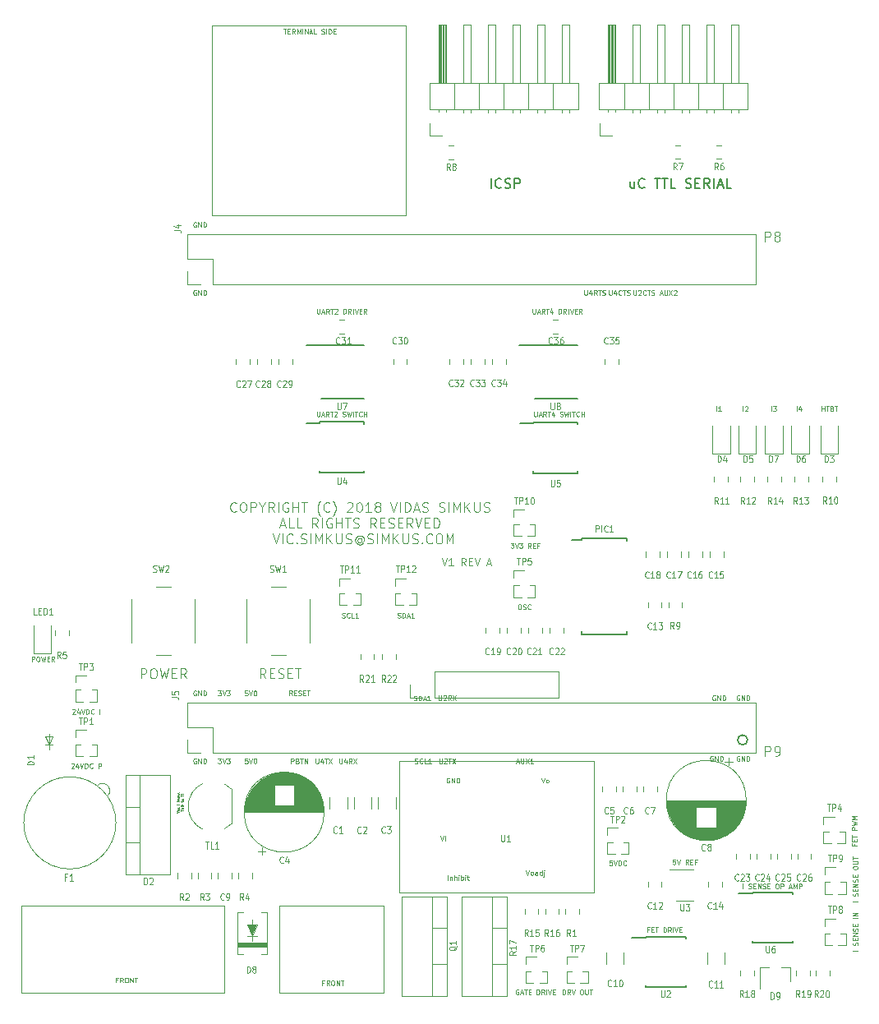
<source format=gto>
G04 #@! TF.GenerationSoftware,KiCad,Pcbnew,5.0.1-33cea8e~68~ubuntu16.04.1*
G04 #@! TF.CreationDate,2018-11-25T11:29:47-06:00*
G04 #@! TF.ProjectId,BBB_SHIELD_V2,4242425F534849454C445F56322E6B69,rev?*
G04 #@! TF.SameCoordinates,Original*
G04 #@! TF.FileFunction,Legend,Top*
G04 #@! TF.FilePolarity,Positive*
%FSLAX46Y46*%
G04 Gerber Fmt 4.6, Leading zero omitted, Abs format (unit mm)*
G04 Created by KiCad (PCBNEW 5.0.1-33cea8e~68~ubuntu16.04.1) date Sun 25 Nov 2018 11:29:47 AM CST*
%MOMM*%
%LPD*%
G01*
G04 APERTURE LIST*
%ADD10C,0.100000*%
%ADD11C,0.120000*%
%ADD12C,0.150000*%
%ADD13C,0.050000*%
%ADD14C,0.200000*%
%ADD15C,0.090000*%
G04 APERTURE END LIST*
D10*
X171442857Y-70833333D02*
X171680952Y-70833333D01*
X171395238Y-70976190D02*
X171561904Y-70476190D01*
X171728571Y-70976190D01*
X171895238Y-70476190D02*
X171895238Y-70880952D01*
X171919047Y-70928571D01*
X171942857Y-70952380D01*
X171990476Y-70976190D01*
X172085714Y-70976190D01*
X172133333Y-70952380D01*
X172157142Y-70928571D01*
X172180952Y-70880952D01*
X172180952Y-70476190D01*
X172371428Y-70476190D02*
X172704761Y-70976190D01*
X172704761Y-70476190D02*
X172371428Y-70976190D01*
X172871428Y-70523809D02*
X172895238Y-70500000D01*
X172942857Y-70476190D01*
X173061904Y-70476190D01*
X173109523Y-70500000D01*
X173133333Y-70523809D01*
X173157142Y-70571428D01*
X173157142Y-70619047D01*
X173133333Y-70690476D01*
X172847619Y-70976190D01*
X173157142Y-70976190D01*
X168690476Y-70476190D02*
X168690476Y-70880952D01*
X168714285Y-70928571D01*
X168738095Y-70952380D01*
X168785714Y-70976190D01*
X168880952Y-70976190D01*
X168928571Y-70952380D01*
X168952380Y-70928571D01*
X168976190Y-70880952D01*
X168976190Y-70476190D01*
X169190476Y-70523809D02*
X169214285Y-70500000D01*
X169261904Y-70476190D01*
X169380952Y-70476190D01*
X169428571Y-70500000D01*
X169452380Y-70523809D01*
X169476190Y-70571428D01*
X169476190Y-70619047D01*
X169452380Y-70690476D01*
X169166666Y-70976190D01*
X169476190Y-70976190D01*
X169976190Y-70928571D02*
X169952380Y-70952380D01*
X169880952Y-70976190D01*
X169833333Y-70976190D01*
X169761904Y-70952380D01*
X169714285Y-70904761D01*
X169690476Y-70857142D01*
X169666666Y-70761904D01*
X169666666Y-70690476D01*
X169690476Y-70595238D01*
X169714285Y-70547619D01*
X169761904Y-70500000D01*
X169833333Y-70476190D01*
X169880952Y-70476190D01*
X169952380Y-70500000D01*
X169976190Y-70523809D01*
X170119047Y-70476190D02*
X170404761Y-70476190D01*
X170261904Y-70976190D02*
X170261904Y-70476190D01*
X170547619Y-70952380D02*
X170619047Y-70976190D01*
X170738095Y-70976190D01*
X170785714Y-70952380D01*
X170809523Y-70928571D01*
X170833333Y-70880952D01*
X170833333Y-70833333D01*
X170809523Y-70785714D01*
X170785714Y-70761904D01*
X170738095Y-70738095D01*
X170642857Y-70714285D01*
X170595238Y-70690476D01*
X170571428Y-70666666D01*
X170547619Y-70619047D01*
X170547619Y-70571428D01*
X170571428Y-70523809D01*
X170595238Y-70500000D01*
X170642857Y-70476190D01*
X170761904Y-70476190D01*
X170833333Y-70500000D01*
X166190476Y-70476190D02*
X166190476Y-70880952D01*
X166214285Y-70928571D01*
X166238095Y-70952380D01*
X166285714Y-70976190D01*
X166380952Y-70976190D01*
X166428571Y-70952380D01*
X166452380Y-70928571D01*
X166476190Y-70880952D01*
X166476190Y-70476190D01*
X166928571Y-70642857D02*
X166928571Y-70976190D01*
X166809523Y-70452380D02*
X166690476Y-70809523D01*
X167000000Y-70809523D01*
X167476190Y-70928571D02*
X167452380Y-70952380D01*
X167380952Y-70976190D01*
X167333333Y-70976190D01*
X167261904Y-70952380D01*
X167214285Y-70904761D01*
X167190476Y-70857142D01*
X167166666Y-70761904D01*
X167166666Y-70690476D01*
X167190476Y-70595238D01*
X167214285Y-70547619D01*
X167261904Y-70500000D01*
X167333333Y-70476190D01*
X167380952Y-70476190D01*
X167452380Y-70500000D01*
X167476190Y-70523809D01*
X167619047Y-70476190D02*
X167904761Y-70476190D01*
X167761904Y-70976190D02*
X167761904Y-70476190D01*
X168047619Y-70952380D02*
X168119047Y-70976190D01*
X168238095Y-70976190D01*
X168285714Y-70952380D01*
X168309523Y-70928571D01*
X168333333Y-70880952D01*
X168333333Y-70833333D01*
X168309523Y-70785714D01*
X168285714Y-70761904D01*
X168238095Y-70738095D01*
X168142857Y-70714285D01*
X168095238Y-70690476D01*
X168071428Y-70666666D01*
X168047619Y-70619047D01*
X168047619Y-70571428D01*
X168071428Y-70523809D01*
X168095238Y-70500000D01*
X168142857Y-70476190D01*
X168261904Y-70476190D01*
X168333333Y-70500000D01*
X163640476Y-70476190D02*
X163640476Y-70880952D01*
X163664285Y-70928571D01*
X163688095Y-70952380D01*
X163735714Y-70976190D01*
X163830952Y-70976190D01*
X163878571Y-70952380D01*
X163902380Y-70928571D01*
X163926190Y-70880952D01*
X163926190Y-70476190D01*
X164378571Y-70642857D02*
X164378571Y-70976190D01*
X164259523Y-70452380D02*
X164140476Y-70809523D01*
X164450000Y-70809523D01*
X164926190Y-70976190D02*
X164759523Y-70738095D01*
X164640476Y-70976190D02*
X164640476Y-70476190D01*
X164830952Y-70476190D01*
X164878571Y-70500000D01*
X164902380Y-70523809D01*
X164926190Y-70571428D01*
X164926190Y-70642857D01*
X164902380Y-70690476D01*
X164878571Y-70714285D01*
X164830952Y-70738095D01*
X164640476Y-70738095D01*
X165069047Y-70476190D02*
X165354761Y-70476190D01*
X165211904Y-70976190D02*
X165211904Y-70476190D01*
X165497619Y-70952380D02*
X165569047Y-70976190D01*
X165688095Y-70976190D01*
X165735714Y-70952380D01*
X165759523Y-70928571D01*
X165783333Y-70880952D01*
X165783333Y-70833333D01*
X165759523Y-70785714D01*
X165735714Y-70761904D01*
X165688095Y-70738095D01*
X165592857Y-70714285D01*
X165545238Y-70690476D01*
X165521428Y-70666666D01*
X165497619Y-70619047D01*
X165497619Y-70571428D01*
X165521428Y-70523809D01*
X165545238Y-70500000D01*
X165592857Y-70476190D01*
X165711904Y-70476190D01*
X165783333Y-70500000D01*
X123619047Y-63500000D02*
X123571428Y-63476190D01*
X123500000Y-63476190D01*
X123428571Y-63500000D01*
X123380952Y-63547619D01*
X123357142Y-63595238D01*
X123333333Y-63690476D01*
X123333333Y-63761904D01*
X123357142Y-63857142D01*
X123380952Y-63904761D01*
X123428571Y-63952380D01*
X123500000Y-63976190D01*
X123547619Y-63976190D01*
X123619047Y-63952380D01*
X123642857Y-63928571D01*
X123642857Y-63761904D01*
X123547619Y-63761904D01*
X123857142Y-63976190D02*
X123857142Y-63476190D01*
X124142857Y-63976190D01*
X124142857Y-63476190D01*
X124380952Y-63976190D02*
X124380952Y-63476190D01*
X124500000Y-63476190D01*
X124571428Y-63500000D01*
X124619047Y-63547619D01*
X124642857Y-63595238D01*
X124666666Y-63690476D01*
X124666666Y-63761904D01*
X124642857Y-63857142D01*
X124619047Y-63904761D01*
X124571428Y-63952380D01*
X124500000Y-63976190D01*
X124380952Y-63976190D01*
X123619047Y-70500000D02*
X123571428Y-70476190D01*
X123500000Y-70476190D01*
X123428571Y-70500000D01*
X123380952Y-70547619D01*
X123357142Y-70595238D01*
X123333333Y-70690476D01*
X123333333Y-70761904D01*
X123357142Y-70857142D01*
X123380952Y-70904761D01*
X123428571Y-70952380D01*
X123500000Y-70976190D01*
X123547619Y-70976190D01*
X123619047Y-70952380D01*
X123642857Y-70928571D01*
X123642857Y-70761904D01*
X123547619Y-70761904D01*
X123857142Y-70976190D02*
X123857142Y-70476190D01*
X124142857Y-70976190D01*
X124142857Y-70476190D01*
X124380952Y-70976190D02*
X124380952Y-70476190D01*
X124500000Y-70476190D01*
X124571428Y-70500000D01*
X124619047Y-70547619D01*
X124642857Y-70595238D01*
X124666666Y-70690476D01*
X124666666Y-70761904D01*
X124642857Y-70857142D01*
X124619047Y-70904761D01*
X124571428Y-70952380D01*
X124500000Y-70976190D01*
X124380952Y-70976190D01*
X128916666Y-118726190D02*
X128678571Y-118726190D01*
X128654761Y-118964285D01*
X128678571Y-118940476D01*
X128726190Y-118916666D01*
X128845238Y-118916666D01*
X128892857Y-118940476D01*
X128916666Y-118964285D01*
X128940476Y-119011904D01*
X128940476Y-119130952D01*
X128916666Y-119178571D01*
X128892857Y-119202380D01*
X128845238Y-119226190D01*
X128726190Y-119226190D01*
X128678571Y-119202380D01*
X128654761Y-119178571D01*
X129083333Y-118726190D02*
X129250000Y-119226190D01*
X129416666Y-118726190D01*
X129678571Y-118726190D02*
X129726190Y-118726190D01*
X129773809Y-118750000D01*
X129797619Y-118773809D01*
X129821428Y-118821428D01*
X129845238Y-118916666D01*
X129845238Y-119035714D01*
X129821428Y-119130952D01*
X129797619Y-119178571D01*
X129773809Y-119202380D01*
X129726190Y-119226190D01*
X129678571Y-119226190D01*
X129630952Y-119202380D01*
X129607142Y-119178571D01*
X129583333Y-119130952D01*
X129559523Y-119035714D01*
X129559523Y-118916666D01*
X129583333Y-118821428D01*
X129607142Y-118773809D01*
X129630952Y-118750000D01*
X129678571Y-118726190D01*
X125880952Y-118726190D02*
X126190476Y-118726190D01*
X126023809Y-118916666D01*
X126095238Y-118916666D01*
X126142857Y-118940476D01*
X126166666Y-118964285D01*
X126190476Y-119011904D01*
X126190476Y-119130952D01*
X126166666Y-119178571D01*
X126142857Y-119202380D01*
X126095238Y-119226190D01*
X125952380Y-119226190D01*
X125904761Y-119202380D01*
X125880952Y-119178571D01*
X126333333Y-118726190D02*
X126500000Y-119226190D01*
X126666666Y-118726190D01*
X126785714Y-118726190D02*
X127095238Y-118726190D01*
X126928571Y-118916666D01*
X127000000Y-118916666D01*
X127047619Y-118940476D01*
X127071428Y-118964285D01*
X127095238Y-119011904D01*
X127095238Y-119130952D01*
X127071428Y-119178571D01*
X127047619Y-119202380D01*
X127000000Y-119226190D01*
X126857142Y-119226190D01*
X126809523Y-119202380D01*
X126785714Y-119178571D01*
X123619047Y-118750000D02*
X123571428Y-118726190D01*
X123500000Y-118726190D01*
X123428571Y-118750000D01*
X123380952Y-118797619D01*
X123357142Y-118845238D01*
X123333333Y-118940476D01*
X123333333Y-119011904D01*
X123357142Y-119107142D01*
X123380952Y-119154761D01*
X123428571Y-119202380D01*
X123500000Y-119226190D01*
X123547619Y-119226190D01*
X123619047Y-119202380D01*
X123642857Y-119178571D01*
X123642857Y-119011904D01*
X123547619Y-119011904D01*
X123857142Y-119226190D02*
X123857142Y-118726190D01*
X124142857Y-119226190D01*
X124142857Y-118726190D01*
X124380952Y-119226190D02*
X124380952Y-118726190D01*
X124500000Y-118726190D01*
X124571428Y-118750000D01*
X124619047Y-118797619D01*
X124642857Y-118845238D01*
X124666666Y-118940476D01*
X124666666Y-119011904D01*
X124642857Y-119107142D01*
X124619047Y-119154761D01*
X124571428Y-119202380D01*
X124500000Y-119226190D01*
X124380952Y-119226190D01*
X146064761Y-112732380D02*
X146136190Y-112756190D01*
X146255238Y-112756190D01*
X146302857Y-112732380D01*
X146326666Y-112708571D01*
X146350476Y-112660952D01*
X146350476Y-112613333D01*
X146326666Y-112565714D01*
X146302857Y-112541904D01*
X146255238Y-112518095D01*
X146160000Y-112494285D01*
X146112380Y-112470476D01*
X146088571Y-112446666D01*
X146064761Y-112399047D01*
X146064761Y-112351428D01*
X146088571Y-112303809D01*
X146112380Y-112280000D01*
X146160000Y-112256190D01*
X146279047Y-112256190D01*
X146350476Y-112280000D01*
X146564761Y-112756190D02*
X146564761Y-112256190D01*
X146683809Y-112256190D01*
X146755238Y-112280000D01*
X146802857Y-112327619D01*
X146826666Y-112375238D01*
X146850476Y-112470476D01*
X146850476Y-112541904D01*
X146826666Y-112637142D01*
X146802857Y-112684761D01*
X146755238Y-112732380D01*
X146683809Y-112756190D01*
X146564761Y-112756190D01*
X147040952Y-112613333D02*
X147279047Y-112613333D01*
X146993333Y-112756190D02*
X147160000Y-112256190D01*
X147326666Y-112756190D01*
X147755238Y-112756190D02*
X147469523Y-112756190D01*
X147612380Y-112756190D02*
X147612380Y-112256190D01*
X147564761Y-112327619D01*
X147517142Y-112375238D01*
X147469523Y-112399047D01*
X148630952Y-112226190D02*
X148630952Y-112630952D01*
X148654761Y-112678571D01*
X148678571Y-112702380D01*
X148726190Y-112726190D01*
X148821428Y-112726190D01*
X148869047Y-112702380D01*
X148892857Y-112678571D01*
X148916666Y-112630952D01*
X148916666Y-112226190D01*
X149130952Y-112273809D02*
X149154761Y-112250000D01*
X149202380Y-112226190D01*
X149321428Y-112226190D01*
X149369047Y-112250000D01*
X149392857Y-112273809D01*
X149416666Y-112321428D01*
X149416666Y-112369047D01*
X149392857Y-112440476D01*
X149107142Y-112726190D01*
X149416666Y-112726190D01*
X149916666Y-112726190D02*
X149750000Y-112488095D01*
X149630952Y-112726190D02*
X149630952Y-112226190D01*
X149821428Y-112226190D01*
X149869047Y-112250000D01*
X149892857Y-112273809D01*
X149916666Y-112321428D01*
X149916666Y-112392857D01*
X149892857Y-112440476D01*
X149869047Y-112464285D01*
X149821428Y-112488095D01*
X149630952Y-112488095D01*
X150083333Y-112226190D02*
X150416666Y-112726190D01*
X150416666Y-112226190D02*
X150083333Y-112726190D01*
X148690476Y-118726190D02*
X148690476Y-119130952D01*
X148714285Y-119178571D01*
X148738095Y-119202380D01*
X148785714Y-119226190D01*
X148880952Y-119226190D01*
X148928571Y-119202380D01*
X148952380Y-119178571D01*
X148976190Y-119130952D01*
X148976190Y-118726190D01*
X149190476Y-118773809D02*
X149214285Y-118750000D01*
X149261904Y-118726190D01*
X149380952Y-118726190D01*
X149428571Y-118750000D01*
X149452380Y-118773809D01*
X149476190Y-118821428D01*
X149476190Y-118869047D01*
X149452380Y-118940476D01*
X149166666Y-119226190D01*
X149476190Y-119226190D01*
X149619047Y-118726190D02*
X149904761Y-118726190D01*
X149761904Y-119226190D02*
X149761904Y-118726190D01*
X150023809Y-118726190D02*
X150357142Y-119226190D01*
X150357142Y-118726190D02*
X150023809Y-119226190D01*
X176869047Y-118500000D02*
X176821428Y-118476190D01*
X176750000Y-118476190D01*
X176678571Y-118500000D01*
X176630952Y-118547619D01*
X176607142Y-118595238D01*
X176583333Y-118690476D01*
X176583333Y-118761904D01*
X176607142Y-118857142D01*
X176630952Y-118904761D01*
X176678571Y-118952380D01*
X176750000Y-118976190D01*
X176797619Y-118976190D01*
X176869047Y-118952380D01*
X176892857Y-118928571D01*
X176892857Y-118761904D01*
X176797619Y-118761904D01*
X177107142Y-118976190D02*
X177107142Y-118476190D01*
X177392857Y-118976190D01*
X177392857Y-118476190D01*
X177630952Y-118976190D02*
X177630952Y-118476190D01*
X177750000Y-118476190D01*
X177821428Y-118500000D01*
X177869047Y-118547619D01*
X177892857Y-118595238D01*
X177916666Y-118690476D01*
X177916666Y-118761904D01*
X177892857Y-118857142D01*
X177869047Y-118904761D01*
X177821428Y-118952380D01*
X177750000Y-118976190D01*
X177630952Y-118976190D01*
X179619047Y-118500000D02*
X179571428Y-118476190D01*
X179500000Y-118476190D01*
X179428571Y-118500000D01*
X179380952Y-118547619D01*
X179357142Y-118595238D01*
X179333333Y-118690476D01*
X179333333Y-118761904D01*
X179357142Y-118857142D01*
X179380952Y-118904761D01*
X179428571Y-118952380D01*
X179500000Y-118976190D01*
X179547619Y-118976190D01*
X179619047Y-118952380D01*
X179642857Y-118928571D01*
X179642857Y-118761904D01*
X179547619Y-118761904D01*
X179857142Y-118976190D02*
X179857142Y-118476190D01*
X180142857Y-118976190D01*
X180142857Y-118476190D01*
X180380952Y-118976190D02*
X180380952Y-118476190D01*
X180500000Y-118476190D01*
X180571428Y-118500000D01*
X180619047Y-118547619D01*
X180642857Y-118595238D01*
X180666666Y-118690476D01*
X180666666Y-118761904D01*
X180642857Y-118857142D01*
X180619047Y-118904761D01*
X180571428Y-118952380D01*
X180500000Y-118976190D01*
X180380952Y-118976190D01*
X179619047Y-112250000D02*
X179571428Y-112226190D01*
X179500000Y-112226190D01*
X179428571Y-112250000D01*
X179380952Y-112297619D01*
X179357142Y-112345238D01*
X179333333Y-112440476D01*
X179333333Y-112511904D01*
X179357142Y-112607142D01*
X179380952Y-112654761D01*
X179428571Y-112702380D01*
X179500000Y-112726190D01*
X179547619Y-112726190D01*
X179619047Y-112702380D01*
X179642857Y-112678571D01*
X179642857Y-112511904D01*
X179547619Y-112511904D01*
X179857142Y-112726190D02*
X179857142Y-112226190D01*
X180142857Y-112726190D01*
X180142857Y-112226190D01*
X180380952Y-112726190D02*
X180380952Y-112226190D01*
X180500000Y-112226190D01*
X180571428Y-112250000D01*
X180619047Y-112297619D01*
X180642857Y-112345238D01*
X180666666Y-112440476D01*
X180666666Y-112511904D01*
X180642857Y-112607142D01*
X180619047Y-112654761D01*
X180571428Y-112702380D01*
X180500000Y-112726190D01*
X180380952Y-112726190D01*
X177119047Y-112250000D02*
X177071428Y-112226190D01*
X177000000Y-112226190D01*
X176928571Y-112250000D01*
X176880952Y-112297619D01*
X176857142Y-112345238D01*
X176833333Y-112440476D01*
X176833333Y-112511904D01*
X176857142Y-112607142D01*
X176880952Y-112654761D01*
X176928571Y-112702380D01*
X177000000Y-112726190D01*
X177047619Y-112726190D01*
X177119047Y-112702380D01*
X177142857Y-112678571D01*
X177142857Y-112511904D01*
X177047619Y-112511904D01*
X177357142Y-112726190D02*
X177357142Y-112226190D01*
X177642857Y-112726190D01*
X177642857Y-112226190D01*
X177880952Y-112726190D02*
X177880952Y-112226190D01*
X178000000Y-112226190D01*
X178071428Y-112250000D01*
X178119047Y-112297619D01*
X178142857Y-112345238D01*
X178166666Y-112440476D01*
X178166666Y-112511904D01*
X178142857Y-112607142D01*
X178119047Y-112654761D01*
X178071428Y-112702380D01*
X178000000Y-112726190D01*
X177880952Y-112726190D01*
X156642857Y-119083333D02*
X156880952Y-119083333D01*
X156595238Y-119226190D02*
X156761904Y-118726190D01*
X156928571Y-119226190D01*
X157095238Y-118726190D02*
X157095238Y-119130952D01*
X157119047Y-119178571D01*
X157142857Y-119202380D01*
X157190476Y-119226190D01*
X157285714Y-119226190D01*
X157333333Y-119202380D01*
X157357142Y-119178571D01*
X157380952Y-119130952D01*
X157380952Y-118726190D01*
X157571428Y-118726190D02*
X157904761Y-119226190D01*
X157904761Y-118726190D02*
X157571428Y-119226190D01*
X158357142Y-119226190D02*
X158071428Y-119226190D01*
X158214285Y-119226190D02*
X158214285Y-118726190D01*
X158166666Y-118797619D01*
X158119047Y-118845238D01*
X158071428Y-118869047D01*
X146166666Y-119202380D02*
X146238095Y-119226190D01*
X146357142Y-119226190D01*
X146404761Y-119202380D01*
X146428571Y-119178571D01*
X146452380Y-119130952D01*
X146452380Y-119083333D01*
X146428571Y-119035714D01*
X146404761Y-119011904D01*
X146357142Y-118988095D01*
X146261904Y-118964285D01*
X146214285Y-118940476D01*
X146190476Y-118916666D01*
X146166666Y-118869047D01*
X146166666Y-118821428D01*
X146190476Y-118773809D01*
X146214285Y-118750000D01*
X146261904Y-118726190D01*
X146380952Y-118726190D01*
X146452380Y-118750000D01*
X146952380Y-119178571D02*
X146928571Y-119202380D01*
X146857142Y-119226190D01*
X146809523Y-119226190D01*
X146738095Y-119202380D01*
X146690476Y-119154761D01*
X146666666Y-119107142D01*
X146642857Y-119011904D01*
X146642857Y-118940476D01*
X146666666Y-118845238D01*
X146690476Y-118797619D01*
X146738095Y-118750000D01*
X146809523Y-118726190D01*
X146857142Y-118726190D01*
X146928571Y-118750000D01*
X146952380Y-118773809D01*
X147404761Y-119226190D02*
X147166666Y-119226190D01*
X147166666Y-118726190D01*
X147833333Y-119226190D02*
X147547619Y-119226190D01*
X147690476Y-119226190D02*
X147690476Y-118726190D01*
X147642857Y-118797619D01*
X147595238Y-118845238D01*
X147547619Y-118869047D01*
X144404761Y-104202380D02*
X144476190Y-104226190D01*
X144595238Y-104226190D01*
X144642857Y-104202380D01*
X144666666Y-104178571D01*
X144690476Y-104130952D01*
X144690476Y-104083333D01*
X144666666Y-104035714D01*
X144642857Y-104011904D01*
X144595238Y-103988095D01*
X144500000Y-103964285D01*
X144452380Y-103940476D01*
X144428571Y-103916666D01*
X144404761Y-103869047D01*
X144404761Y-103821428D01*
X144428571Y-103773809D01*
X144452380Y-103750000D01*
X144500000Y-103726190D01*
X144619047Y-103726190D01*
X144690476Y-103750000D01*
X144904761Y-104226190D02*
X144904761Y-103726190D01*
X145023809Y-103726190D01*
X145095238Y-103750000D01*
X145142857Y-103797619D01*
X145166666Y-103845238D01*
X145190476Y-103940476D01*
X145190476Y-104011904D01*
X145166666Y-104107142D01*
X145142857Y-104154761D01*
X145095238Y-104202380D01*
X145023809Y-104226190D01*
X144904761Y-104226190D01*
X145380952Y-104083333D02*
X145619047Y-104083333D01*
X145333333Y-104226190D02*
X145500000Y-103726190D01*
X145666666Y-104226190D01*
X146095238Y-104226190D02*
X145809523Y-104226190D01*
X145952380Y-104226190D02*
X145952380Y-103726190D01*
X145904761Y-103797619D01*
X145857142Y-103845238D01*
X145809523Y-103869047D01*
X138666666Y-104202380D02*
X138738095Y-104226190D01*
X138857142Y-104226190D01*
X138904761Y-104202380D01*
X138928571Y-104178571D01*
X138952380Y-104130952D01*
X138952380Y-104083333D01*
X138928571Y-104035714D01*
X138904761Y-104011904D01*
X138857142Y-103988095D01*
X138761904Y-103964285D01*
X138714285Y-103940476D01*
X138690476Y-103916666D01*
X138666666Y-103869047D01*
X138666666Y-103821428D01*
X138690476Y-103773809D01*
X138714285Y-103750000D01*
X138761904Y-103726190D01*
X138880952Y-103726190D01*
X138952380Y-103750000D01*
X139452380Y-104178571D02*
X139428571Y-104202380D01*
X139357142Y-104226190D01*
X139309523Y-104226190D01*
X139238095Y-104202380D01*
X139190476Y-104154761D01*
X139166666Y-104107142D01*
X139142857Y-104011904D01*
X139142857Y-103940476D01*
X139166666Y-103845238D01*
X139190476Y-103797619D01*
X139238095Y-103750000D01*
X139309523Y-103726190D01*
X139357142Y-103726190D01*
X139428571Y-103750000D01*
X139452380Y-103773809D01*
X139904761Y-104226190D02*
X139666666Y-104226190D01*
X139666666Y-103726190D01*
X140333333Y-104226190D02*
X140047619Y-104226190D01*
X140190476Y-104226190D02*
X140190476Y-103726190D01*
X140142857Y-103797619D01*
X140095238Y-103845238D01*
X140047619Y-103869047D01*
X138380952Y-118726190D02*
X138380952Y-119130952D01*
X138404761Y-119178571D01*
X138428571Y-119202380D01*
X138476190Y-119226190D01*
X138571428Y-119226190D01*
X138619047Y-119202380D01*
X138642857Y-119178571D01*
X138666666Y-119130952D01*
X138666666Y-118726190D01*
X139119047Y-118892857D02*
X139119047Y-119226190D01*
X139000000Y-118702380D02*
X138880952Y-119059523D01*
X139190476Y-119059523D01*
X139666666Y-119226190D02*
X139500000Y-118988095D01*
X139380952Y-119226190D02*
X139380952Y-118726190D01*
X139571428Y-118726190D01*
X139619047Y-118750000D01*
X139642857Y-118773809D01*
X139666666Y-118821428D01*
X139666666Y-118892857D01*
X139642857Y-118940476D01*
X139619047Y-118964285D01*
X139571428Y-118988095D01*
X139380952Y-118988095D01*
X139833333Y-118726190D02*
X140166666Y-119226190D01*
X140166666Y-118726190D02*
X139833333Y-119226190D01*
X135940476Y-118726190D02*
X135940476Y-119130952D01*
X135964285Y-119178571D01*
X135988095Y-119202380D01*
X136035714Y-119226190D01*
X136130952Y-119226190D01*
X136178571Y-119202380D01*
X136202380Y-119178571D01*
X136226190Y-119130952D01*
X136226190Y-118726190D01*
X136678571Y-118892857D02*
X136678571Y-119226190D01*
X136559523Y-118702380D02*
X136440476Y-119059523D01*
X136750000Y-119059523D01*
X136869047Y-118726190D02*
X137154761Y-118726190D01*
X137011904Y-119226190D02*
X137011904Y-118726190D01*
X137273809Y-118726190D02*
X137607142Y-119226190D01*
X137607142Y-118726190D02*
X137273809Y-119226190D01*
X133523809Y-112226190D02*
X133357142Y-111988095D01*
X133238095Y-112226190D02*
X133238095Y-111726190D01*
X133428571Y-111726190D01*
X133476190Y-111750000D01*
X133500000Y-111773809D01*
X133523809Y-111821428D01*
X133523809Y-111892857D01*
X133500000Y-111940476D01*
X133476190Y-111964285D01*
X133428571Y-111988095D01*
X133238095Y-111988095D01*
X133738095Y-111964285D02*
X133904761Y-111964285D01*
X133976190Y-112226190D02*
X133738095Y-112226190D01*
X133738095Y-111726190D01*
X133976190Y-111726190D01*
X134166666Y-112202380D02*
X134238095Y-112226190D01*
X134357142Y-112226190D01*
X134404761Y-112202380D01*
X134428571Y-112178571D01*
X134452380Y-112130952D01*
X134452380Y-112083333D01*
X134428571Y-112035714D01*
X134404761Y-112011904D01*
X134357142Y-111988095D01*
X134261904Y-111964285D01*
X134214285Y-111940476D01*
X134190476Y-111916666D01*
X134166666Y-111869047D01*
X134166666Y-111821428D01*
X134190476Y-111773809D01*
X134214285Y-111750000D01*
X134261904Y-111726190D01*
X134380952Y-111726190D01*
X134452380Y-111750000D01*
X134666666Y-111964285D02*
X134833333Y-111964285D01*
X134904761Y-112226190D02*
X134666666Y-112226190D01*
X134666666Y-111726190D01*
X134904761Y-111726190D01*
X135047619Y-111726190D02*
X135333333Y-111726190D01*
X135190476Y-112226190D02*
X135190476Y-111726190D01*
X133416666Y-119226190D02*
X133416666Y-118726190D01*
X133607142Y-118726190D01*
X133654761Y-118750000D01*
X133678571Y-118773809D01*
X133702380Y-118821428D01*
X133702380Y-118892857D01*
X133678571Y-118940476D01*
X133654761Y-118964285D01*
X133607142Y-118988095D01*
X133416666Y-118988095D01*
X134083333Y-118964285D02*
X134154761Y-118988095D01*
X134178571Y-119011904D01*
X134202380Y-119059523D01*
X134202380Y-119130952D01*
X134178571Y-119178571D01*
X134154761Y-119202380D01*
X134107142Y-119226190D01*
X133916666Y-119226190D01*
X133916666Y-118726190D01*
X134083333Y-118726190D01*
X134130952Y-118750000D01*
X134154761Y-118773809D01*
X134178571Y-118821428D01*
X134178571Y-118869047D01*
X134154761Y-118916666D01*
X134130952Y-118940476D01*
X134083333Y-118964285D01*
X133916666Y-118964285D01*
X134345238Y-118726190D02*
X134630952Y-118726190D01*
X134488095Y-119226190D02*
X134488095Y-118726190D01*
X134797619Y-119226190D02*
X134797619Y-118726190D01*
X135083333Y-119226190D01*
X135083333Y-118726190D01*
X128916666Y-111726190D02*
X128678571Y-111726190D01*
X128654761Y-111964285D01*
X128678571Y-111940476D01*
X128726190Y-111916666D01*
X128845238Y-111916666D01*
X128892857Y-111940476D01*
X128916666Y-111964285D01*
X128940476Y-112011904D01*
X128940476Y-112130952D01*
X128916666Y-112178571D01*
X128892857Y-112202380D01*
X128845238Y-112226190D01*
X128726190Y-112226190D01*
X128678571Y-112202380D01*
X128654761Y-112178571D01*
X129083333Y-111726190D02*
X129250000Y-112226190D01*
X129416666Y-111726190D01*
X129678571Y-111726190D02*
X129726190Y-111726190D01*
X129773809Y-111750000D01*
X129797619Y-111773809D01*
X129821428Y-111821428D01*
X129845238Y-111916666D01*
X129845238Y-112035714D01*
X129821428Y-112130952D01*
X129797619Y-112178571D01*
X129773809Y-112202380D01*
X129726190Y-112226190D01*
X129678571Y-112226190D01*
X129630952Y-112202380D01*
X129607142Y-112178571D01*
X129583333Y-112130952D01*
X129559523Y-112035714D01*
X129559523Y-111916666D01*
X129583333Y-111821428D01*
X129607142Y-111773809D01*
X129630952Y-111750000D01*
X129678571Y-111726190D01*
X125880952Y-111726190D02*
X126190476Y-111726190D01*
X126023809Y-111916666D01*
X126095238Y-111916666D01*
X126142857Y-111940476D01*
X126166666Y-111964285D01*
X126190476Y-112011904D01*
X126190476Y-112130952D01*
X126166666Y-112178571D01*
X126142857Y-112202380D01*
X126095238Y-112226190D01*
X125952380Y-112226190D01*
X125904761Y-112202380D01*
X125880952Y-112178571D01*
X126333333Y-111726190D02*
X126500000Y-112226190D01*
X126666666Y-111726190D01*
X126785714Y-111726190D02*
X127095238Y-111726190D01*
X126928571Y-111916666D01*
X127000000Y-111916666D01*
X127047619Y-111940476D01*
X127071428Y-111964285D01*
X127095238Y-112011904D01*
X127095238Y-112130952D01*
X127071428Y-112178571D01*
X127047619Y-112202380D01*
X127000000Y-112226190D01*
X126857142Y-112226190D01*
X126809523Y-112202380D01*
X126785714Y-112178571D01*
X123619047Y-111750000D02*
X123571428Y-111726190D01*
X123500000Y-111726190D01*
X123428571Y-111750000D01*
X123380952Y-111797619D01*
X123357142Y-111845238D01*
X123333333Y-111940476D01*
X123333333Y-112011904D01*
X123357142Y-112107142D01*
X123380952Y-112154761D01*
X123428571Y-112202380D01*
X123500000Y-112226190D01*
X123547619Y-112226190D01*
X123619047Y-112202380D01*
X123642857Y-112178571D01*
X123642857Y-112011904D01*
X123547619Y-112011904D01*
X123857142Y-112226190D02*
X123857142Y-111726190D01*
X124142857Y-112226190D01*
X124142857Y-111726190D01*
X124380952Y-112226190D02*
X124380952Y-111726190D01*
X124500000Y-111726190D01*
X124571428Y-111750000D01*
X124619047Y-111797619D01*
X124642857Y-111845238D01*
X124666666Y-111940476D01*
X124666666Y-112011904D01*
X124642857Y-112107142D01*
X124619047Y-112154761D01*
X124571428Y-112202380D01*
X124500000Y-112226190D01*
X124380952Y-112226190D01*
X182261904Y-65452380D02*
X182261904Y-64452380D01*
X182642857Y-64452380D01*
X182738095Y-64500000D01*
X182785714Y-64547619D01*
X182833333Y-64642857D01*
X182833333Y-64785714D01*
X182785714Y-64880952D01*
X182738095Y-64928571D01*
X182642857Y-64976190D01*
X182261904Y-64976190D01*
X183404761Y-64880952D02*
X183309523Y-64833333D01*
X183261904Y-64785714D01*
X183214285Y-64690476D01*
X183214285Y-64642857D01*
X183261904Y-64547619D01*
X183309523Y-64500000D01*
X183404761Y-64452380D01*
X183595238Y-64452380D01*
X183690476Y-64500000D01*
X183738095Y-64547619D01*
X183785714Y-64642857D01*
X183785714Y-64690476D01*
X183738095Y-64785714D01*
X183690476Y-64833333D01*
X183595238Y-64880952D01*
X183404761Y-64880952D01*
X183309523Y-64928571D01*
X183261904Y-64976190D01*
X183214285Y-65071428D01*
X183214285Y-65261904D01*
X183261904Y-65357142D01*
X183309523Y-65404761D01*
X183404761Y-65452380D01*
X183595238Y-65452380D01*
X183690476Y-65404761D01*
X183738095Y-65357142D01*
X183785714Y-65261904D01*
X183785714Y-65071428D01*
X183738095Y-64976190D01*
X183690476Y-64928571D01*
X183595238Y-64880952D01*
X182261904Y-118452380D02*
X182261904Y-117452380D01*
X182642857Y-117452380D01*
X182738095Y-117500000D01*
X182785714Y-117547619D01*
X182833333Y-117642857D01*
X182833333Y-117785714D01*
X182785714Y-117880952D01*
X182738095Y-117928571D01*
X182642857Y-117976190D01*
X182261904Y-117976190D01*
X183309523Y-118452380D02*
X183500000Y-118452380D01*
X183595238Y-118404761D01*
X183642857Y-118357142D01*
X183738095Y-118214285D01*
X183785714Y-118023809D01*
X183785714Y-117642857D01*
X183738095Y-117547619D01*
X183690476Y-117500000D01*
X183595238Y-117452380D01*
X183404761Y-117452380D01*
X183309523Y-117500000D01*
X183261904Y-117547619D01*
X183214285Y-117642857D01*
X183214285Y-117880952D01*
X183261904Y-117976190D01*
X183309523Y-118023809D01*
X183404761Y-118071428D01*
X183595238Y-118071428D01*
X183690476Y-118023809D01*
X183738095Y-117976190D01*
X183785714Y-117880952D01*
X148964285Y-98089285D02*
X149214285Y-98839285D01*
X149464285Y-98089285D01*
X150107142Y-98839285D02*
X149678571Y-98839285D01*
X149892857Y-98839285D02*
X149892857Y-98089285D01*
X149821428Y-98196428D01*
X149750000Y-98267857D01*
X149678571Y-98303571D01*
X151428571Y-98839285D02*
X151178571Y-98482142D01*
X151000000Y-98839285D02*
X151000000Y-98089285D01*
X151285714Y-98089285D01*
X151357142Y-98125000D01*
X151392857Y-98160714D01*
X151428571Y-98232142D01*
X151428571Y-98339285D01*
X151392857Y-98410714D01*
X151357142Y-98446428D01*
X151285714Y-98482142D01*
X151000000Y-98482142D01*
X151750000Y-98446428D02*
X152000000Y-98446428D01*
X152107142Y-98839285D02*
X151750000Y-98839285D01*
X151750000Y-98089285D01*
X152107142Y-98089285D01*
X152321428Y-98089285D02*
X152571428Y-98839285D01*
X152821428Y-98089285D01*
X153607142Y-98625000D02*
X153964285Y-98625000D01*
X153535714Y-98839285D02*
X153785714Y-98089285D01*
X154035714Y-98839285D01*
D11*
X127761904Y-93237142D02*
X127714285Y-93284761D01*
X127571428Y-93332380D01*
X127476190Y-93332380D01*
X127333333Y-93284761D01*
X127238095Y-93189523D01*
X127190476Y-93094285D01*
X127142857Y-92903809D01*
X127142857Y-92760952D01*
X127190476Y-92570476D01*
X127238095Y-92475238D01*
X127333333Y-92380000D01*
X127476190Y-92332380D01*
X127571428Y-92332380D01*
X127714285Y-92380000D01*
X127761904Y-92427619D01*
X128380952Y-92332380D02*
X128571428Y-92332380D01*
X128666666Y-92380000D01*
X128761904Y-92475238D01*
X128809523Y-92665714D01*
X128809523Y-92999047D01*
X128761904Y-93189523D01*
X128666666Y-93284761D01*
X128571428Y-93332380D01*
X128380952Y-93332380D01*
X128285714Y-93284761D01*
X128190476Y-93189523D01*
X128142857Y-92999047D01*
X128142857Y-92665714D01*
X128190476Y-92475238D01*
X128285714Y-92380000D01*
X128380952Y-92332380D01*
X129238095Y-93332380D02*
X129238095Y-92332380D01*
X129619047Y-92332380D01*
X129714285Y-92380000D01*
X129761904Y-92427619D01*
X129809523Y-92522857D01*
X129809523Y-92665714D01*
X129761904Y-92760952D01*
X129714285Y-92808571D01*
X129619047Y-92856190D01*
X129238095Y-92856190D01*
X130428571Y-92856190D02*
X130428571Y-93332380D01*
X130095238Y-92332380D02*
X130428571Y-92856190D01*
X130761904Y-92332380D01*
X131666666Y-93332380D02*
X131333333Y-92856190D01*
X131095238Y-93332380D02*
X131095238Y-92332380D01*
X131476190Y-92332380D01*
X131571428Y-92380000D01*
X131619047Y-92427619D01*
X131666666Y-92522857D01*
X131666666Y-92665714D01*
X131619047Y-92760952D01*
X131571428Y-92808571D01*
X131476190Y-92856190D01*
X131095238Y-92856190D01*
X132095238Y-93332380D02*
X132095238Y-92332380D01*
X133095238Y-92380000D02*
X133000000Y-92332380D01*
X132857142Y-92332380D01*
X132714285Y-92380000D01*
X132619047Y-92475238D01*
X132571428Y-92570476D01*
X132523809Y-92760952D01*
X132523809Y-92903809D01*
X132571428Y-93094285D01*
X132619047Y-93189523D01*
X132714285Y-93284761D01*
X132857142Y-93332380D01*
X132952380Y-93332380D01*
X133095238Y-93284761D01*
X133142857Y-93237142D01*
X133142857Y-92903809D01*
X132952380Y-92903809D01*
X133571428Y-93332380D02*
X133571428Y-92332380D01*
X133571428Y-92808571D02*
X134142857Y-92808571D01*
X134142857Y-93332380D02*
X134142857Y-92332380D01*
X134476190Y-92332380D02*
X135047619Y-92332380D01*
X134761904Y-93332380D02*
X134761904Y-92332380D01*
X136428571Y-93713333D02*
X136380952Y-93665714D01*
X136285714Y-93522857D01*
X136238095Y-93427619D01*
X136190476Y-93284761D01*
X136142857Y-93046666D01*
X136142857Y-92856190D01*
X136190476Y-92618095D01*
X136238095Y-92475238D01*
X136285714Y-92380000D01*
X136380952Y-92237142D01*
X136428571Y-92189523D01*
X137380952Y-93237142D02*
X137333333Y-93284761D01*
X137190476Y-93332380D01*
X137095238Y-93332380D01*
X136952380Y-93284761D01*
X136857142Y-93189523D01*
X136809523Y-93094285D01*
X136761904Y-92903809D01*
X136761904Y-92760952D01*
X136809523Y-92570476D01*
X136857142Y-92475238D01*
X136952380Y-92380000D01*
X137095238Y-92332380D01*
X137190476Y-92332380D01*
X137333333Y-92380000D01*
X137380952Y-92427619D01*
X137714285Y-93713333D02*
X137761904Y-93665714D01*
X137857142Y-93522857D01*
X137904761Y-93427619D01*
X137952380Y-93284761D01*
X138000000Y-93046666D01*
X138000000Y-92856190D01*
X137952380Y-92618095D01*
X137904761Y-92475238D01*
X137857142Y-92380000D01*
X137761904Y-92237142D01*
X137714285Y-92189523D01*
X139190476Y-92427619D02*
X139238095Y-92380000D01*
X139333333Y-92332380D01*
X139571428Y-92332380D01*
X139666666Y-92380000D01*
X139714285Y-92427619D01*
X139761904Y-92522857D01*
X139761904Y-92618095D01*
X139714285Y-92760952D01*
X139142857Y-93332380D01*
X139761904Y-93332380D01*
X140380952Y-92332380D02*
X140476190Y-92332380D01*
X140571428Y-92380000D01*
X140619047Y-92427619D01*
X140666666Y-92522857D01*
X140714285Y-92713333D01*
X140714285Y-92951428D01*
X140666666Y-93141904D01*
X140619047Y-93237142D01*
X140571428Y-93284761D01*
X140476190Y-93332380D01*
X140380952Y-93332380D01*
X140285714Y-93284761D01*
X140238095Y-93237142D01*
X140190476Y-93141904D01*
X140142857Y-92951428D01*
X140142857Y-92713333D01*
X140190476Y-92522857D01*
X140238095Y-92427619D01*
X140285714Y-92380000D01*
X140380952Y-92332380D01*
X141666666Y-93332380D02*
X141095238Y-93332380D01*
X141380952Y-93332380D02*
X141380952Y-92332380D01*
X141285714Y-92475238D01*
X141190476Y-92570476D01*
X141095238Y-92618095D01*
X142238095Y-92760952D02*
X142142857Y-92713333D01*
X142095238Y-92665714D01*
X142047619Y-92570476D01*
X142047619Y-92522857D01*
X142095238Y-92427619D01*
X142142857Y-92380000D01*
X142238095Y-92332380D01*
X142428571Y-92332380D01*
X142523809Y-92380000D01*
X142571428Y-92427619D01*
X142619047Y-92522857D01*
X142619047Y-92570476D01*
X142571428Y-92665714D01*
X142523809Y-92713333D01*
X142428571Y-92760952D01*
X142238095Y-92760952D01*
X142142857Y-92808571D01*
X142095238Y-92856190D01*
X142047619Y-92951428D01*
X142047619Y-93141904D01*
X142095238Y-93237142D01*
X142142857Y-93284761D01*
X142238095Y-93332380D01*
X142428571Y-93332380D01*
X142523809Y-93284761D01*
X142571428Y-93237142D01*
X142619047Y-93141904D01*
X142619047Y-92951428D01*
X142571428Y-92856190D01*
X142523809Y-92808571D01*
X142428571Y-92760952D01*
X143666666Y-92332380D02*
X144000000Y-93332380D01*
X144333333Y-92332380D01*
X144666666Y-93332380D02*
X144666666Y-92332380D01*
X145142857Y-93332380D02*
X145142857Y-92332380D01*
X145380952Y-92332380D01*
X145523809Y-92380000D01*
X145619047Y-92475238D01*
X145666666Y-92570476D01*
X145714285Y-92760952D01*
X145714285Y-92903809D01*
X145666666Y-93094285D01*
X145619047Y-93189523D01*
X145523809Y-93284761D01*
X145380952Y-93332380D01*
X145142857Y-93332380D01*
X146095238Y-93046666D02*
X146571428Y-93046666D01*
X146000000Y-93332380D02*
X146333333Y-92332380D01*
X146666666Y-93332380D01*
X146952380Y-93284761D02*
X147095238Y-93332380D01*
X147333333Y-93332380D01*
X147428571Y-93284761D01*
X147476190Y-93237142D01*
X147523809Y-93141904D01*
X147523809Y-93046666D01*
X147476190Y-92951428D01*
X147428571Y-92903809D01*
X147333333Y-92856190D01*
X147142857Y-92808571D01*
X147047619Y-92760952D01*
X147000000Y-92713333D01*
X146952380Y-92618095D01*
X146952380Y-92522857D01*
X147000000Y-92427619D01*
X147047619Y-92380000D01*
X147142857Y-92332380D01*
X147380952Y-92332380D01*
X147523809Y-92380000D01*
X148666666Y-93284761D02*
X148809523Y-93332380D01*
X149047619Y-93332380D01*
X149142857Y-93284761D01*
X149190476Y-93237142D01*
X149238095Y-93141904D01*
X149238095Y-93046666D01*
X149190476Y-92951428D01*
X149142857Y-92903809D01*
X149047619Y-92856190D01*
X148857142Y-92808571D01*
X148761904Y-92760952D01*
X148714285Y-92713333D01*
X148666666Y-92618095D01*
X148666666Y-92522857D01*
X148714285Y-92427619D01*
X148761904Y-92380000D01*
X148857142Y-92332380D01*
X149095238Y-92332380D01*
X149238095Y-92380000D01*
X149666666Y-93332380D02*
X149666666Y-92332380D01*
X150142857Y-93332380D02*
X150142857Y-92332380D01*
X150476190Y-93046666D01*
X150809523Y-92332380D01*
X150809523Y-93332380D01*
X151285714Y-93332380D02*
X151285714Y-92332380D01*
X151857142Y-93332380D02*
X151428571Y-92760952D01*
X151857142Y-92332380D02*
X151285714Y-92903809D01*
X152285714Y-92332380D02*
X152285714Y-93141904D01*
X152333333Y-93237142D01*
X152380952Y-93284761D01*
X152476190Y-93332380D01*
X152666666Y-93332380D01*
X152761904Y-93284761D01*
X152809523Y-93237142D01*
X152857142Y-93141904D01*
X152857142Y-92332380D01*
X153285714Y-93284761D02*
X153428571Y-93332380D01*
X153666666Y-93332380D01*
X153761904Y-93284761D01*
X153809523Y-93237142D01*
X153857142Y-93141904D01*
X153857142Y-93046666D01*
X153809523Y-92951428D01*
X153761904Y-92903809D01*
X153666666Y-92856190D01*
X153476190Y-92808571D01*
X153380952Y-92760952D01*
X153333333Y-92713333D01*
X153285714Y-92618095D01*
X153285714Y-92522857D01*
X153333333Y-92427619D01*
X153380952Y-92380000D01*
X153476190Y-92332380D01*
X153714285Y-92332380D01*
X153857142Y-92380000D01*
X132309523Y-94666666D02*
X132785714Y-94666666D01*
X132214285Y-94952380D02*
X132547619Y-93952380D01*
X132880952Y-94952380D01*
X133690476Y-94952380D02*
X133214285Y-94952380D01*
X133214285Y-93952380D01*
X134500000Y-94952380D02*
X134023809Y-94952380D01*
X134023809Y-93952380D01*
X136166666Y-94952380D02*
X135833333Y-94476190D01*
X135595238Y-94952380D02*
X135595238Y-93952380D01*
X135976190Y-93952380D01*
X136071428Y-94000000D01*
X136119047Y-94047619D01*
X136166666Y-94142857D01*
X136166666Y-94285714D01*
X136119047Y-94380952D01*
X136071428Y-94428571D01*
X135976190Y-94476190D01*
X135595238Y-94476190D01*
X136595238Y-94952380D02*
X136595238Y-93952380D01*
X137595238Y-94000000D02*
X137500000Y-93952380D01*
X137357142Y-93952380D01*
X137214285Y-94000000D01*
X137119047Y-94095238D01*
X137071428Y-94190476D01*
X137023809Y-94380952D01*
X137023809Y-94523809D01*
X137071428Y-94714285D01*
X137119047Y-94809523D01*
X137214285Y-94904761D01*
X137357142Y-94952380D01*
X137452380Y-94952380D01*
X137595238Y-94904761D01*
X137642857Y-94857142D01*
X137642857Y-94523809D01*
X137452380Y-94523809D01*
X138071428Y-94952380D02*
X138071428Y-93952380D01*
X138071428Y-94428571D02*
X138642857Y-94428571D01*
X138642857Y-94952380D02*
X138642857Y-93952380D01*
X138976190Y-93952380D02*
X139547619Y-93952380D01*
X139261904Y-94952380D02*
X139261904Y-93952380D01*
X139833333Y-94904761D02*
X139976190Y-94952380D01*
X140214285Y-94952380D01*
X140309523Y-94904761D01*
X140357142Y-94857142D01*
X140404761Y-94761904D01*
X140404761Y-94666666D01*
X140357142Y-94571428D01*
X140309523Y-94523809D01*
X140214285Y-94476190D01*
X140023809Y-94428571D01*
X139928571Y-94380952D01*
X139880952Y-94333333D01*
X139833333Y-94238095D01*
X139833333Y-94142857D01*
X139880952Y-94047619D01*
X139928571Y-94000000D01*
X140023809Y-93952380D01*
X140261904Y-93952380D01*
X140404761Y-94000000D01*
X142166666Y-94952380D02*
X141833333Y-94476190D01*
X141595238Y-94952380D02*
X141595238Y-93952380D01*
X141976190Y-93952380D01*
X142071428Y-94000000D01*
X142119047Y-94047619D01*
X142166666Y-94142857D01*
X142166666Y-94285714D01*
X142119047Y-94380952D01*
X142071428Y-94428571D01*
X141976190Y-94476190D01*
X141595238Y-94476190D01*
X142595238Y-94428571D02*
X142928571Y-94428571D01*
X143071428Y-94952380D02*
X142595238Y-94952380D01*
X142595238Y-93952380D01*
X143071428Y-93952380D01*
X143452380Y-94904761D02*
X143595238Y-94952380D01*
X143833333Y-94952380D01*
X143928571Y-94904761D01*
X143976190Y-94857142D01*
X144023809Y-94761904D01*
X144023809Y-94666666D01*
X143976190Y-94571428D01*
X143928571Y-94523809D01*
X143833333Y-94476190D01*
X143642857Y-94428571D01*
X143547619Y-94380952D01*
X143500000Y-94333333D01*
X143452380Y-94238095D01*
X143452380Y-94142857D01*
X143500000Y-94047619D01*
X143547619Y-94000000D01*
X143642857Y-93952380D01*
X143880952Y-93952380D01*
X144023809Y-94000000D01*
X144452380Y-94428571D02*
X144785714Y-94428571D01*
X144928571Y-94952380D02*
X144452380Y-94952380D01*
X144452380Y-93952380D01*
X144928571Y-93952380D01*
X145928571Y-94952380D02*
X145595238Y-94476190D01*
X145357142Y-94952380D02*
X145357142Y-93952380D01*
X145738095Y-93952380D01*
X145833333Y-94000000D01*
X145880952Y-94047619D01*
X145928571Y-94142857D01*
X145928571Y-94285714D01*
X145880952Y-94380952D01*
X145833333Y-94428571D01*
X145738095Y-94476190D01*
X145357142Y-94476190D01*
X146214285Y-93952380D02*
X146547619Y-94952380D01*
X146880952Y-93952380D01*
X147214285Y-94428571D02*
X147547619Y-94428571D01*
X147690476Y-94952380D02*
X147214285Y-94952380D01*
X147214285Y-93952380D01*
X147690476Y-93952380D01*
X148119047Y-94952380D02*
X148119047Y-93952380D01*
X148357142Y-93952380D01*
X148500000Y-94000000D01*
X148595238Y-94095238D01*
X148642857Y-94190476D01*
X148690476Y-94380952D01*
X148690476Y-94523809D01*
X148642857Y-94714285D01*
X148595238Y-94809523D01*
X148500000Y-94904761D01*
X148357142Y-94952380D01*
X148119047Y-94952380D01*
X131523809Y-95572380D02*
X131857142Y-96572380D01*
X132190476Y-95572380D01*
X132523809Y-96572380D02*
X132523809Y-95572380D01*
X133571428Y-96477142D02*
X133523809Y-96524761D01*
X133380952Y-96572380D01*
X133285714Y-96572380D01*
X133142857Y-96524761D01*
X133047619Y-96429523D01*
X133000000Y-96334285D01*
X132952380Y-96143809D01*
X132952380Y-96000952D01*
X133000000Y-95810476D01*
X133047619Y-95715238D01*
X133142857Y-95620000D01*
X133285714Y-95572380D01*
X133380952Y-95572380D01*
X133523809Y-95620000D01*
X133571428Y-95667619D01*
X134000000Y-96477142D02*
X134047619Y-96524761D01*
X134000000Y-96572380D01*
X133952380Y-96524761D01*
X134000000Y-96477142D01*
X134000000Y-96572380D01*
X134428571Y-96524761D02*
X134571428Y-96572380D01*
X134809523Y-96572380D01*
X134904761Y-96524761D01*
X134952380Y-96477142D01*
X135000000Y-96381904D01*
X135000000Y-96286666D01*
X134952380Y-96191428D01*
X134904761Y-96143809D01*
X134809523Y-96096190D01*
X134619047Y-96048571D01*
X134523809Y-96000952D01*
X134476190Y-95953333D01*
X134428571Y-95858095D01*
X134428571Y-95762857D01*
X134476190Y-95667619D01*
X134523809Y-95620000D01*
X134619047Y-95572380D01*
X134857142Y-95572380D01*
X135000000Y-95620000D01*
X135428571Y-96572380D02*
X135428571Y-95572380D01*
X135904761Y-96572380D02*
X135904761Y-95572380D01*
X136238095Y-96286666D01*
X136571428Y-95572380D01*
X136571428Y-96572380D01*
X137047619Y-96572380D02*
X137047619Y-95572380D01*
X137619047Y-96572380D02*
X137190476Y-96000952D01*
X137619047Y-95572380D02*
X137047619Y-96143809D01*
X138047619Y-95572380D02*
X138047619Y-96381904D01*
X138095238Y-96477142D01*
X138142857Y-96524761D01*
X138238095Y-96572380D01*
X138428571Y-96572380D01*
X138523809Y-96524761D01*
X138571428Y-96477142D01*
X138619047Y-96381904D01*
X138619047Y-95572380D01*
X139047619Y-96524761D02*
X139190476Y-96572380D01*
X139428571Y-96572380D01*
X139523809Y-96524761D01*
X139571428Y-96477142D01*
X139619047Y-96381904D01*
X139619047Y-96286666D01*
X139571428Y-96191428D01*
X139523809Y-96143809D01*
X139428571Y-96096190D01*
X139238095Y-96048571D01*
X139142857Y-96000952D01*
X139095238Y-95953333D01*
X139047619Y-95858095D01*
X139047619Y-95762857D01*
X139095238Y-95667619D01*
X139142857Y-95620000D01*
X139238095Y-95572380D01*
X139476190Y-95572380D01*
X139619047Y-95620000D01*
X140666666Y-96096190D02*
X140619047Y-96048571D01*
X140523809Y-96000952D01*
X140428571Y-96000952D01*
X140333333Y-96048571D01*
X140285714Y-96096190D01*
X140238095Y-96191428D01*
X140238095Y-96286666D01*
X140285714Y-96381904D01*
X140333333Y-96429523D01*
X140428571Y-96477142D01*
X140523809Y-96477142D01*
X140619047Y-96429523D01*
X140666666Y-96381904D01*
X140666666Y-96000952D02*
X140666666Y-96381904D01*
X140714285Y-96429523D01*
X140761904Y-96429523D01*
X140857142Y-96381904D01*
X140904761Y-96286666D01*
X140904761Y-96048571D01*
X140809523Y-95905714D01*
X140666666Y-95810476D01*
X140476190Y-95762857D01*
X140285714Y-95810476D01*
X140142857Y-95905714D01*
X140047619Y-96048571D01*
X140000000Y-96239047D01*
X140047619Y-96429523D01*
X140142857Y-96572380D01*
X140285714Y-96667619D01*
X140476190Y-96715238D01*
X140666666Y-96667619D01*
X140809523Y-96572380D01*
X141285714Y-96524761D02*
X141428571Y-96572380D01*
X141666666Y-96572380D01*
X141761904Y-96524761D01*
X141809523Y-96477142D01*
X141857142Y-96381904D01*
X141857142Y-96286666D01*
X141809523Y-96191428D01*
X141761904Y-96143809D01*
X141666666Y-96096190D01*
X141476190Y-96048571D01*
X141380952Y-96000952D01*
X141333333Y-95953333D01*
X141285714Y-95858095D01*
X141285714Y-95762857D01*
X141333333Y-95667619D01*
X141380952Y-95620000D01*
X141476190Y-95572380D01*
X141714285Y-95572380D01*
X141857142Y-95620000D01*
X142285714Y-96572380D02*
X142285714Y-95572380D01*
X142761904Y-96572380D02*
X142761904Y-95572380D01*
X143095238Y-96286666D01*
X143428571Y-95572380D01*
X143428571Y-96572380D01*
X143904761Y-96572380D02*
X143904761Y-95572380D01*
X144476190Y-96572380D02*
X144047619Y-96000952D01*
X144476190Y-95572380D02*
X143904761Y-96143809D01*
X144904761Y-95572380D02*
X144904761Y-96381904D01*
X144952380Y-96477142D01*
X145000000Y-96524761D01*
X145095238Y-96572380D01*
X145285714Y-96572380D01*
X145380952Y-96524761D01*
X145428571Y-96477142D01*
X145476190Y-96381904D01*
X145476190Y-95572380D01*
X145904761Y-96524761D02*
X146047619Y-96572380D01*
X146285714Y-96572380D01*
X146380952Y-96524761D01*
X146428571Y-96477142D01*
X146476190Y-96381904D01*
X146476190Y-96286666D01*
X146428571Y-96191428D01*
X146380952Y-96143809D01*
X146285714Y-96096190D01*
X146095238Y-96048571D01*
X146000000Y-96000952D01*
X145952380Y-95953333D01*
X145904761Y-95858095D01*
X145904761Y-95762857D01*
X145952380Y-95667619D01*
X146000000Y-95620000D01*
X146095238Y-95572380D01*
X146333333Y-95572380D01*
X146476190Y-95620000D01*
X146904761Y-96477142D02*
X146952380Y-96524761D01*
X146904761Y-96572380D01*
X146857142Y-96524761D01*
X146904761Y-96477142D01*
X146904761Y-96572380D01*
X147952380Y-96477142D02*
X147904761Y-96524761D01*
X147761904Y-96572380D01*
X147666666Y-96572380D01*
X147523809Y-96524761D01*
X147428571Y-96429523D01*
X147380952Y-96334285D01*
X147333333Y-96143809D01*
X147333333Y-96000952D01*
X147380952Y-95810476D01*
X147428571Y-95715238D01*
X147523809Y-95620000D01*
X147666666Y-95572380D01*
X147761904Y-95572380D01*
X147904761Y-95620000D01*
X147952380Y-95667619D01*
X148571428Y-95572380D02*
X148761904Y-95572380D01*
X148857142Y-95620000D01*
X148952380Y-95715238D01*
X149000000Y-95905714D01*
X149000000Y-96239047D01*
X148952380Y-96429523D01*
X148857142Y-96524761D01*
X148761904Y-96572380D01*
X148571428Y-96572380D01*
X148476190Y-96524761D01*
X148380952Y-96429523D01*
X148333333Y-96239047D01*
X148333333Y-95905714D01*
X148380952Y-95715238D01*
X148476190Y-95620000D01*
X148571428Y-95572380D01*
X149428571Y-96572380D02*
X149428571Y-95572380D01*
X149761904Y-96286666D01*
X150095238Y-95572380D01*
X150095238Y-96572380D01*
D12*
X168785714Y-59285714D02*
X168785714Y-59952380D01*
X168357142Y-59285714D02*
X168357142Y-59809523D01*
X168404761Y-59904761D01*
X168500000Y-59952380D01*
X168642857Y-59952380D01*
X168738095Y-59904761D01*
X168785714Y-59857142D01*
X169833333Y-59857142D02*
X169785714Y-59904761D01*
X169642857Y-59952380D01*
X169547619Y-59952380D01*
X169404761Y-59904761D01*
X169309523Y-59809523D01*
X169261904Y-59714285D01*
X169214285Y-59523809D01*
X169214285Y-59380952D01*
X169261904Y-59190476D01*
X169309523Y-59095238D01*
X169404761Y-59000000D01*
X169547619Y-58952380D01*
X169642857Y-58952380D01*
X169785714Y-59000000D01*
X169833333Y-59047619D01*
X170880952Y-58952380D02*
X171452380Y-58952380D01*
X171166666Y-59952380D02*
X171166666Y-58952380D01*
X171642857Y-58952380D02*
X172214285Y-58952380D01*
X171928571Y-59952380D02*
X171928571Y-58952380D01*
X173023809Y-59952380D02*
X172547619Y-59952380D01*
X172547619Y-58952380D01*
X174071428Y-59904761D02*
X174214285Y-59952380D01*
X174452380Y-59952380D01*
X174547619Y-59904761D01*
X174595238Y-59857142D01*
X174642857Y-59761904D01*
X174642857Y-59666666D01*
X174595238Y-59571428D01*
X174547619Y-59523809D01*
X174452380Y-59476190D01*
X174261904Y-59428571D01*
X174166666Y-59380952D01*
X174119047Y-59333333D01*
X174071428Y-59238095D01*
X174071428Y-59142857D01*
X174119047Y-59047619D01*
X174166666Y-59000000D01*
X174261904Y-58952380D01*
X174500000Y-58952380D01*
X174642857Y-59000000D01*
X175071428Y-59428571D02*
X175404761Y-59428571D01*
X175547619Y-59952380D02*
X175071428Y-59952380D01*
X175071428Y-58952380D01*
X175547619Y-58952380D01*
X176547619Y-59952380D02*
X176214285Y-59476190D01*
X175976190Y-59952380D02*
X175976190Y-58952380D01*
X176357142Y-58952380D01*
X176452380Y-59000000D01*
X176500000Y-59047619D01*
X176547619Y-59142857D01*
X176547619Y-59285714D01*
X176500000Y-59380952D01*
X176452380Y-59428571D01*
X176357142Y-59476190D01*
X175976190Y-59476190D01*
X176976190Y-59952380D02*
X176976190Y-58952380D01*
X177404761Y-59666666D02*
X177880952Y-59666666D01*
X177309523Y-59952380D02*
X177642857Y-58952380D01*
X177976190Y-59952380D01*
X178785714Y-59952380D02*
X178309523Y-59952380D01*
X178309523Y-58952380D01*
X154023809Y-59952380D02*
X154023809Y-58952380D01*
X155071428Y-59857142D02*
X155023809Y-59904761D01*
X154880952Y-59952380D01*
X154785714Y-59952380D01*
X154642857Y-59904761D01*
X154547619Y-59809523D01*
X154500000Y-59714285D01*
X154452380Y-59523809D01*
X154452380Y-59380952D01*
X154500000Y-59190476D01*
X154547619Y-59095238D01*
X154642857Y-59000000D01*
X154785714Y-58952380D01*
X154880952Y-58952380D01*
X155023809Y-59000000D01*
X155071428Y-59047619D01*
X155452380Y-59904761D02*
X155595238Y-59952380D01*
X155833333Y-59952380D01*
X155928571Y-59904761D01*
X155976190Y-59857142D01*
X156023809Y-59761904D01*
X156023809Y-59666666D01*
X155976190Y-59571428D01*
X155928571Y-59523809D01*
X155833333Y-59476190D01*
X155642857Y-59428571D01*
X155547619Y-59380952D01*
X155500000Y-59333333D01*
X155452380Y-59238095D01*
X155452380Y-59142857D01*
X155500000Y-59047619D01*
X155547619Y-59000000D01*
X155642857Y-58952380D01*
X155880952Y-58952380D01*
X156023809Y-59000000D01*
X156452380Y-59952380D02*
X156452380Y-58952380D01*
X156833333Y-58952380D01*
X156928571Y-59000000D01*
X156976190Y-59047619D01*
X157023809Y-59142857D01*
X157023809Y-59285714D01*
X156976190Y-59380952D01*
X156928571Y-59428571D01*
X156833333Y-59476190D01*
X156452380Y-59476190D01*
D10*
X130797619Y-110452380D02*
X130464285Y-109976190D01*
X130226190Y-110452380D02*
X130226190Y-109452380D01*
X130607142Y-109452380D01*
X130702380Y-109500000D01*
X130750000Y-109547619D01*
X130797619Y-109642857D01*
X130797619Y-109785714D01*
X130750000Y-109880952D01*
X130702380Y-109928571D01*
X130607142Y-109976190D01*
X130226190Y-109976190D01*
X131226190Y-109928571D02*
X131559523Y-109928571D01*
X131702380Y-110452380D02*
X131226190Y-110452380D01*
X131226190Y-109452380D01*
X131702380Y-109452380D01*
X132083333Y-110404761D02*
X132226190Y-110452380D01*
X132464285Y-110452380D01*
X132559523Y-110404761D01*
X132607142Y-110357142D01*
X132654761Y-110261904D01*
X132654761Y-110166666D01*
X132607142Y-110071428D01*
X132559523Y-110023809D01*
X132464285Y-109976190D01*
X132273809Y-109928571D01*
X132178571Y-109880952D01*
X132130952Y-109833333D01*
X132083333Y-109738095D01*
X132083333Y-109642857D01*
X132130952Y-109547619D01*
X132178571Y-109500000D01*
X132273809Y-109452380D01*
X132511904Y-109452380D01*
X132654761Y-109500000D01*
X133083333Y-109928571D02*
X133416666Y-109928571D01*
X133559523Y-110452380D02*
X133083333Y-110452380D01*
X133083333Y-109452380D01*
X133559523Y-109452380D01*
X133845238Y-109452380D02*
X134416666Y-109452380D01*
X134130952Y-110452380D02*
X134130952Y-109452380D01*
X117940476Y-110452380D02*
X117940476Y-109452380D01*
X118321428Y-109452380D01*
X118416666Y-109500000D01*
X118464285Y-109547619D01*
X118511904Y-109642857D01*
X118511904Y-109785714D01*
X118464285Y-109880952D01*
X118416666Y-109928571D01*
X118321428Y-109976190D01*
X117940476Y-109976190D01*
X119130952Y-109452380D02*
X119321428Y-109452380D01*
X119416666Y-109500000D01*
X119511904Y-109595238D01*
X119559523Y-109785714D01*
X119559523Y-110119047D01*
X119511904Y-110309523D01*
X119416666Y-110404761D01*
X119321428Y-110452380D01*
X119130952Y-110452380D01*
X119035714Y-110404761D01*
X118940476Y-110309523D01*
X118892857Y-110119047D01*
X118892857Y-109785714D01*
X118940476Y-109595238D01*
X119035714Y-109500000D01*
X119130952Y-109452380D01*
X119892857Y-109452380D02*
X120130952Y-110452380D01*
X120321428Y-109738095D01*
X120511904Y-110452380D01*
X120750000Y-109452380D01*
X121130952Y-109928571D02*
X121464285Y-109928571D01*
X121607142Y-110452380D02*
X121130952Y-110452380D01*
X121130952Y-109452380D01*
X121607142Y-109452380D01*
X122607142Y-110452380D02*
X122273809Y-109976190D01*
X122035714Y-110452380D02*
X122035714Y-109452380D01*
X122416666Y-109452380D01*
X122511904Y-109500000D01*
X122559523Y-109547619D01*
X122607142Y-109642857D01*
X122607142Y-109785714D01*
X122559523Y-109880952D01*
X122511904Y-109928571D01*
X122416666Y-109976190D01*
X122035714Y-109976190D01*
X156914285Y-102856190D02*
X157009523Y-102856190D01*
X157057142Y-102880000D01*
X157104761Y-102927619D01*
X157128571Y-103022857D01*
X157128571Y-103189523D01*
X157104761Y-103284761D01*
X157057142Y-103332380D01*
X157009523Y-103356190D01*
X156914285Y-103356190D01*
X156866666Y-103332380D01*
X156819047Y-103284761D01*
X156795238Y-103189523D01*
X156795238Y-103022857D01*
X156819047Y-102927619D01*
X156866666Y-102880000D01*
X156914285Y-102856190D01*
X157319047Y-103332380D02*
X157390476Y-103356190D01*
X157509523Y-103356190D01*
X157557142Y-103332380D01*
X157580952Y-103308571D01*
X157604761Y-103260952D01*
X157604761Y-103213333D01*
X157580952Y-103165714D01*
X157557142Y-103141904D01*
X157509523Y-103118095D01*
X157414285Y-103094285D01*
X157366666Y-103070476D01*
X157342857Y-103046666D01*
X157319047Y-102999047D01*
X157319047Y-102951428D01*
X157342857Y-102903809D01*
X157366666Y-102880000D01*
X157414285Y-102856190D01*
X157533333Y-102856190D01*
X157604761Y-102880000D01*
X158104761Y-103308571D02*
X158080952Y-103332380D01*
X158009523Y-103356190D01*
X157961904Y-103356190D01*
X157890476Y-103332380D01*
X157842857Y-103284761D01*
X157819047Y-103237142D01*
X157795238Y-103141904D01*
X157795238Y-103070476D01*
X157819047Y-102975238D01*
X157842857Y-102927619D01*
X157890476Y-102880000D01*
X157961904Y-102856190D01*
X158009523Y-102856190D01*
X158080952Y-102880000D01*
X158104761Y-102903809D01*
X185531904Y-82946190D02*
X185531904Y-82446190D01*
X185984285Y-82612857D02*
X185984285Y-82946190D01*
X185865238Y-82422380D02*
X185746190Y-82779523D01*
X186055714Y-82779523D01*
X182881904Y-82946190D02*
X182881904Y-82446190D01*
X183072380Y-82446190D02*
X183381904Y-82446190D01*
X183215238Y-82636666D01*
X183286666Y-82636666D01*
X183334285Y-82660476D01*
X183358095Y-82684285D01*
X183381904Y-82731904D01*
X183381904Y-82850952D01*
X183358095Y-82898571D01*
X183334285Y-82922380D01*
X183286666Y-82946190D01*
X183143809Y-82946190D01*
X183096190Y-82922380D01*
X183072380Y-82898571D01*
X179981904Y-82946190D02*
X179981904Y-82446190D01*
X180196190Y-82493809D02*
X180220000Y-82470000D01*
X180267619Y-82446190D01*
X180386666Y-82446190D01*
X180434285Y-82470000D01*
X180458095Y-82493809D01*
X180481904Y-82541428D01*
X180481904Y-82589047D01*
X180458095Y-82660476D01*
X180172380Y-82946190D01*
X180481904Y-82946190D01*
X177231904Y-82946190D02*
X177231904Y-82446190D01*
X177731904Y-82946190D02*
X177446190Y-82946190D01*
X177589047Y-82946190D02*
X177589047Y-82446190D01*
X177541428Y-82517619D01*
X177493809Y-82565238D01*
X177446190Y-82589047D01*
X188096190Y-82946190D02*
X188096190Y-82446190D01*
X188096190Y-82684285D02*
X188381904Y-82684285D01*
X188381904Y-82946190D02*
X188381904Y-82446190D01*
X188548571Y-82446190D02*
X188834285Y-82446190D01*
X188691428Y-82946190D02*
X188691428Y-82446190D01*
X189167619Y-82684285D02*
X189239047Y-82708095D01*
X189262857Y-82731904D01*
X189286666Y-82779523D01*
X189286666Y-82850952D01*
X189262857Y-82898571D01*
X189239047Y-82922380D01*
X189191428Y-82946190D01*
X189000952Y-82946190D01*
X189000952Y-82446190D01*
X189167619Y-82446190D01*
X189215238Y-82470000D01*
X189239047Y-82493809D01*
X189262857Y-82541428D01*
X189262857Y-82589047D01*
X189239047Y-82636666D01*
X189215238Y-82660476D01*
X189167619Y-82684285D01*
X189000952Y-82684285D01*
X189429523Y-82446190D02*
X189715238Y-82446190D01*
X189572380Y-82946190D02*
X189572380Y-82446190D01*
X158300283Y-72385487D02*
X158300283Y-72790249D01*
X158324093Y-72837868D01*
X158347902Y-72861677D01*
X158395521Y-72885487D01*
X158490759Y-72885487D01*
X158538378Y-72861677D01*
X158562188Y-72837868D01*
X158585998Y-72790249D01*
X158585998Y-72385487D01*
X158800283Y-72742630D02*
X159038378Y-72742630D01*
X158752664Y-72885487D02*
X158919331Y-72385487D01*
X159085998Y-72885487D01*
X159538378Y-72885487D02*
X159371712Y-72647392D01*
X159252664Y-72885487D02*
X159252664Y-72385487D01*
X159443140Y-72385487D01*
X159490759Y-72409297D01*
X159514569Y-72433106D01*
X159538378Y-72480725D01*
X159538378Y-72552154D01*
X159514569Y-72599773D01*
X159490759Y-72623582D01*
X159443140Y-72647392D01*
X159252664Y-72647392D01*
X159681236Y-72385487D02*
X159966950Y-72385487D01*
X159824093Y-72885487D02*
X159824093Y-72385487D01*
X160347902Y-72552154D02*
X160347902Y-72885487D01*
X160228855Y-72361677D02*
X160109807Y-72718820D01*
X160419331Y-72718820D01*
X160990759Y-72885487D02*
X160990759Y-72385487D01*
X161109807Y-72385487D01*
X161181236Y-72409297D01*
X161228855Y-72456916D01*
X161252664Y-72504535D01*
X161276474Y-72599773D01*
X161276474Y-72671201D01*
X161252664Y-72766439D01*
X161228855Y-72814058D01*
X161181236Y-72861677D01*
X161109807Y-72885487D01*
X160990759Y-72885487D01*
X161776474Y-72885487D02*
X161609807Y-72647392D01*
X161490759Y-72885487D02*
X161490759Y-72385487D01*
X161681236Y-72385487D01*
X161728855Y-72409297D01*
X161752664Y-72433106D01*
X161776474Y-72480725D01*
X161776474Y-72552154D01*
X161752664Y-72599773D01*
X161728855Y-72623582D01*
X161681236Y-72647392D01*
X161490759Y-72647392D01*
X161990759Y-72885487D02*
X161990759Y-72385487D01*
X162157426Y-72385487D02*
X162324093Y-72885487D01*
X162490759Y-72385487D01*
X162657426Y-72623582D02*
X162824093Y-72623582D01*
X162895521Y-72885487D02*
X162657426Y-72885487D01*
X162657426Y-72385487D01*
X162895521Y-72385487D01*
X163395521Y-72885487D02*
X163228855Y-72647392D01*
X163109807Y-72885487D02*
X163109807Y-72385487D01*
X163300283Y-72385487D01*
X163347902Y-72409297D01*
X163371712Y-72433106D01*
X163395521Y-72480725D01*
X163395521Y-72552154D01*
X163371712Y-72599773D01*
X163347902Y-72623582D01*
X163300283Y-72647392D01*
X163109807Y-72647392D01*
X158464569Y-82985487D02*
X158464569Y-83390249D01*
X158488378Y-83437868D01*
X158512188Y-83461677D01*
X158559807Y-83485487D01*
X158655045Y-83485487D01*
X158702664Y-83461677D01*
X158726474Y-83437868D01*
X158750283Y-83390249D01*
X158750283Y-82985487D01*
X158964569Y-83342630D02*
X159202664Y-83342630D01*
X158916950Y-83485487D02*
X159083617Y-82985487D01*
X159250283Y-83485487D01*
X159702664Y-83485487D02*
X159535998Y-83247392D01*
X159416950Y-83485487D02*
X159416950Y-82985487D01*
X159607426Y-82985487D01*
X159655045Y-83009297D01*
X159678855Y-83033106D01*
X159702664Y-83080725D01*
X159702664Y-83152154D01*
X159678855Y-83199773D01*
X159655045Y-83223582D01*
X159607426Y-83247392D01*
X159416950Y-83247392D01*
X159845521Y-82985487D02*
X160131236Y-82985487D01*
X159988378Y-83485487D02*
X159988378Y-82985487D01*
X160512188Y-83152154D02*
X160512188Y-83485487D01*
X160393140Y-82961677D02*
X160274093Y-83318820D01*
X160583617Y-83318820D01*
X161131236Y-83461677D02*
X161202664Y-83485487D01*
X161321712Y-83485487D01*
X161369331Y-83461677D01*
X161393140Y-83437868D01*
X161416950Y-83390249D01*
X161416950Y-83342630D01*
X161393140Y-83295011D01*
X161369331Y-83271201D01*
X161321712Y-83247392D01*
X161226474Y-83223582D01*
X161178855Y-83199773D01*
X161155045Y-83175963D01*
X161131236Y-83128344D01*
X161131236Y-83080725D01*
X161155045Y-83033106D01*
X161178855Y-83009297D01*
X161226474Y-82985487D01*
X161345521Y-82985487D01*
X161416950Y-83009297D01*
X161583617Y-82985487D02*
X161702664Y-83485487D01*
X161797902Y-83128344D01*
X161893140Y-83485487D01*
X162012188Y-82985487D01*
X162202664Y-83485487D02*
X162202664Y-82985487D01*
X162369331Y-82985487D02*
X162655045Y-82985487D01*
X162512188Y-83485487D02*
X162512188Y-82985487D01*
X163107426Y-83437868D02*
X163083617Y-83461677D01*
X163012188Y-83485487D01*
X162964569Y-83485487D01*
X162893140Y-83461677D01*
X162845521Y-83414058D01*
X162821712Y-83366439D01*
X162797902Y-83271201D01*
X162797902Y-83199773D01*
X162821712Y-83104535D01*
X162845521Y-83056916D01*
X162893140Y-83009297D01*
X162964569Y-82985487D01*
X163012188Y-82985487D01*
X163083617Y-83009297D01*
X163107426Y-83033106D01*
X163321712Y-83485487D02*
X163321712Y-82985487D01*
X163321712Y-83223582D02*
X163607426Y-83223582D01*
X163607426Y-83485487D02*
X163607426Y-82985487D01*
X136064569Y-82985487D02*
X136064569Y-83390249D01*
X136088378Y-83437868D01*
X136112188Y-83461677D01*
X136159807Y-83485487D01*
X136255045Y-83485487D01*
X136302664Y-83461677D01*
X136326474Y-83437868D01*
X136350283Y-83390249D01*
X136350283Y-82985487D01*
X136564569Y-83342630D02*
X136802664Y-83342630D01*
X136516950Y-83485487D02*
X136683617Y-82985487D01*
X136850283Y-83485487D01*
X137302664Y-83485487D02*
X137135998Y-83247392D01*
X137016950Y-83485487D02*
X137016950Y-82985487D01*
X137207426Y-82985487D01*
X137255045Y-83009297D01*
X137278855Y-83033106D01*
X137302664Y-83080725D01*
X137302664Y-83152154D01*
X137278855Y-83199773D01*
X137255045Y-83223582D01*
X137207426Y-83247392D01*
X137016950Y-83247392D01*
X137445521Y-82985487D02*
X137731236Y-82985487D01*
X137588378Y-83485487D02*
X137588378Y-82985487D01*
X137874093Y-83033106D02*
X137897902Y-83009297D01*
X137945521Y-82985487D01*
X138064569Y-82985487D01*
X138112188Y-83009297D01*
X138135998Y-83033106D01*
X138159807Y-83080725D01*
X138159807Y-83128344D01*
X138135998Y-83199773D01*
X137850283Y-83485487D01*
X138159807Y-83485487D01*
X138731236Y-83461677D02*
X138802664Y-83485487D01*
X138921712Y-83485487D01*
X138969331Y-83461677D01*
X138993140Y-83437868D01*
X139016950Y-83390249D01*
X139016950Y-83342630D01*
X138993140Y-83295011D01*
X138969331Y-83271201D01*
X138921712Y-83247392D01*
X138826474Y-83223582D01*
X138778855Y-83199773D01*
X138755045Y-83175963D01*
X138731236Y-83128344D01*
X138731236Y-83080725D01*
X138755045Y-83033106D01*
X138778855Y-83009297D01*
X138826474Y-82985487D01*
X138945521Y-82985487D01*
X139016950Y-83009297D01*
X139183617Y-82985487D02*
X139302664Y-83485487D01*
X139397902Y-83128344D01*
X139493140Y-83485487D01*
X139612188Y-82985487D01*
X139802664Y-83485487D02*
X139802664Y-82985487D01*
X139969331Y-82985487D02*
X140255045Y-82985487D01*
X140112188Y-83485487D02*
X140112188Y-82985487D01*
X140707426Y-83437868D02*
X140683617Y-83461677D01*
X140612188Y-83485487D01*
X140564569Y-83485487D01*
X140493140Y-83461677D01*
X140445521Y-83414058D01*
X140421712Y-83366439D01*
X140397902Y-83271201D01*
X140397902Y-83199773D01*
X140421712Y-83104535D01*
X140445521Y-83056916D01*
X140493140Y-83009297D01*
X140564569Y-82985487D01*
X140612188Y-82985487D01*
X140683617Y-83009297D01*
X140707426Y-83033106D01*
X140921712Y-83485487D02*
X140921712Y-82985487D01*
X140921712Y-83223582D02*
X141207426Y-83223582D01*
X141207426Y-83485487D02*
X141207426Y-82985487D01*
X136100283Y-72385487D02*
X136100283Y-72790249D01*
X136124093Y-72837868D01*
X136147902Y-72861677D01*
X136195521Y-72885487D01*
X136290759Y-72885487D01*
X136338378Y-72861677D01*
X136362188Y-72837868D01*
X136385998Y-72790249D01*
X136385998Y-72385487D01*
X136600283Y-72742630D02*
X136838378Y-72742630D01*
X136552664Y-72885487D02*
X136719331Y-72385487D01*
X136885998Y-72885487D01*
X137338378Y-72885487D02*
X137171712Y-72647392D01*
X137052664Y-72885487D02*
X137052664Y-72385487D01*
X137243140Y-72385487D01*
X137290759Y-72409297D01*
X137314569Y-72433106D01*
X137338378Y-72480725D01*
X137338378Y-72552154D01*
X137314569Y-72599773D01*
X137290759Y-72623582D01*
X137243140Y-72647392D01*
X137052664Y-72647392D01*
X137481236Y-72385487D02*
X137766950Y-72385487D01*
X137624093Y-72885487D02*
X137624093Y-72385487D01*
X137909807Y-72433106D02*
X137933617Y-72409297D01*
X137981236Y-72385487D01*
X138100283Y-72385487D01*
X138147902Y-72409297D01*
X138171712Y-72433106D01*
X138195521Y-72480725D01*
X138195521Y-72528344D01*
X138171712Y-72599773D01*
X137885998Y-72885487D01*
X138195521Y-72885487D01*
X138790759Y-72885487D02*
X138790759Y-72385487D01*
X138909807Y-72385487D01*
X138981236Y-72409297D01*
X139028855Y-72456916D01*
X139052664Y-72504535D01*
X139076474Y-72599773D01*
X139076474Y-72671201D01*
X139052664Y-72766439D01*
X139028855Y-72814058D01*
X138981236Y-72861677D01*
X138909807Y-72885487D01*
X138790759Y-72885487D01*
X139576474Y-72885487D02*
X139409807Y-72647392D01*
X139290759Y-72885487D02*
X139290759Y-72385487D01*
X139481236Y-72385487D01*
X139528855Y-72409297D01*
X139552664Y-72433106D01*
X139576474Y-72480725D01*
X139576474Y-72552154D01*
X139552664Y-72599773D01*
X139528855Y-72623582D01*
X139481236Y-72647392D01*
X139290759Y-72647392D01*
X139790759Y-72885487D02*
X139790759Y-72385487D01*
X139957426Y-72385487D02*
X140124093Y-72885487D01*
X140290759Y-72385487D01*
X140457426Y-72623582D02*
X140624093Y-72623582D01*
X140695521Y-72885487D02*
X140457426Y-72885487D01*
X140457426Y-72385487D01*
X140695521Y-72385487D01*
X141195521Y-72885487D02*
X141028855Y-72647392D01*
X140909807Y-72885487D02*
X140909807Y-72385487D01*
X141100283Y-72385487D01*
X141147902Y-72409297D01*
X141171712Y-72433106D01*
X141195521Y-72480725D01*
X141195521Y-72552154D01*
X141171712Y-72599773D01*
X141147902Y-72623582D01*
X141100283Y-72647392D01*
X140909807Y-72647392D01*
X191826190Y-138552380D02*
X191326190Y-138552380D01*
X191802380Y-137957142D02*
X191826190Y-137885714D01*
X191826190Y-137766666D01*
X191802380Y-137719047D01*
X191778571Y-137695238D01*
X191730952Y-137671428D01*
X191683333Y-137671428D01*
X191635714Y-137695238D01*
X191611904Y-137719047D01*
X191588095Y-137766666D01*
X191564285Y-137861904D01*
X191540476Y-137909523D01*
X191516666Y-137933333D01*
X191469047Y-137957142D01*
X191421428Y-137957142D01*
X191373809Y-137933333D01*
X191350000Y-137909523D01*
X191326190Y-137861904D01*
X191326190Y-137742857D01*
X191350000Y-137671428D01*
X191564285Y-137457142D02*
X191564285Y-137290476D01*
X191826190Y-137219047D02*
X191826190Y-137457142D01*
X191326190Y-137457142D01*
X191326190Y-137219047D01*
X191826190Y-137004761D02*
X191326190Y-137004761D01*
X191826190Y-136719047D01*
X191326190Y-136719047D01*
X191802380Y-136504761D02*
X191826190Y-136433333D01*
X191826190Y-136314285D01*
X191802380Y-136266666D01*
X191778571Y-136242857D01*
X191730952Y-136219047D01*
X191683333Y-136219047D01*
X191635714Y-136242857D01*
X191611904Y-136266666D01*
X191588095Y-136314285D01*
X191564285Y-136409523D01*
X191540476Y-136457142D01*
X191516666Y-136480952D01*
X191469047Y-136504761D01*
X191421428Y-136504761D01*
X191373809Y-136480952D01*
X191350000Y-136457142D01*
X191326190Y-136409523D01*
X191326190Y-136290476D01*
X191350000Y-136219047D01*
X191564285Y-136004761D02*
X191564285Y-135838095D01*
X191826190Y-135766666D02*
X191826190Y-136004761D01*
X191326190Y-136004761D01*
X191326190Y-135766666D01*
X191826190Y-135171428D02*
X191326190Y-135171428D01*
X191826190Y-134933333D02*
X191326190Y-134933333D01*
X191826190Y-134647619D01*
X191326190Y-134647619D01*
X156050000Y-96526190D02*
X156359523Y-96526190D01*
X156192857Y-96716666D01*
X156264285Y-96716666D01*
X156311904Y-96740476D01*
X156335714Y-96764285D01*
X156359523Y-96811904D01*
X156359523Y-96930952D01*
X156335714Y-96978571D01*
X156311904Y-97002380D01*
X156264285Y-97026190D01*
X156121428Y-97026190D01*
X156073809Y-97002380D01*
X156050000Y-96978571D01*
X156502380Y-96526190D02*
X156669047Y-97026190D01*
X156835714Y-96526190D01*
X156954761Y-96526190D02*
X157264285Y-96526190D01*
X157097619Y-96716666D01*
X157169047Y-96716666D01*
X157216666Y-96740476D01*
X157240476Y-96764285D01*
X157264285Y-96811904D01*
X157264285Y-96930952D01*
X157240476Y-96978571D01*
X157216666Y-97002380D01*
X157169047Y-97026190D01*
X157026190Y-97026190D01*
X156978571Y-97002380D01*
X156954761Y-96978571D01*
X158145238Y-97026190D02*
X157978571Y-96788095D01*
X157859523Y-97026190D02*
X157859523Y-96526190D01*
X158050000Y-96526190D01*
X158097619Y-96550000D01*
X158121428Y-96573809D01*
X158145238Y-96621428D01*
X158145238Y-96692857D01*
X158121428Y-96740476D01*
X158097619Y-96764285D01*
X158050000Y-96788095D01*
X157859523Y-96788095D01*
X158359523Y-96764285D02*
X158526190Y-96764285D01*
X158597619Y-97026190D02*
X158359523Y-97026190D01*
X158359523Y-96526190D01*
X158597619Y-96526190D01*
X158978571Y-96764285D02*
X158811904Y-96764285D01*
X158811904Y-97026190D02*
X158811904Y-96526190D01*
X159050000Y-96526190D01*
X179976190Y-132126190D02*
X179976190Y-131626190D01*
X180571428Y-132102380D02*
X180642857Y-132126190D01*
X180761904Y-132126190D01*
X180809523Y-132102380D01*
X180833333Y-132078571D01*
X180857142Y-132030952D01*
X180857142Y-131983333D01*
X180833333Y-131935714D01*
X180809523Y-131911904D01*
X180761904Y-131888095D01*
X180666666Y-131864285D01*
X180619047Y-131840476D01*
X180595238Y-131816666D01*
X180571428Y-131769047D01*
X180571428Y-131721428D01*
X180595238Y-131673809D01*
X180619047Y-131650000D01*
X180666666Y-131626190D01*
X180785714Y-131626190D01*
X180857142Y-131650000D01*
X181071428Y-131864285D02*
X181238095Y-131864285D01*
X181309523Y-132126190D02*
X181071428Y-132126190D01*
X181071428Y-131626190D01*
X181309523Y-131626190D01*
X181523809Y-132126190D02*
X181523809Y-131626190D01*
X181809523Y-132126190D01*
X181809523Y-131626190D01*
X182023809Y-132102380D02*
X182095238Y-132126190D01*
X182214285Y-132126190D01*
X182261904Y-132102380D01*
X182285714Y-132078571D01*
X182309523Y-132030952D01*
X182309523Y-131983333D01*
X182285714Y-131935714D01*
X182261904Y-131911904D01*
X182214285Y-131888095D01*
X182119047Y-131864285D01*
X182071428Y-131840476D01*
X182047619Y-131816666D01*
X182023809Y-131769047D01*
X182023809Y-131721428D01*
X182047619Y-131673809D01*
X182071428Y-131650000D01*
X182119047Y-131626190D01*
X182238095Y-131626190D01*
X182309523Y-131650000D01*
X182523809Y-131864285D02*
X182690476Y-131864285D01*
X182761904Y-132126190D02*
X182523809Y-132126190D01*
X182523809Y-131626190D01*
X182761904Y-131626190D01*
X183452380Y-131626190D02*
X183547619Y-131626190D01*
X183595238Y-131650000D01*
X183642857Y-131697619D01*
X183666666Y-131792857D01*
X183666666Y-131959523D01*
X183642857Y-132054761D01*
X183595238Y-132102380D01*
X183547619Y-132126190D01*
X183452380Y-132126190D01*
X183404761Y-132102380D01*
X183357142Y-132054761D01*
X183333333Y-131959523D01*
X183333333Y-131792857D01*
X183357142Y-131697619D01*
X183404761Y-131650000D01*
X183452380Y-131626190D01*
X183880952Y-132126190D02*
X183880952Y-131626190D01*
X184071428Y-131626190D01*
X184119047Y-131650000D01*
X184142857Y-131673809D01*
X184166666Y-131721428D01*
X184166666Y-131792857D01*
X184142857Y-131840476D01*
X184119047Y-131864285D01*
X184071428Y-131888095D01*
X183880952Y-131888095D01*
X184738095Y-131983333D02*
X184976190Y-131983333D01*
X184690476Y-132126190D02*
X184857142Y-131626190D01*
X185023809Y-132126190D01*
X185190476Y-132126190D02*
X185190476Y-131626190D01*
X185357142Y-131983333D01*
X185523809Y-131626190D01*
X185523809Y-132126190D01*
X185761904Y-132126190D02*
X185761904Y-131626190D01*
X185952380Y-131626190D01*
X186000000Y-131650000D01*
X186023809Y-131673809D01*
X186047619Y-131721428D01*
X186047619Y-131792857D01*
X186023809Y-131840476D01*
X186000000Y-131864285D01*
X185952380Y-131888095D01*
X185761904Y-131888095D01*
X173023809Y-129126190D02*
X172785714Y-129126190D01*
X172761904Y-129364285D01*
X172785714Y-129340476D01*
X172833333Y-129316666D01*
X172952380Y-129316666D01*
X173000000Y-129340476D01*
X173023809Y-129364285D01*
X173047619Y-129411904D01*
X173047619Y-129530952D01*
X173023809Y-129578571D01*
X173000000Y-129602380D01*
X172952380Y-129626190D01*
X172833333Y-129626190D01*
X172785714Y-129602380D01*
X172761904Y-129578571D01*
X173190476Y-129126190D02*
X173357142Y-129626190D01*
X173523809Y-129126190D01*
X174357142Y-129626190D02*
X174190476Y-129388095D01*
X174071428Y-129626190D02*
X174071428Y-129126190D01*
X174261904Y-129126190D01*
X174309523Y-129150000D01*
X174333333Y-129173809D01*
X174357142Y-129221428D01*
X174357142Y-129292857D01*
X174333333Y-129340476D01*
X174309523Y-129364285D01*
X174261904Y-129388095D01*
X174071428Y-129388095D01*
X174571428Y-129364285D02*
X174738095Y-129364285D01*
X174809523Y-129626190D02*
X174571428Y-129626190D01*
X174571428Y-129126190D01*
X174809523Y-129126190D01*
X175190476Y-129364285D02*
X175023809Y-129364285D01*
X175023809Y-129626190D02*
X175023809Y-129126190D01*
X175261904Y-129126190D01*
X170304761Y-136364285D02*
X170138095Y-136364285D01*
X170138095Y-136626190D02*
X170138095Y-136126190D01*
X170376190Y-136126190D01*
X170566666Y-136364285D02*
X170733333Y-136364285D01*
X170804761Y-136626190D02*
X170566666Y-136626190D01*
X170566666Y-136126190D01*
X170804761Y-136126190D01*
X170947619Y-136126190D02*
X171233333Y-136126190D01*
X171090476Y-136626190D02*
X171090476Y-136126190D01*
X171780952Y-136626190D02*
X171780952Y-136126190D01*
X171900000Y-136126190D01*
X171971428Y-136150000D01*
X172019047Y-136197619D01*
X172042857Y-136245238D01*
X172066666Y-136340476D01*
X172066666Y-136411904D01*
X172042857Y-136507142D01*
X172019047Y-136554761D01*
X171971428Y-136602380D01*
X171900000Y-136626190D01*
X171780952Y-136626190D01*
X172566666Y-136626190D02*
X172400000Y-136388095D01*
X172280952Y-136626190D02*
X172280952Y-136126190D01*
X172471428Y-136126190D01*
X172519047Y-136150000D01*
X172542857Y-136173809D01*
X172566666Y-136221428D01*
X172566666Y-136292857D01*
X172542857Y-136340476D01*
X172519047Y-136364285D01*
X172471428Y-136388095D01*
X172280952Y-136388095D01*
X172780952Y-136626190D02*
X172780952Y-136126190D01*
X172947619Y-136126190D02*
X173114285Y-136626190D01*
X173280952Y-136126190D01*
X173447619Y-136364285D02*
X173614285Y-136364285D01*
X173685714Y-136626190D02*
X173447619Y-136626190D01*
X173447619Y-136126190D01*
X173685714Y-136126190D01*
X191826190Y-133485714D02*
X191326190Y-133485714D01*
X191802380Y-132890476D02*
X191826190Y-132819047D01*
X191826190Y-132700000D01*
X191802380Y-132652380D01*
X191778571Y-132628571D01*
X191730952Y-132604761D01*
X191683333Y-132604761D01*
X191635714Y-132628571D01*
X191611904Y-132652380D01*
X191588095Y-132700000D01*
X191564285Y-132795238D01*
X191540476Y-132842857D01*
X191516666Y-132866666D01*
X191469047Y-132890476D01*
X191421428Y-132890476D01*
X191373809Y-132866666D01*
X191350000Y-132842857D01*
X191326190Y-132795238D01*
X191326190Y-132676190D01*
X191350000Y-132604761D01*
X191564285Y-132390476D02*
X191564285Y-132223809D01*
X191826190Y-132152380D02*
X191826190Y-132390476D01*
X191326190Y-132390476D01*
X191326190Y-132152380D01*
X191826190Y-131938095D02*
X191326190Y-131938095D01*
X191826190Y-131652380D01*
X191326190Y-131652380D01*
X191802380Y-131438095D02*
X191826190Y-131366666D01*
X191826190Y-131247619D01*
X191802380Y-131200000D01*
X191778571Y-131176190D01*
X191730952Y-131152380D01*
X191683333Y-131152380D01*
X191635714Y-131176190D01*
X191611904Y-131200000D01*
X191588095Y-131247619D01*
X191564285Y-131342857D01*
X191540476Y-131390476D01*
X191516666Y-131414285D01*
X191469047Y-131438095D01*
X191421428Y-131438095D01*
X191373809Y-131414285D01*
X191350000Y-131390476D01*
X191326190Y-131342857D01*
X191326190Y-131223809D01*
X191350000Y-131152380D01*
X191564285Y-130938095D02*
X191564285Y-130771428D01*
X191826190Y-130700000D02*
X191826190Y-130938095D01*
X191326190Y-130938095D01*
X191326190Y-130700000D01*
X191326190Y-130009523D02*
X191326190Y-129914285D01*
X191350000Y-129866666D01*
X191397619Y-129819047D01*
X191492857Y-129795238D01*
X191659523Y-129795238D01*
X191754761Y-129819047D01*
X191802380Y-129866666D01*
X191826190Y-129914285D01*
X191826190Y-130009523D01*
X191802380Y-130057142D01*
X191754761Y-130104761D01*
X191659523Y-130128571D01*
X191492857Y-130128571D01*
X191397619Y-130104761D01*
X191350000Y-130057142D01*
X191326190Y-130009523D01*
X191326190Y-129580952D02*
X191730952Y-129580952D01*
X191778571Y-129557142D01*
X191802380Y-129533333D01*
X191826190Y-129485714D01*
X191826190Y-129390476D01*
X191802380Y-129342857D01*
X191778571Y-129319047D01*
X191730952Y-129295238D01*
X191326190Y-129295238D01*
X191326190Y-129128571D02*
X191326190Y-128842857D01*
X191826190Y-128985714D02*
X191326190Y-128985714D01*
X191464285Y-127557142D02*
X191464285Y-127723809D01*
X191726190Y-127723809D02*
X191226190Y-127723809D01*
X191226190Y-127485714D01*
X191464285Y-127295238D02*
X191464285Y-127128571D01*
X191726190Y-127057142D02*
X191726190Y-127295238D01*
X191226190Y-127295238D01*
X191226190Y-127057142D01*
X191226190Y-126914285D02*
X191226190Y-126628571D01*
X191726190Y-126771428D02*
X191226190Y-126771428D01*
X191726190Y-126080952D02*
X191226190Y-126080952D01*
X191226190Y-125890476D01*
X191250000Y-125842857D01*
X191273809Y-125819047D01*
X191321428Y-125795238D01*
X191392857Y-125795238D01*
X191440476Y-125819047D01*
X191464285Y-125842857D01*
X191488095Y-125890476D01*
X191488095Y-126080952D01*
X191226190Y-125628571D02*
X191726190Y-125509523D01*
X191369047Y-125414285D01*
X191726190Y-125319047D01*
X191226190Y-125200000D01*
X191726190Y-125009523D02*
X191226190Y-125009523D01*
X191583333Y-124842857D01*
X191226190Y-124676190D01*
X191726190Y-124676190D01*
X161400000Y-143026190D02*
X161400000Y-142526190D01*
X161519047Y-142526190D01*
X161590476Y-142550000D01*
X161638095Y-142597619D01*
X161661904Y-142645238D01*
X161685714Y-142740476D01*
X161685714Y-142811904D01*
X161661904Y-142907142D01*
X161638095Y-142954761D01*
X161590476Y-143002380D01*
X161519047Y-143026190D01*
X161400000Y-143026190D01*
X162185714Y-143026190D02*
X162019047Y-142788095D01*
X161900000Y-143026190D02*
X161900000Y-142526190D01*
X162090476Y-142526190D01*
X162138095Y-142550000D01*
X162161904Y-142573809D01*
X162185714Y-142621428D01*
X162185714Y-142692857D01*
X162161904Y-142740476D01*
X162138095Y-142764285D01*
X162090476Y-142788095D01*
X161900000Y-142788095D01*
X162328571Y-142526190D02*
X162495238Y-143026190D01*
X162661904Y-142526190D01*
X163304761Y-142526190D02*
X163400000Y-142526190D01*
X163447619Y-142550000D01*
X163495238Y-142597619D01*
X163519047Y-142692857D01*
X163519047Y-142859523D01*
X163495238Y-142954761D01*
X163447619Y-143002380D01*
X163400000Y-143026190D01*
X163304761Y-143026190D01*
X163257142Y-143002380D01*
X163209523Y-142954761D01*
X163185714Y-142859523D01*
X163185714Y-142692857D01*
X163209523Y-142597619D01*
X163257142Y-142550000D01*
X163304761Y-142526190D01*
X163733333Y-142526190D02*
X163733333Y-142930952D01*
X163757142Y-142978571D01*
X163780952Y-143002380D01*
X163828571Y-143026190D01*
X163923809Y-143026190D01*
X163971428Y-143002380D01*
X163995238Y-142978571D01*
X164019047Y-142930952D01*
X164019047Y-142526190D01*
X164185714Y-142526190D02*
X164471428Y-142526190D01*
X164328571Y-143026190D02*
X164328571Y-142526190D01*
X166504761Y-129226190D02*
X166266666Y-129226190D01*
X166242857Y-129464285D01*
X166266666Y-129440476D01*
X166314285Y-129416666D01*
X166433333Y-129416666D01*
X166480952Y-129440476D01*
X166504761Y-129464285D01*
X166528571Y-129511904D01*
X166528571Y-129630952D01*
X166504761Y-129678571D01*
X166480952Y-129702380D01*
X166433333Y-129726190D01*
X166314285Y-129726190D01*
X166266666Y-129702380D01*
X166242857Y-129678571D01*
X166671428Y-129226190D02*
X166838095Y-129726190D01*
X167004761Y-129226190D01*
X167171428Y-129726190D02*
X167171428Y-129226190D01*
X167290476Y-129226190D01*
X167361904Y-129250000D01*
X167409523Y-129297619D01*
X167433333Y-129345238D01*
X167457142Y-129440476D01*
X167457142Y-129511904D01*
X167433333Y-129607142D01*
X167409523Y-129654761D01*
X167361904Y-129702380D01*
X167290476Y-129726190D01*
X167171428Y-129726190D01*
X167957142Y-129678571D02*
X167933333Y-129702380D01*
X167861904Y-129726190D01*
X167814285Y-129726190D01*
X167742857Y-129702380D01*
X167695238Y-129654761D01*
X167671428Y-129607142D01*
X167647619Y-129511904D01*
X167647619Y-129440476D01*
X167671428Y-129345238D01*
X167695238Y-129297619D01*
X167742857Y-129250000D01*
X167814285Y-129226190D01*
X167861904Y-129226190D01*
X167933333Y-129250000D01*
X167957142Y-129273809D01*
D13*
X121781547Y-124226190D02*
X121900595Y-124226190D01*
X121650595Y-124309523D02*
X121781547Y-124226190D01*
X121650595Y-124142857D01*
X121888690Y-123964285D02*
X121900595Y-123988095D01*
X121900595Y-124035714D01*
X121888690Y-124059523D01*
X121864880Y-124071428D01*
X121769642Y-124071428D01*
X121745833Y-124059523D01*
X121733928Y-124035714D01*
X121733928Y-123988095D01*
X121745833Y-123964285D01*
X121769642Y-123952380D01*
X121793452Y-123952380D01*
X121817261Y-124071428D01*
X121888690Y-123857142D02*
X121900595Y-123833333D01*
X121900595Y-123785714D01*
X121888690Y-123761904D01*
X121864880Y-123750000D01*
X121852976Y-123750000D01*
X121829166Y-123761904D01*
X121817261Y-123785714D01*
X121817261Y-123821428D01*
X121805357Y-123845238D01*
X121781547Y-123857142D01*
X121769642Y-123857142D01*
X121745833Y-123845238D01*
X121733928Y-123821428D01*
X121733928Y-123785714D01*
X121745833Y-123761904D01*
X121900595Y-123452380D02*
X121650595Y-123452380D01*
X121900595Y-123142857D02*
X121650595Y-123142857D01*
X121805357Y-123119047D02*
X121900595Y-123047619D01*
X121733928Y-123047619D02*
X121829166Y-123142857D01*
X121733928Y-122940476D02*
X121900595Y-122940476D01*
X121757738Y-122940476D02*
X121745833Y-122928571D01*
X121733928Y-122904761D01*
X121733928Y-122869047D01*
X121745833Y-122845238D01*
X121769642Y-122833333D01*
X121900595Y-122833333D01*
X121900595Y-122678571D02*
X121888690Y-122702380D01*
X121876785Y-122714285D01*
X121852976Y-122726190D01*
X121781547Y-122726190D01*
X121757738Y-122714285D01*
X121745833Y-122702380D01*
X121733928Y-122678571D01*
X121733928Y-122642857D01*
X121745833Y-122619047D01*
X121757738Y-122607142D01*
X121781547Y-122595238D01*
X121852976Y-122595238D01*
X121876785Y-122607142D01*
X121888690Y-122619047D01*
X121900595Y-122642857D01*
X121900595Y-122678571D01*
X121733928Y-122511904D02*
X121900595Y-122464285D01*
X121781547Y-122416666D01*
X121900595Y-122369047D01*
X121733928Y-122321428D01*
X121876785Y-122226190D02*
X121888690Y-122214285D01*
X121900595Y-122226190D01*
X121888690Y-122238095D01*
X121876785Y-122226190D01*
X121900595Y-122226190D01*
X122075595Y-124130952D02*
X122075595Y-123988095D01*
X122325595Y-124059523D02*
X122075595Y-124059523D01*
X122325595Y-123797619D02*
X122194642Y-123797619D01*
X122170833Y-123809523D01*
X122158928Y-123833333D01*
X122158928Y-123880952D01*
X122170833Y-123904761D01*
X122313690Y-123797619D02*
X122325595Y-123821428D01*
X122325595Y-123880952D01*
X122313690Y-123904761D01*
X122289880Y-123916666D01*
X122266071Y-123916666D01*
X122242261Y-123904761D01*
X122230357Y-123880952D01*
X122230357Y-123821428D01*
X122218452Y-123797619D01*
X122325595Y-123642857D02*
X122313690Y-123666666D01*
X122289880Y-123678571D01*
X122075595Y-123678571D01*
X122325595Y-123547619D02*
X122075595Y-123547619D01*
X122230357Y-123523809D02*
X122325595Y-123452380D01*
X122158928Y-123452380D02*
X122254166Y-123547619D01*
X122158928Y-123190476D02*
X122158928Y-123095238D01*
X122075595Y-123154761D02*
X122289880Y-123154761D01*
X122313690Y-123142857D01*
X122325595Y-123119047D01*
X122325595Y-123095238D01*
X122325595Y-122976190D02*
X122313690Y-123000000D01*
X122301785Y-123011904D01*
X122277976Y-123023809D01*
X122206547Y-123023809D01*
X122182738Y-123011904D01*
X122170833Y-123000000D01*
X122158928Y-122976190D01*
X122158928Y-122940476D01*
X122170833Y-122916666D01*
X122182738Y-122904761D01*
X122206547Y-122892857D01*
X122277976Y-122892857D01*
X122301785Y-122904761D01*
X122313690Y-122916666D01*
X122325595Y-122940476D01*
X122325595Y-122976190D01*
X122075595Y-122630952D02*
X122075595Y-122488095D01*
X122325595Y-122559523D02*
X122075595Y-122559523D01*
X122325595Y-122404761D02*
X122075595Y-122404761D01*
D10*
X106695238Y-108706190D02*
X106695238Y-108206190D01*
X106885714Y-108206190D01*
X106933333Y-108230000D01*
X106957142Y-108253809D01*
X106980952Y-108301428D01*
X106980952Y-108372857D01*
X106957142Y-108420476D01*
X106933333Y-108444285D01*
X106885714Y-108468095D01*
X106695238Y-108468095D01*
X107290476Y-108206190D02*
X107385714Y-108206190D01*
X107433333Y-108230000D01*
X107480952Y-108277619D01*
X107504761Y-108372857D01*
X107504761Y-108539523D01*
X107480952Y-108634761D01*
X107433333Y-108682380D01*
X107385714Y-108706190D01*
X107290476Y-108706190D01*
X107242857Y-108682380D01*
X107195238Y-108634761D01*
X107171428Y-108539523D01*
X107171428Y-108372857D01*
X107195238Y-108277619D01*
X107242857Y-108230000D01*
X107290476Y-108206190D01*
X107671428Y-108206190D02*
X107790476Y-108706190D01*
X107885714Y-108349047D01*
X107980952Y-108706190D01*
X108100000Y-108206190D01*
X108290476Y-108444285D02*
X108457142Y-108444285D01*
X108528571Y-108706190D02*
X108290476Y-108706190D01*
X108290476Y-108206190D01*
X108528571Y-108206190D01*
X109028571Y-108706190D02*
X108861904Y-108468095D01*
X108742857Y-108706190D02*
X108742857Y-108206190D01*
X108933333Y-108206190D01*
X108980952Y-108230000D01*
X109004761Y-108253809D01*
X109028571Y-108301428D01*
X109028571Y-108372857D01*
X109004761Y-108420476D01*
X108980952Y-108444285D01*
X108933333Y-108468095D01*
X108742857Y-108468095D01*
X110764285Y-119273809D02*
X110788095Y-119250000D01*
X110835714Y-119226190D01*
X110954761Y-119226190D01*
X111002380Y-119250000D01*
X111026190Y-119273809D01*
X111050000Y-119321428D01*
X111050000Y-119369047D01*
X111026190Y-119440476D01*
X110740476Y-119726190D01*
X111050000Y-119726190D01*
X111478571Y-119392857D02*
X111478571Y-119726190D01*
X111359523Y-119202380D02*
X111240476Y-119559523D01*
X111550000Y-119559523D01*
X111669047Y-119226190D02*
X111835714Y-119726190D01*
X112002380Y-119226190D01*
X112169047Y-119726190D02*
X112169047Y-119226190D01*
X112288095Y-119226190D01*
X112359523Y-119250000D01*
X112407142Y-119297619D01*
X112430952Y-119345238D01*
X112454761Y-119440476D01*
X112454761Y-119511904D01*
X112430952Y-119607142D01*
X112407142Y-119654761D01*
X112359523Y-119702380D01*
X112288095Y-119726190D01*
X112169047Y-119726190D01*
X112954761Y-119678571D02*
X112930952Y-119702380D01*
X112859523Y-119726190D01*
X112811904Y-119726190D01*
X112740476Y-119702380D01*
X112692857Y-119654761D01*
X112669047Y-119607142D01*
X112645238Y-119511904D01*
X112645238Y-119440476D01*
X112669047Y-119345238D01*
X112692857Y-119297619D01*
X112740476Y-119250000D01*
X112811904Y-119226190D01*
X112859523Y-119226190D01*
X112930952Y-119250000D01*
X112954761Y-119273809D01*
X113550000Y-119726190D02*
X113550000Y-119226190D01*
X113740476Y-119226190D01*
X113788095Y-119250000D01*
X113811904Y-119273809D01*
X113835714Y-119321428D01*
X113835714Y-119392857D01*
X113811904Y-119440476D01*
X113788095Y-119464285D01*
X113740476Y-119488095D01*
X113550000Y-119488095D01*
X110895238Y-113673809D02*
X110919047Y-113650000D01*
X110966666Y-113626190D01*
X111085714Y-113626190D01*
X111133333Y-113650000D01*
X111157142Y-113673809D01*
X111180952Y-113721428D01*
X111180952Y-113769047D01*
X111157142Y-113840476D01*
X110871428Y-114126190D01*
X111180952Y-114126190D01*
X111609523Y-113792857D02*
X111609523Y-114126190D01*
X111490476Y-113602380D02*
X111371428Y-113959523D01*
X111680952Y-113959523D01*
X111800000Y-113626190D02*
X111966666Y-114126190D01*
X112133333Y-113626190D01*
X112300000Y-114126190D02*
X112300000Y-113626190D01*
X112419047Y-113626190D01*
X112490476Y-113650000D01*
X112538095Y-113697619D01*
X112561904Y-113745238D01*
X112585714Y-113840476D01*
X112585714Y-113911904D01*
X112561904Y-114007142D01*
X112538095Y-114054761D01*
X112490476Y-114102380D01*
X112419047Y-114126190D01*
X112300000Y-114126190D01*
X113085714Y-114078571D02*
X113061904Y-114102380D01*
X112990476Y-114126190D01*
X112942857Y-114126190D01*
X112871428Y-114102380D01*
X112823809Y-114054761D01*
X112800000Y-114007142D01*
X112776190Y-113911904D01*
X112776190Y-113840476D01*
X112800000Y-113745238D01*
X112823809Y-113697619D01*
X112871428Y-113650000D01*
X112942857Y-113626190D01*
X112990476Y-113626190D01*
X113061904Y-113650000D01*
X113085714Y-113673809D01*
X113680952Y-114126190D02*
X113680952Y-113626190D01*
X156850000Y-142550000D02*
X156802380Y-142526190D01*
X156730952Y-142526190D01*
X156659523Y-142550000D01*
X156611904Y-142597619D01*
X156588095Y-142645238D01*
X156564285Y-142740476D01*
X156564285Y-142811904D01*
X156588095Y-142907142D01*
X156611904Y-142954761D01*
X156659523Y-143002380D01*
X156730952Y-143026190D01*
X156778571Y-143026190D01*
X156850000Y-143002380D01*
X156873809Y-142978571D01*
X156873809Y-142811904D01*
X156778571Y-142811904D01*
X157064285Y-142883333D02*
X157302380Y-142883333D01*
X157016666Y-143026190D02*
X157183333Y-142526190D01*
X157350000Y-143026190D01*
X157445238Y-142526190D02*
X157730952Y-142526190D01*
X157588095Y-143026190D02*
X157588095Y-142526190D01*
X157897619Y-142764285D02*
X158064285Y-142764285D01*
X158135714Y-143026190D02*
X157897619Y-143026190D01*
X157897619Y-142526190D01*
X158135714Y-142526190D01*
X158730952Y-143026190D02*
X158730952Y-142526190D01*
X158850000Y-142526190D01*
X158921428Y-142550000D01*
X158969047Y-142597619D01*
X158992857Y-142645238D01*
X159016666Y-142740476D01*
X159016666Y-142811904D01*
X158992857Y-142907142D01*
X158969047Y-142954761D01*
X158921428Y-143002380D01*
X158850000Y-143026190D01*
X158730952Y-143026190D01*
X159516666Y-143026190D02*
X159350000Y-142788095D01*
X159230952Y-143026190D02*
X159230952Y-142526190D01*
X159421428Y-142526190D01*
X159469047Y-142550000D01*
X159492857Y-142573809D01*
X159516666Y-142621428D01*
X159516666Y-142692857D01*
X159492857Y-142740476D01*
X159469047Y-142764285D01*
X159421428Y-142788095D01*
X159230952Y-142788095D01*
X159730952Y-143026190D02*
X159730952Y-142526190D01*
X159897619Y-142526190D02*
X160064285Y-143026190D01*
X160230952Y-142526190D01*
X160397619Y-142764285D02*
X160564285Y-142764285D01*
X160635714Y-143026190D02*
X160397619Y-143026190D01*
X160397619Y-142526190D01*
X160635714Y-142526190D01*
D14*
X180448000Y-116810000D02*
G75*
G03X180448000Y-116810000I-508000J0D01*
G01*
D11*
G04 #@! TO.C,J5*
X122730000Y-118140000D02*
X122730000Y-116810000D01*
X124060000Y-118140000D02*
X122730000Y-118140000D01*
X122730000Y-115540000D02*
X122730000Y-112940000D01*
X125330000Y-115540000D02*
X122730000Y-115540000D01*
X125330000Y-118140000D02*
X125330000Y-115540000D01*
X122730000Y-112940000D02*
X181270000Y-112940000D01*
X125330000Y-118140000D02*
X181270000Y-118140000D01*
X181270000Y-118140000D02*
X181270000Y-112940000D01*
D10*
G04 #@! TO.C,D1*
X108450000Y-117830000D02*
X108450000Y-116430000D01*
X108450000Y-117330000D02*
X108850000Y-116430000D01*
X108850000Y-116430000D02*
X108450000Y-116430000D01*
X108450000Y-117330000D02*
X108850000Y-117330000D01*
X108450000Y-116430000D02*
X108450000Y-116230000D01*
X108450000Y-116430000D02*
X108050000Y-116430000D01*
X108050000Y-116430000D02*
X108450000Y-117330000D01*
X108050000Y-117330000D02*
X108450000Y-117330000D01*
D13*
G04 #@! TO.C,D8*
G36*
X130900000Y-138100000D02*
X127900000Y-138100000D01*
X127900000Y-137700000D01*
X130900000Y-137700000D01*
X130900000Y-138100000D01*
G37*
X130900000Y-138100000D02*
X127900000Y-138100000D01*
X127900000Y-137700000D01*
X130900000Y-137700000D01*
X130900000Y-138100000D01*
X129400000Y-135900000D02*
X129400000Y-135300000D01*
X129400000Y-137000000D02*
X129400000Y-137500000D01*
G36*
X129400000Y-137000000D02*
X128900000Y-135800000D01*
X129900000Y-135800000D01*
X129400000Y-137000000D01*
G37*
X129400000Y-137000000D02*
X128900000Y-135800000D01*
X129900000Y-135800000D01*
X129400000Y-137000000D01*
X128900000Y-137000000D02*
X129900000Y-137000000D01*
X127900000Y-138900000D02*
X127900000Y-134580000D01*
X130900000Y-138900000D02*
X130900000Y-134580000D01*
X130300000Y-134580000D02*
X130890000Y-134580000D01*
X128500000Y-134580000D02*
X127910000Y-134580000D01*
X130300000Y-138900000D02*
X130900000Y-138900000D01*
X127910000Y-138900000D02*
X128500000Y-138900000D01*
D10*
G04 #@! TO.C,J1*
X105620000Y-133900000D02*
X105620000Y-142900000D01*
X105620000Y-142900000D02*
X126560000Y-142900000D01*
X126560000Y-133900000D02*
X126560000Y-142900000D01*
X105620000Y-133900000D02*
X126560000Y-133900000D01*
D13*
G04 #@! TO.C,J6*
X132200000Y-133900000D02*
X142980000Y-133900000D01*
X132200000Y-142900000D02*
X142980000Y-142900000D01*
X142980000Y-133900000D02*
X142980000Y-142900000D01*
X132200000Y-133900000D02*
X132200000Y-142900000D01*
G04 #@! TO.C,J7*
X145250000Y-43250000D02*
X125250000Y-43250000D01*
X145250000Y-62750000D02*
X125250000Y-62750000D01*
X125250000Y-62750000D02*
X125250000Y-43250000D01*
X145250000Y-62750000D02*
X145250000Y-43250000D01*
D10*
G04 #@! TO.C,U1*
X144600000Y-119000000D02*
X164600000Y-119000000D01*
X144600000Y-132500000D02*
X144600000Y-119000000D01*
X164600000Y-132500000D02*
X144600000Y-132500000D01*
X164600000Y-119000000D02*
X164600000Y-132500000D01*
D11*
G04 #@! TO.C,TL1*
X127250000Y-125460000D02*
X127250000Y-121860000D01*
X126522795Y-125984184D02*
G75*
G03X127250000Y-125460000I-1122795J2324184D01*
G01*
X124301193Y-126016400D02*
G75*
G02X122800000Y-123660000I1098807J2356400D01*
G01*
X124301193Y-121303600D02*
G75*
G03X122800000Y-123660000I1098807J-2356400D01*
G01*
X126522795Y-121335816D02*
G75*
G02X127250000Y-121860000I-1122795J-2324184D01*
G01*
G04 #@! TO.C,C1*
X139210000Y-123888006D02*
X139210000Y-122683878D01*
X137390000Y-123888006D02*
X137390000Y-122683878D01*
G04 #@! TO.C,C2*
X141710000Y-123902064D02*
X141710000Y-122697936D01*
X139890000Y-123902064D02*
X139890000Y-122697936D01*
G04 #@! TO.C,C3*
X144210000Y-123888006D02*
X144210000Y-122683878D01*
X142390000Y-123888006D02*
X142390000Y-122683878D01*
G04 #@! TO.C,C4*
X129985000Y-128259698D02*
X130785000Y-128259698D01*
X130385000Y-128659698D02*
X130385000Y-127859698D01*
X132167000Y-120169000D02*
X133233000Y-120169000D01*
X131932000Y-120209000D02*
X133468000Y-120209000D01*
X131752000Y-120249000D02*
X133648000Y-120249000D01*
X131602000Y-120289000D02*
X133798000Y-120289000D01*
X131471000Y-120329000D02*
X133929000Y-120329000D01*
X131354000Y-120369000D02*
X134046000Y-120369000D01*
X131247000Y-120409000D02*
X134153000Y-120409000D01*
X131148000Y-120449000D02*
X134252000Y-120449000D01*
X131055000Y-120489000D02*
X134345000Y-120489000D01*
X130969000Y-120529000D02*
X134431000Y-120529000D01*
X130887000Y-120569000D02*
X134513000Y-120569000D01*
X130810000Y-120609000D02*
X134590000Y-120609000D01*
X130736000Y-120649000D02*
X134664000Y-120649000D01*
X130666000Y-120689000D02*
X134734000Y-120689000D01*
X130598000Y-120729000D02*
X134802000Y-120729000D01*
X130534000Y-120769000D02*
X134866000Y-120769000D01*
X130472000Y-120809000D02*
X134928000Y-120809000D01*
X130413000Y-120849000D02*
X134987000Y-120849000D01*
X130355000Y-120889000D02*
X135045000Y-120889000D01*
X130300000Y-120929000D02*
X135100000Y-120929000D01*
X130246000Y-120969000D02*
X135154000Y-120969000D01*
X130195000Y-121009000D02*
X135205000Y-121009000D01*
X130144000Y-121049000D02*
X135256000Y-121049000D01*
X130096000Y-121089000D02*
X135304000Y-121089000D01*
X130049000Y-121129000D02*
X135351000Y-121129000D01*
X130003000Y-121169000D02*
X135397000Y-121169000D01*
X129959000Y-121209000D02*
X135441000Y-121209000D01*
X129916000Y-121249000D02*
X135484000Y-121249000D01*
X129874000Y-121289000D02*
X135526000Y-121289000D01*
X129833000Y-121329000D02*
X135567000Y-121329000D01*
X129793000Y-121369000D02*
X135607000Y-121369000D01*
X129755000Y-121409000D02*
X135645000Y-121409000D01*
X129717000Y-121449000D02*
X135683000Y-121449000D01*
X133740000Y-121489000D02*
X135719000Y-121489000D01*
X129681000Y-121489000D02*
X131660000Y-121489000D01*
X133740000Y-121529000D02*
X135755000Y-121529000D01*
X129645000Y-121529000D02*
X131660000Y-121529000D01*
X133740000Y-121569000D02*
X135790000Y-121569000D01*
X129610000Y-121569000D02*
X131660000Y-121569000D01*
X133740000Y-121609000D02*
X135824000Y-121609000D01*
X129576000Y-121609000D02*
X131660000Y-121609000D01*
X133740000Y-121649000D02*
X135856000Y-121649000D01*
X129544000Y-121649000D02*
X131660000Y-121649000D01*
X133740000Y-121689000D02*
X135889000Y-121689000D01*
X129511000Y-121689000D02*
X131660000Y-121689000D01*
X133740000Y-121729000D02*
X135920000Y-121729000D01*
X129480000Y-121729000D02*
X131660000Y-121729000D01*
X133740000Y-121769000D02*
X135950000Y-121769000D01*
X129450000Y-121769000D02*
X131660000Y-121769000D01*
X133740000Y-121809000D02*
X135980000Y-121809000D01*
X129420000Y-121809000D02*
X131660000Y-121809000D01*
X133740000Y-121849000D02*
X136009000Y-121849000D01*
X129391000Y-121849000D02*
X131660000Y-121849000D01*
X133740000Y-121889000D02*
X136038000Y-121889000D01*
X129362000Y-121889000D02*
X131660000Y-121889000D01*
X133740000Y-121929000D02*
X136065000Y-121929000D01*
X129335000Y-121929000D02*
X131660000Y-121929000D01*
X133740000Y-121969000D02*
X136092000Y-121969000D01*
X129308000Y-121969000D02*
X131660000Y-121969000D01*
X133740000Y-122009000D02*
X136118000Y-122009000D01*
X129282000Y-122009000D02*
X131660000Y-122009000D01*
X133740000Y-122049000D02*
X136144000Y-122049000D01*
X129256000Y-122049000D02*
X131660000Y-122049000D01*
X133740000Y-122089000D02*
X136169000Y-122089000D01*
X129231000Y-122089000D02*
X131660000Y-122089000D01*
X133740000Y-122129000D02*
X136193000Y-122129000D01*
X129207000Y-122129000D02*
X131660000Y-122129000D01*
X133740000Y-122169000D02*
X136217000Y-122169000D01*
X129183000Y-122169000D02*
X131660000Y-122169000D01*
X133740000Y-122209000D02*
X136240000Y-122209000D01*
X129160000Y-122209000D02*
X131660000Y-122209000D01*
X133740000Y-122249000D02*
X136262000Y-122249000D01*
X129138000Y-122249000D02*
X131660000Y-122249000D01*
X133740000Y-122289000D02*
X136284000Y-122289000D01*
X129116000Y-122289000D02*
X131660000Y-122289000D01*
X133740000Y-122329000D02*
X136306000Y-122329000D01*
X129094000Y-122329000D02*
X131660000Y-122329000D01*
X133740000Y-122369000D02*
X136327000Y-122369000D01*
X129073000Y-122369000D02*
X131660000Y-122369000D01*
X133740000Y-122409000D02*
X136347000Y-122409000D01*
X129053000Y-122409000D02*
X131660000Y-122409000D01*
X133740000Y-122449000D02*
X136366000Y-122449000D01*
X129034000Y-122449000D02*
X131660000Y-122449000D01*
X133740000Y-122489000D02*
X136386000Y-122489000D01*
X129014000Y-122489000D02*
X131660000Y-122489000D01*
X133740000Y-122529000D02*
X136404000Y-122529000D01*
X128996000Y-122529000D02*
X131660000Y-122529000D01*
X133740000Y-122569000D02*
X136422000Y-122569000D01*
X128978000Y-122569000D02*
X131660000Y-122569000D01*
X133740000Y-122609000D02*
X136440000Y-122609000D01*
X128960000Y-122609000D02*
X131660000Y-122609000D01*
X133740000Y-122649000D02*
X136457000Y-122649000D01*
X128943000Y-122649000D02*
X131660000Y-122649000D01*
X133740000Y-122689000D02*
X136474000Y-122689000D01*
X128926000Y-122689000D02*
X131660000Y-122689000D01*
X133740000Y-122729000D02*
X136490000Y-122729000D01*
X128910000Y-122729000D02*
X131660000Y-122729000D01*
X133740000Y-122769000D02*
X136505000Y-122769000D01*
X128895000Y-122769000D02*
X131660000Y-122769000D01*
X133740000Y-122809000D02*
X136521000Y-122809000D01*
X128879000Y-122809000D02*
X131660000Y-122809000D01*
X133740000Y-122849000D02*
X136535000Y-122849000D01*
X128865000Y-122849000D02*
X131660000Y-122849000D01*
X133740000Y-122889000D02*
X136550000Y-122889000D01*
X128850000Y-122889000D02*
X131660000Y-122889000D01*
X133740000Y-122929000D02*
X136563000Y-122929000D01*
X128837000Y-122929000D02*
X131660000Y-122929000D01*
X133740000Y-122969000D02*
X136577000Y-122969000D01*
X128823000Y-122969000D02*
X131660000Y-122969000D01*
X133740000Y-123009000D02*
X136589000Y-123009000D01*
X128811000Y-123009000D02*
X131660000Y-123009000D01*
X133740000Y-123049000D02*
X136602000Y-123049000D01*
X128798000Y-123049000D02*
X131660000Y-123049000D01*
X133740000Y-123089000D02*
X136614000Y-123089000D01*
X128786000Y-123089000D02*
X131660000Y-123089000D01*
X133740000Y-123129000D02*
X136625000Y-123129000D01*
X128775000Y-123129000D02*
X131660000Y-123129000D01*
X133740000Y-123169000D02*
X136636000Y-123169000D01*
X128764000Y-123169000D02*
X131660000Y-123169000D01*
X133740000Y-123209000D02*
X136647000Y-123209000D01*
X128753000Y-123209000D02*
X131660000Y-123209000D01*
X133740000Y-123249000D02*
X136657000Y-123249000D01*
X128743000Y-123249000D02*
X131660000Y-123249000D01*
X133740000Y-123289000D02*
X136667000Y-123289000D01*
X128733000Y-123289000D02*
X131660000Y-123289000D01*
X133740000Y-123329000D02*
X136676000Y-123329000D01*
X128724000Y-123329000D02*
X131660000Y-123329000D01*
X133740000Y-123369000D02*
X136685000Y-123369000D01*
X128715000Y-123369000D02*
X131660000Y-123369000D01*
X133740000Y-123409000D02*
X136694000Y-123409000D01*
X128706000Y-123409000D02*
X131660000Y-123409000D01*
X133740000Y-123449000D02*
X136702000Y-123449000D01*
X128698000Y-123449000D02*
X131660000Y-123449000D01*
X133740000Y-123489000D02*
X136710000Y-123489000D01*
X128690000Y-123489000D02*
X131660000Y-123489000D01*
X133740000Y-123529000D02*
X136717000Y-123529000D01*
X128683000Y-123529000D02*
X131660000Y-123529000D01*
X128676000Y-123570000D02*
X136724000Y-123570000D01*
X128670000Y-123610000D02*
X136730000Y-123610000D01*
X128663000Y-123650000D02*
X136737000Y-123650000D01*
X128658000Y-123690000D02*
X136742000Y-123690000D01*
X128652000Y-123730000D02*
X136748000Y-123730000D01*
X128648000Y-123770000D02*
X136752000Y-123770000D01*
X128643000Y-123810000D02*
X136757000Y-123810000D01*
X128639000Y-123850000D02*
X136761000Y-123850000D01*
X128635000Y-123890000D02*
X136765000Y-123890000D01*
X128632000Y-123930000D02*
X136768000Y-123930000D01*
X128629000Y-123970000D02*
X136771000Y-123970000D01*
X128626000Y-124010000D02*
X136774000Y-124010000D01*
X128624000Y-124050000D02*
X136776000Y-124050000D01*
X128623000Y-124090000D02*
X136777000Y-124090000D01*
X128621000Y-124130000D02*
X136779000Y-124130000D01*
X128620000Y-124170000D02*
X136780000Y-124170000D01*
X128620000Y-124210000D02*
X136780000Y-124210000D01*
X128620000Y-124250000D02*
X136780000Y-124250000D01*
X136820000Y-124250000D02*
G75*
G03X136820000Y-124250000I-4120000J0D01*
G01*
G04 #@! TO.C,C5*
X165508888Y-121636309D02*
X165508888Y-122153465D01*
X166928888Y-121636309D02*
X166928888Y-122153465D01*
G04 #@! TO.C,C6*
X167590000Y-121636309D02*
X167590000Y-122153465D01*
X169010000Y-121636309D02*
X169010000Y-122153465D01*
G04 #@! TO.C,C7*
X169690000Y-121636309D02*
X169690000Y-122153465D01*
X171110000Y-121636309D02*
X171110000Y-122153465D01*
G04 #@! TO.C,C8*
X178915000Y-119040302D02*
X178115000Y-119040302D01*
X178515000Y-118640302D02*
X178515000Y-119440302D01*
X176733000Y-127131000D02*
X175667000Y-127131000D01*
X176968000Y-127091000D02*
X175432000Y-127091000D01*
X177148000Y-127051000D02*
X175252000Y-127051000D01*
X177298000Y-127011000D02*
X175102000Y-127011000D01*
X177429000Y-126971000D02*
X174971000Y-126971000D01*
X177546000Y-126931000D02*
X174854000Y-126931000D01*
X177653000Y-126891000D02*
X174747000Y-126891000D01*
X177752000Y-126851000D02*
X174648000Y-126851000D01*
X177845000Y-126811000D02*
X174555000Y-126811000D01*
X177931000Y-126771000D02*
X174469000Y-126771000D01*
X178013000Y-126731000D02*
X174387000Y-126731000D01*
X178090000Y-126691000D02*
X174310000Y-126691000D01*
X178164000Y-126651000D02*
X174236000Y-126651000D01*
X178234000Y-126611000D02*
X174166000Y-126611000D01*
X178302000Y-126571000D02*
X174098000Y-126571000D01*
X178366000Y-126531000D02*
X174034000Y-126531000D01*
X178428000Y-126491000D02*
X173972000Y-126491000D01*
X178487000Y-126451000D02*
X173913000Y-126451000D01*
X178545000Y-126411000D02*
X173855000Y-126411000D01*
X178600000Y-126371000D02*
X173800000Y-126371000D01*
X178654000Y-126331000D02*
X173746000Y-126331000D01*
X178705000Y-126291000D02*
X173695000Y-126291000D01*
X178756000Y-126251000D02*
X173644000Y-126251000D01*
X178804000Y-126211000D02*
X173596000Y-126211000D01*
X178851000Y-126171000D02*
X173549000Y-126171000D01*
X178897000Y-126131000D02*
X173503000Y-126131000D01*
X178941000Y-126091000D02*
X173459000Y-126091000D01*
X178984000Y-126051000D02*
X173416000Y-126051000D01*
X179026000Y-126011000D02*
X173374000Y-126011000D01*
X179067000Y-125971000D02*
X173333000Y-125971000D01*
X179107000Y-125931000D02*
X173293000Y-125931000D01*
X179145000Y-125891000D02*
X173255000Y-125891000D01*
X179183000Y-125851000D02*
X173217000Y-125851000D01*
X175160000Y-125811000D02*
X173181000Y-125811000D01*
X179219000Y-125811000D02*
X177240000Y-125811000D01*
X175160000Y-125771000D02*
X173145000Y-125771000D01*
X179255000Y-125771000D02*
X177240000Y-125771000D01*
X175160000Y-125731000D02*
X173110000Y-125731000D01*
X179290000Y-125731000D02*
X177240000Y-125731000D01*
X175160000Y-125691000D02*
X173076000Y-125691000D01*
X179324000Y-125691000D02*
X177240000Y-125691000D01*
X175160000Y-125651000D02*
X173044000Y-125651000D01*
X179356000Y-125651000D02*
X177240000Y-125651000D01*
X175160000Y-125611000D02*
X173011000Y-125611000D01*
X179389000Y-125611000D02*
X177240000Y-125611000D01*
X175160000Y-125571000D02*
X172980000Y-125571000D01*
X179420000Y-125571000D02*
X177240000Y-125571000D01*
X175160000Y-125531000D02*
X172950000Y-125531000D01*
X179450000Y-125531000D02*
X177240000Y-125531000D01*
X175160000Y-125491000D02*
X172920000Y-125491000D01*
X179480000Y-125491000D02*
X177240000Y-125491000D01*
X175160000Y-125451000D02*
X172891000Y-125451000D01*
X179509000Y-125451000D02*
X177240000Y-125451000D01*
X175160000Y-125411000D02*
X172862000Y-125411000D01*
X179538000Y-125411000D02*
X177240000Y-125411000D01*
X175160000Y-125371000D02*
X172835000Y-125371000D01*
X179565000Y-125371000D02*
X177240000Y-125371000D01*
X175160000Y-125331000D02*
X172808000Y-125331000D01*
X179592000Y-125331000D02*
X177240000Y-125331000D01*
X175160000Y-125291000D02*
X172782000Y-125291000D01*
X179618000Y-125291000D02*
X177240000Y-125291000D01*
X175160000Y-125251000D02*
X172756000Y-125251000D01*
X179644000Y-125251000D02*
X177240000Y-125251000D01*
X175160000Y-125211000D02*
X172731000Y-125211000D01*
X179669000Y-125211000D02*
X177240000Y-125211000D01*
X175160000Y-125171000D02*
X172707000Y-125171000D01*
X179693000Y-125171000D02*
X177240000Y-125171000D01*
X175160000Y-125131000D02*
X172683000Y-125131000D01*
X179717000Y-125131000D02*
X177240000Y-125131000D01*
X175160000Y-125091000D02*
X172660000Y-125091000D01*
X179740000Y-125091000D02*
X177240000Y-125091000D01*
X175160000Y-125051000D02*
X172638000Y-125051000D01*
X179762000Y-125051000D02*
X177240000Y-125051000D01*
X175160000Y-125011000D02*
X172616000Y-125011000D01*
X179784000Y-125011000D02*
X177240000Y-125011000D01*
X175160000Y-124971000D02*
X172594000Y-124971000D01*
X179806000Y-124971000D02*
X177240000Y-124971000D01*
X175160000Y-124931000D02*
X172573000Y-124931000D01*
X179827000Y-124931000D02*
X177240000Y-124931000D01*
X175160000Y-124891000D02*
X172553000Y-124891000D01*
X179847000Y-124891000D02*
X177240000Y-124891000D01*
X175160000Y-124851000D02*
X172534000Y-124851000D01*
X179866000Y-124851000D02*
X177240000Y-124851000D01*
X175160000Y-124811000D02*
X172514000Y-124811000D01*
X179886000Y-124811000D02*
X177240000Y-124811000D01*
X175160000Y-124771000D02*
X172496000Y-124771000D01*
X179904000Y-124771000D02*
X177240000Y-124771000D01*
X175160000Y-124731000D02*
X172478000Y-124731000D01*
X179922000Y-124731000D02*
X177240000Y-124731000D01*
X175160000Y-124691000D02*
X172460000Y-124691000D01*
X179940000Y-124691000D02*
X177240000Y-124691000D01*
X175160000Y-124651000D02*
X172443000Y-124651000D01*
X179957000Y-124651000D02*
X177240000Y-124651000D01*
X175160000Y-124611000D02*
X172426000Y-124611000D01*
X179974000Y-124611000D02*
X177240000Y-124611000D01*
X175160000Y-124571000D02*
X172410000Y-124571000D01*
X179990000Y-124571000D02*
X177240000Y-124571000D01*
X175160000Y-124531000D02*
X172395000Y-124531000D01*
X180005000Y-124531000D02*
X177240000Y-124531000D01*
X175160000Y-124491000D02*
X172379000Y-124491000D01*
X180021000Y-124491000D02*
X177240000Y-124491000D01*
X175160000Y-124451000D02*
X172365000Y-124451000D01*
X180035000Y-124451000D02*
X177240000Y-124451000D01*
X175160000Y-124411000D02*
X172350000Y-124411000D01*
X180050000Y-124411000D02*
X177240000Y-124411000D01*
X175160000Y-124371000D02*
X172337000Y-124371000D01*
X180063000Y-124371000D02*
X177240000Y-124371000D01*
X175160000Y-124331000D02*
X172323000Y-124331000D01*
X180077000Y-124331000D02*
X177240000Y-124331000D01*
X175160000Y-124291000D02*
X172311000Y-124291000D01*
X180089000Y-124291000D02*
X177240000Y-124291000D01*
X175160000Y-124251000D02*
X172298000Y-124251000D01*
X180102000Y-124251000D02*
X177240000Y-124251000D01*
X175160000Y-124211000D02*
X172286000Y-124211000D01*
X180114000Y-124211000D02*
X177240000Y-124211000D01*
X175160000Y-124171000D02*
X172275000Y-124171000D01*
X180125000Y-124171000D02*
X177240000Y-124171000D01*
X175160000Y-124131000D02*
X172264000Y-124131000D01*
X180136000Y-124131000D02*
X177240000Y-124131000D01*
X175160000Y-124091000D02*
X172253000Y-124091000D01*
X180147000Y-124091000D02*
X177240000Y-124091000D01*
X175160000Y-124051000D02*
X172243000Y-124051000D01*
X180157000Y-124051000D02*
X177240000Y-124051000D01*
X175160000Y-124011000D02*
X172233000Y-124011000D01*
X180167000Y-124011000D02*
X177240000Y-124011000D01*
X175160000Y-123971000D02*
X172224000Y-123971000D01*
X180176000Y-123971000D02*
X177240000Y-123971000D01*
X175160000Y-123931000D02*
X172215000Y-123931000D01*
X180185000Y-123931000D02*
X177240000Y-123931000D01*
X175160000Y-123891000D02*
X172206000Y-123891000D01*
X180194000Y-123891000D02*
X177240000Y-123891000D01*
X175160000Y-123851000D02*
X172198000Y-123851000D01*
X180202000Y-123851000D02*
X177240000Y-123851000D01*
X175160000Y-123811000D02*
X172190000Y-123811000D01*
X180210000Y-123811000D02*
X177240000Y-123811000D01*
X175160000Y-123771000D02*
X172183000Y-123771000D01*
X180217000Y-123771000D02*
X177240000Y-123771000D01*
X180224000Y-123730000D02*
X172176000Y-123730000D01*
X180230000Y-123690000D02*
X172170000Y-123690000D01*
X180237000Y-123650000D02*
X172163000Y-123650000D01*
X180242000Y-123610000D02*
X172158000Y-123610000D01*
X180248000Y-123570000D02*
X172152000Y-123570000D01*
X180252000Y-123530000D02*
X172148000Y-123530000D01*
X180257000Y-123490000D02*
X172143000Y-123490000D01*
X180261000Y-123450000D02*
X172139000Y-123450000D01*
X180265000Y-123410000D02*
X172135000Y-123410000D01*
X180268000Y-123370000D02*
X172132000Y-123370000D01*
X180271000Y-123330000D02*
X172129000Y-123330000D01*
X180274000Y-123290000D02*
X172126000Y-123290000D01*
X180276000Y-123250000D02*
X172124000Y-123250000D01*
X180277000Y-123210000D02*
X172123000Y-123210000D01*
X180279000Y-123170000D02*
X172121000Y-123170000D01*
X180280000Y-123130000D02*
X172120000Y-123130000D01*
X180280000Y-123090000D02*
X172120000Y-123090000D01*
X180280000Y-123050000D02*
X172120000Y-123050000D01*
X180320000Y-123050000D02*
G75*
G03X180320000Y-123050000I-4120000J0D01*
G01*
G04 #@! TO.C,C9*
X125890000Y-130541422D02*
X125890000Y-131058578D01*
X127310000Y-130541422D02*
X127310000Y-131058578D01*
G04 #@! TO.C,C10*
X165890000Y-138697936D02*
X165890000Y-139902064D01*
X167710000Y-138697936D02*
X167710000Y-139902064D01*
G04 #@! TO.C,C11*
X176290000Y-138697936D02*
X176290000Y-139902064D01*
X178110000Y-138697936D02*
X178110000Y-139902064D01*
G04 #@! TO.C,C12*
X170190000Y-131441422D02*
X170190000Y-131958578D01*
X171610000Y-131441422D02*
X171610000Y-131958578D01*
G04 #@! TO.C,C13*
X170190000Y-102631422D02*
X170190000Y-103148578D01*
X171610000Y-102631422D02*
X171610000Y-103148578D01*
G04 #@! TO.C,C14*
X176390000Y-131441422D02*
X176390000Y-131958578D01*
X177810000Y-131441422D02*
X177810000Y-131958578D01*
G04 #@! TO.C,C15*
X176547405Y-97437348D02*
X176547405Y-97954504D01*
X177967405Y-97437348D02*
X177967405Y-97954504D01*
G04 #@! TO.C,C16*
X174347405Y-97437348D02*
X174347405Y-97954504D01*
X175767405Y-97437348D02*
X175767405Y-97954504D01*
G04 #@! TO.C,C17*
X172147405Y-97437348D02*
X172147405Y-97954504D01*
X173567405Y-97437348D02*
X173567405Y-97954504D01*
G04 #@! TO.C,C18*
X169947405Y-97437348D02*
X169947405Y-97954504D01*
X171367405Y-97437348D02*
X171367405Y-97954504D01*
G04 #@! TO.C,C19*
X153480000Y-105241422D02*
X153480000Y-105758578D01*
X154900000Y-105241422D02*
X154900000Y-105758578D01*
G04 #@! TO.C,C20*
X155680000Y-105241422D02*
X155680000Y-105758578D01*
X157100000Y-105241422D02*
X157100000Y-105758578D01*
G04 #@! TO.C,C21*
X157880000Y-105241422D02*
X157880000Y-105758578D01*
X159300000Y-105241422D02*
X159300000Y-105758578D01*
G04 #@! TO.C,C22*
X160080000Y-105241422D02*
X160080000Y-105758578D01*
X161500000Y-105241422D02*
X161500000Y-105758578D01*
G04 #@! TO.C,C23*
X180710000Y-129058578D02*
X180710000Y-128541422D01*
X179290000Y-129058578D02*
X179290000Y-128541422D01*
G04 #@! TO.C,C24*
X182810000Y-129058578D02*
X182810000Y-128541422D01*
X181390000Y-129058578D02*
X181390000Y-128541422D01*
G04 #@! TO.C,C25*
X184910000Y-129058578D02*
X184910000Y-128541422D01*
X183490000Y-129058578D02*
X183490000Y-128541422D01*
G04 #@! TO.C,C26*
X187010000Y-129058578D02*
X187010000Y-128541422D01*
X185590000Y-129058578D02*
X185590000Y-128541422D01*
G04 #@! TO.C,C27*
X129145998Y-78117875D02*
X129145998Y-77600719D01*
X127725998Y-78117875D02*
X127725998Y-77600719D01*
G04 #@! TO.C,C28*
X129925998Y-77600719D02*
X129925998Y-78117875D01*
X131345998Y-77600719D02*
X131345998Y-78117875D01*
G04 #@! TO.C,C29*
X132125998Y-77600719D02*
X132125998Y-78117875D01*
X133545998Y-77600719D02*
X133545998Y-78117875D01*
G04 #@! TO.C,C30*
X143925998Y-77600719D02*
X143925998Y-78117875D01*
X145345998Y-77600719D02*
X145345998Y-78117875D01*
G04 #@! TO.C,C31*
X138894576Y-73549297D02*
X138377420Y-73549297D01*
X138894576Y-74969297D02*
X138377420Y-74969297D01*
G04 #@! TO.C,C32*
X149725998Y-77600719D02*
X149725998Y-78117875D01*
X151145998Y-77600719D02*
X151145998Y-78117875D01*
G04 #@! TO.C,C33*
X151925998Y-77600719D02*
X151925998Y-78117875D01*
X153345998Y-77600719D02*
X153345998Y-78117875D01*
G04 #@! TO.C,C34*
X154125998Y-77600719D02*
X154125998Y-78117875D01*
X155545998Y-77600719D02*
X155545998Y-78117875D01*
G04 #@! TO.C,C35*
X165725998Y-77600719D02*
X165725998Y-78117875D01*
X167145998Y-77600719D02*
X167145998Y-78117875D01*
G04 #@! TO.C,C36*
X160894576Y-73549297D02*
X160377420Y-73549297D01*
X160894576Y-74969297D02*
X160377420Y-74969297D01*
G04 #@! TO.C,D2*
X116330000Y-123709000D02*
X117840000Y-123709000D01*
X116330000Y-127410000D02*
X117840000Y-127410000D01*
X117840000Y-130680000D02*
X117840000Y-120440000D01*
X116330000Y-120440000D02*
X120971000Y-120440000D01*
X116330000Y-130680000D02*
X120971000Y-130680000D01*
X120971000Y-130680000D02*
X120971000Y-120440000D01*
X116330000Y-130680000D02*
X116330000Y-120440000D01*
G04 #@! TO.C,D3*
X189781472Y-87330398D02*
X189781472Y-84445398D01*
X187961472Y-87330398D02*
X189781472Y-87330398D01*
X187961472Y-84445398D02*
X187961472Y-87330398D01*
G04 #@! TO.C,D4*
X178659052Y-87330398D02*
X178659052Y-84445398D01*
X176839052Y-87330398D02*
X178659052Y-87330398D01*
X176839052Y-84445398D02*
X176839052Y-87330398D01*
G04 #@! TO.C,D5*
X181331472Y-87330398D02*
X181331472Y-84445398D01*
X179511472Y-87330398D02*
X181331472Y-87330398D01*
X179511472Y-84445398D02*
X179511472Y-87330398D01*
G04 #@! TO.C,D6*
X186781472Y-87330398D02*
X186781472Y-84445398D01*
X184961472Y-87330398D02*
X186781472Y-87330398D01*
X184961472Y-84445398D02*
X184961472Y-87330398D01*
G04 #@! TO.C,D7*
X184059052Y-87330398D02*
X184059052Y-84445398D01*
X182239052Y-87330398D02*
X184059052Y-87330398D01*
X182239052Y-84445398D02*
X182239052Y-87330398D01*
G04 #@! TO.C,D9*
X184880000Y-140240000D02*
X184880000Y-141700000D01*
X181720000Y-140240000D02*
X181720000Y-142400000D01*
X181720000Y-140240000D02*
X182650000Y-140240000D01*
X184880000Y-140240000D02*
X183950000Y-140240000D01*
G04 #@! TO.C,F1*
X115360000Y-125360000D02*
G75*
G03X115360000Y-125360000I-4750000J0D01*
G01*
X114590000Y-122410000D02*
X114440000Y-122540000D01*
X114670000Y-122230000D02*
X114590000Y-122410000D01*
X114710000Y-121940000D02*
X114670000Y-122230000D01*
X114630000Y-121650000D02*
X114710000Y-121940000D01*
X114460000Y-121430000D02*
X114630000Y-121650000D01*
X114200000Y-121280000D02*
X114460000Y-121430000D01*
X113940000Y-121250000D02*
X114200000Y-121280000D01*
X113690000Y-121300000D02*
X113940000Y-121250000D01*
X113530000Y-121390000D02*
X113690000Y-121300000D01*
X113390000Y-121510000D02*
X113530000Y-121390000D01*
G04 #@! TO.C,J2*
X147730000Y-54520000D02*
X147730000Y-53250000D01*
X149000000Y-54520000D02*
X147730000Y-54520000D01*
X162080000Y-52207071D02*
X162080000Y-51810000D01*
X161320000Y-52207071D02*
X161320000Y-51810000D01*
X162080000Y-43150000D02*
X162080000Y-49150000D01*
X161320000Y-43150000D02*
X162080000Y-43150000D01*
X161320000Y-49150000D02*
X161320000Y-43150000D01*
X160430000Y-51810000D02*
X160430000Y-49150000D01*
X159540000Y-52207071D02*
X159540000Y-51810000D01*
X158780000Y-52207071D02*
X158780000Y-51810000D01*
X159540000Y-43150000D02*
X159540000Y-49150000D01*
X158780000Y-43150000D02*
X159540000Y-43150000D01*
X158780000Y-49150000D02*
X158780000Y-43150000D01*
X157890000Y-51810000D02*
X157890000Y-49150000D01*
X157000000Y-52207071D02*
X157000000Y-51810000D01*
X156240000Y-52207071D02*
X156240000Y-51810000D01*
X157000000Y-43150000D02*
X157000000Y-49150000D01*
X156240000Y-43150000D02*
X157000000Y-43150000D01*
X156240000Y-49150000D02*
X156240000Y-43150000D01*
X155350000Y-51810000D02*
X155350000Y-49150000D01*
X154460000Y-52207071D02*
X154460000Y-51810000D01*
X153700000Y-52207071D02*
X153700000Y-51810000D01*
X154460000Y-43150000D02*
X154460000Y-49150000D01*
X153700000Y-43150000D02*
X154460000Y-43150000D01*
X153700000Y-49150000D02*
X153700000Y-43150000D01*
X152810000Y-51810000D02*
X152810000Y-49150000D01*
X151920000Y-52207071D02*
X151920000Y-51810000D01*
X151160000Y-52207071D02*
X151160000Y-51810000D01*
X151920000Y-43150000D02*
X151920000Y-49150000D01*
X151160000Y-43150000D02*
X151920000Y-43150000D01*
X151160000Y-49150000D02*
X151160000Y-43150000D01*
X150270000Y-51810000D02*
X150270000Y-49150000D01*
X149380000Y-52140000D02*
X149380000Y-51810000D01*
X148620000Y-52140000D02*
X148620000Y-51810000D01*
X149280000Y-49150000D02*
X149280000Y-43150000D01*
X149160000Y-49150000D02*
X149160000Y-43150000D01*
X149040000Y-49150000D02*
X149040000Y-43150000D01*
X148920000Y-49150000D02*
X148920000Y-43150000D01*
X148800000Y-49150000D02*
X148800000Y-43150000D01*
X148680000Y-49150000D02*
X148680000Y-43150000D01*
X149380000Y-43150000D02*
X149380000Y-49150000D01*
X148620000Y-43150000D02*
X149380000Y-43150000D01*
X148620000Y-49150000D02*
X148620000Y-43150000D01*
X147670000Y-49150000D02*
X147670000Y-51810000D01*
X163030000Y-49150000D02*
X147670000Y-49150000D01*
X163030000Y-51810000D02*
X163030000Y-49150000D01*
X147670000Y-51810000D02*
X163030000Y-51810000D01*
G04 #@! TO.C,J3*
X165180000Y-54520000D02*
X165180000Y-53250000D01*
X166450000Y-54520000D02*
X165180000Y-54520000D01*
X179530000Y-52207071D02*
X179530000Y-51810000D01*
X178770000Y-52207071D02*
X178770000Y-51810000D01*
X179530000Y-43150000D02*
X179530000Y-49150000D01*
X178770000Y-43150000D02*
X179530000Y-43150000D01*
X178770000Y-49150000D02*
X178770000Y-43150000D01*
X177880000Y-51810000D02*
X177880000Y-49150000D01*
X176990000Y-52207071D02*
X176990000Y-51810000D01*
X176230000Y-52207071D02*
X176230000Y-51810000D01*
X176990000Y-43150000D02*
X176990000Y-49150000D01*
X176230000Y-43150000D02*
X176990000Y-43150000D01*
X176230000Y-49150000D02*
X176230000Y-43150000D01*
X175340000Y-51810000D02*
X175340000Y-49150000D01*
X174450000Y-52207071D02*
X174450000Y-51810000D01*
X173690000Y-52207071D02*
X173690000Y-51810000D01*
X174450000Y-43150000D02*
X174450000Y-49150000D01*
X173690000Y-43150000D02*
X174450000Y-43150000D01*
X173690000Y-49150000D02*
X173690000Y-43150000D01*
X172800000Y-51810000D02*
X172800000Y-49150000D01*
X171910000Y-52207071D02*
X171910000Y-51810000D01*
X171150000Y-52207071D02*
X171150000Y-51810000D01*
X171910000Y-43150000D02*
X171910000Y-49150000D01*
X171150000Y-43150000D02*
X171910000Y-43150000D01*
X171150000Y-49150000D02*
X171150000Y-43150000D01*
X170260000Y-51810000D02*
X170260000Y-49150000D01*
X169370000Y-52207071D02*
X169370000Y-51810000D01*
X168610000Y-52207071D02*
X168610000Y-51810000D01*
X169370000Y-43150000D02*
X169370000Y-49150000D01*
X168610000Y-43150000D02*
X169370000Y-43150000D01*
X168610000Y-49150000D02*
X168610000Y-43150000D01*
X167720000Y-51810000D02*
X167720000Y-49150000D01*
X166830000Y-52140000D02*
X166830000Y-51810000D01*
X166070000Y-52140000D02*
X166070000Y-51810000D01*
X166730000Y-49150000D02*
X166730000Y-43150000D01*
X166610000Y-49150000D02*
X166610000Y-43150000D01*
X166490000Y-49150000D02*
X166490000Y-43150000D01*
X166370000Y-49150000D02*
X166370000Y-43150000D01*
X166250000Y-49150000D02*
X166250000Y-43150000D01*
X166130000Y-49150000D02*
X166130000Y-43150000D01*
X166830000Y-43150000D02*
X166830000Y-49150000D01*
X166070000Y-43150000D02*
X166830000Y-43150000D01*
X166070000Y-49150000D02*
X166070000Y-43150000D01*
X165120000Y-49150000D02*
X165120000Y-51810000D01*
X180480000Y-49150000D02*
X165120000Y-49150000D01*
X180480000Y-51810000D02*
X180480000Y-49150000D01*
X165120000Y-51810000D02*
X180480000Y-51810000D01*
G04 #@! TO.C,J4*
X122730000Y-69880000D02*
X122730000Y-68550000D01*
X124060000Y-69880000D02*
X122730000Y-69880000D01*
X122730000Y-67280000D02*
X122730000Y-64680000D01*
X125330000Y-67280000D02*
X122730000Y-67280000D01*
X125330000Y-69880000D02*
X125330000Y-67280000D01*
X122730000Y-64680000D02*
X181270000Y-64680000D01*
X125330000Y-69880000D02*
X181270000Y-69880000D01*
X181270000Y-69880000D02*
X181270000Y-64680000D01*
G04 #@! TO.C,LED1*
X108670000Y-107864799D02*
X108670000Y-104979799D01*
X106850000Y-107864799D02*
X108670000Y-107864799D01*
X106850000Y-104979799D02*
X106850000Y-107864799D01*
G04 #@! TO.C,Q1*
X149470000Y-139891000D02*
X147960000Y-139891000D01*
X149470000Y-136190000D02*
X147960000Y-136190000D01*
X147960000Y-132920000D02*
X147960000Y-143160000D01*
X149470000Y-143160000D02*
X144829000Y-143160000D01*
X149470000Y-132920000D02*
X144829000Y-132920000D01*
X144829000Y-132920000D02*
X144829000Y-143160000D01*
X149470000Y-132920000D02*
X149470000Y-143160000D01*
G04 #@! TO.C,R1*
X161690000Y-134241422D02*
X161690000Y-134758578D01*
X163110000Y-134241422D02*
X163110000Y-134758578D01*
G04 #@! TO.C,R2*
X123110000Y-131058578D02*
X123110000Y-130541422D01*
X121690000Y-131058578D02*
X121690000Y-130541422D01*
G04 #@! TO.C,R3*
X123790000Y-130541422D02*
X123790000Y-131058578D01*
X125210000Y-130541422D02*
X125210000Y-131058578D01*
G04 #@! TO.C,R4*
X129410000Y-131058578D02*
X129410000Y-130541422D01*
X127990000Y-131058578D02*
X127990000Y-130541422D01*
G04 #@! TO.C,R5*
X110533281Y-106038578D02*
X110533281Y-105521422D01*
X109113281Y-106038578D02*
X109113281Y-105521422D01*
G04 #@! TO.C,R6*
X177241422Y-56960000D02*
X177758578Y-56960000D01*
X177241422Y-55540000D02*
X177758578Y-55540000D01*
G04 #@! TO.C,R7*
X173508578Y-55540000D02*
X172991422Y-55540000D01*
X173508578Y-56960000D02*
X172991422Y-56960000D01*
G04 #@! TO.C,R8*
X149641422Y-57010000D02*
X150158578Y-57010000D01*
X149641422Y-55590000D02*
X150158578Y-55590000D01*
G04 #@! TO.C,R9*
X173710000Y-103148578D02*
X173710000Y-102631422D01*
X172290000Y-103148578D02*
X172290000Y-102631422D01*
G04 #@! TO.C,R10*
X189581472Y-90203976D02*
X189581472Y-89686820D01*
X188161472Y-90203976D02*
X188161472Y-89686820D01*
G04 #@! TO.C,R11*
X178431472Y-90203976D02*
X178431472Y-89686820D01*
X177011472Y-90203976D02*
X177011472Y-89686820D01*
G04 #@! TO.C,R12*
X181131472Y-90203976D02*
X181131472Y-89686820D01*
X179711472Y-90203976D02*
X179711472Y-89686820D01*
G04 #@! TO.C,R13*
X186681472Y-90203976D02*
X186681472Y-89686820D01*
X185261472Y-90203976D02*
X185261472Y-89686820D01*
G04 #@! TO.C,R14*
X183931472Y-90203976D02*
X183931472Y-89686820D01*
X182511472Y-90203976D02*
X182511472Y-89686820D01*
G04 #@! TO.C,R15*
X157490000Y-134241422D02*
X157490000Y-134758578D01*
X158910000Y-134241422D02*
X158910000Y-134758578D01*
G04 #@! TO.C,R16*
X159590000Y-134241422D02*
X159590000Y-134758578D01*
X161010000Y-134241422D02*
X161010000Y-134758578D01*
G04 #@! TO.C,R17*
X155670000Y-139891000D02*
X154160000Y-139891000D01*
X155670000Y-136190000D02*
X154160000Y-136190000D01*
X154160000Y-132920000D02*
X154160000Y-143160000D01*
X155670000Y-143160000D02*
X151029000Y-143160000D01*
X155670000Y-132920000D02*
X151029000Y-132920000D01*
X151029000Y-132920000D02*
X151029000Y-143160000D01*
X155670000Y-132920000D02*
X155670000Y-143160000D01*
G04 #@! TO.C,R18*
X179690000Y-140541422D02*
X179690000Y-141058578D01*
X181110000Y-140541422D02*
X181110000Y-141058578D01*
G04 #@! TO.C,R19*
X185490000Y-140541422D02*
X185490000Y-141058578D01*
X186910000Y-140541422D02*
X186910000Y-141058578D01*
G04 #@! TO.C,R20*
X187490000Y-140541422D02*
X187490000Y-141058578D01*
X188910000Y-140541422D02*
X188910000Y-141058578D01*
G04 #@! TO.C,SW1*
X132850000Y-101050000D02*
X131350000Y-101050000D01*
X128850000Y-102300000D02*
X128850000Y-106800000D01*
X131350000Y-108050000D02*
X132850000Y-108050000D01*
X135350000Y-106800000D02*
X135350000Y-102300000D01*
G04 #@! TO.C,SW2*
X121000000Y-101050000D02*
X119500000Y-101050000D01*
X117000000Y-102300000D02*
X117000000Y-106800000D01*
X119500000Y-108050000D02*
X121000000Y-108050000D01*
X123500000Y-106800000D02*
X123500000Y-102300000D01*
G04 #@! TO.C,TP1*
X111190000Y-115740000D02*
X112300000Y-115740000D01*
X111190000Y-116500000D02*
X111190000Y-115740000D01*
X112863471Y-117260000D02*
X113410000Y-117260000D01*
X111190000Y-117260000D02*
X111736529Y-117260000D01*
X113410000Y-117260000D02*
X113410000Y-118465000D01*
X111190000Y-117260000D02*
X111190000Y-118465000D01*
X112607530Y-118465000D02*
X113410000Y-118465000D01*
X111190000Y-118465000D02*
X111992470Y-118465000D01*
G04 #@! TO.C,TP2*
X165990000Y-125840000D02*
X167100000Y-125840000D01*
X165990000Y-126600000D02*
X165990000Y-125840000D01*
X167663471Y-127360000D02*
X168210000Y-127360000D01*
X165990000Y-127360000D02*
X166536529Y-127360000D01*
X168210000Y-127360000D02*
X168210000Y-128565000D01*
X165990000Y-127360000D02*
X165990000Y-128565000D01*
X167407530Y-128565000D02*
X168210000Y-128565000D01*
X165990000Y-128565000D02*
X166792470Y-128565000D01*
G04 #@! TO.C,TP3*
X111190000Y-110140000D02*
X112300000Y-110140000D01*
X111190000Y-110900000D02*
X111190000Y-110140000D01*
X112863471Y-111660000D02*
X113410000Y-111660000D01*
X111190000Y-111660000D02*
X111736529Y-111660000D01*
X113410000Y-111660000D02*
X113410000Y-112865000D01*
X111190000Y-111660000D02*
X111190000Y-112865000D01*
X112607530Y-112865000D02*
X113410000Y-112865000D01*
X111190000Y-112865000D02*
X111992470Y-112865000D01*
G04 #@! TO.C,TP4*
X188290000Y-124740000D02*
X189400000Y-124740000D01*
X188290000Y-125500000D02*
X188290000Y-124740000D01*
X189963471Y-126260000D02*
X190510000Y-126260000D01*
X188290000Y-126260000D02*
X188836529Y-126260000D01*
X190510000Y-126260000D02*
X190510000Y-127465000D01*
X188290000Y-126260000D02*
X188290000Y-127465000D01*
X189707530Y-127465000D02*
X190510000Y-127465000D01*
X188290000Y-127465000D02*
X189092470Y-127465000D01*
G04 #@! TO.C,TP5*
X156340000Y-99370000D02*
X157450000Y-99370000D01*
X156340000Y-100130000D02*
X156340000Y-99370000D01*
X158013471Y-100890000D02*
X158560000Y-100890000D01*
X156340000Y-100890000D02*
X156886529Y-100890000D01*
X158560000Y-100890000D02*
X158560000Y-102095000D01*
X156340000Y-100890000D02*
X156340000Y-102095000D01*
X157757530Y-102095000D02*
X158560000Y-102095000D01*
X156340000Y-102095000D02*
X157142470Y-102095000D01*
G04 #@! TO.C,TP6*
X157590000Y-139140000D02*
X158700000Y-139140000D01*
X157590000Y-139900000D02*
X157590000Y-139140000D01*
X159263471Y-140660000D02*
X159810000Y-140660000D01*
X157590000Y-140660000D02*
X158136529Y-140660000D01*
X159810000Y-140660000D02*
X159810000Y-141865000D01*
X157590000Y-140660000D02*
X157590000Y-141865000D01*
X159007530Y-141865000D02*
X159810000Y-141865000D01*
X157590000Y-141865000D02*
X158392470Y-141865000D01*
G04 #@! TO.C,TP7*
X161790000Y-139140000D02*
X162900000Y-139140000D01*
X161790000Y-139900000D02*
X161790000Y-139140000D01*
X163463471Y-140660000D02*
X164010000Y-140660000D01*
X161790000Y-140660000D02*
X162336529Y-140660000D01*
X164010000Y-140660000D02*
X164010000Y-141865000D01*
X161790000Y-140660000D02*
X161790000Y-141865000D01*
X163207530Y-141865000D02*
X164010000Y-141865000D01*
X161790000Y-141865000D02*
X162592470Y-141865000D01*
G04 #@! TO.C,TP8*
X188390000Y-135240000D02*
X189500000Y-135240000D01*
X188390000Y-136000000D02*
X188390000Y-135240000D01*
X190063471Y-136760000D02*
X190610000Y-136760000D01*
X188390000Y-136760000D02*
X188936529Y-136760000D01*
X190610000Y-136760000D02*
X190610000Y-137965000D01*
X188390000Y-136760000D02*
X188390000Y-137965000D01*
X189807530Y-137965000D02*
X190610000Y-137965000D01*
X188390000Y-137965000D02*
X189192470Y-137965000D01*
G04 #@! TO.C,TP9*
X188390000Y-129940000D02*
X189500000Y-129940000D01*
X188390000Y-130700000D02*
X188390000Y-129940000D01*
X190063471Y-131460000D02*
X190610000Y-131460000D01*
X188390000Y-131460000D02*
X188936529Y-131460000D01*
X190610000Y-131460000D02*
X190610000Y-132665000D01*
X188390000Y-131460000D02*
X188390000Y-132665000D01*
X189807530Y-132665000D02*
X190610000Y-132665000D01*
X188390000Y-132665000D02*
X189192470Y-132665000D01*
G04 #@! TO.C,TP10*
X156340000Y-93040000D02*
X157450000Y-93040000D01*
X156340000Y-93800000D02*
X156340000Y-93040000D01*
X158013471Y-94560000D02*
X158560000Y-94560000D01*
X156340000Y-94560000D02*
X156886529Y-94560000D01*
X158560000Y-94560000D02*
X158560000Y-95765000D01*
X156340000Y-94560000D02*
X156340000Y-95765000D01*
X157757530Y-95765000D02*
X158560000Y-95765000D01*
X156340000Y-95765000D02*
X157142470Y-95765000D01*
D12*
G04 #@! TO.C,U2*
X169925000Y-137175000D02*
X168525000Y-137175000D01*
X169925000Y-142275000D02*
X174075000Y-142275000D01*
X169925000Y-137125000D02*
X174075000Y-137125000D01*
X169925000Y-142275000D02*
X169925000Y-142130000D01*
X174075000Y-142275000D02*
X174075000Y-142130000D01*
X174075000Y-137125000D02*
X174075000Y-137270000D01*
X169925000Y-137125000D02*
X169925000Y-137175000D01*
D11*
G04 #@! TO.C,U3*
X174900000Y-130190000D02*
X172450000Y-130190000D01*
X173100000Y-133410000D02*
X174900000Y-133410000D01*
D12*
G04 #@! TO.C,U4*
X136310998Y-84159297D02*
X134960998Y-84159297D01*
X136310998Y-89284297D02*
X140960998Y-89284297D01*
X136310998Y-84034297D02*
X140960998Y-84034297D01*
X136310998Y-89284297D02*
X136310998Y-89059297D01*
X140960998Y-89284297D02*
X140960998Y-89059297D01*
X140960998Y-84034297D02*
X140960998Y-84259297D01*
X136310998Y-84034297D02*
X136310998Y-84159297D01*
G04 #@! TO.C,U5*
X158319292Y-84193990D02*
X156969292Y-84193990D01*
X158319292Y-89318990D02*
X162969292Y-89318990D01*
X158319292Y-84068990D02*
X162969292Y-84068990D01*
X158319292Y-89318990D02*
X158319292Y-89093990D01*
X162969292Y-89318990D02*
X162969292Y-89093990D01*
X162969292Y-84068990D02*
X162969292Y-84293990D01*
X158319292Y-84068990D02*
X158319292Y-84193990D01*
G04 #@! TO.C,U6*
X180925000Y-132575000D02*
X179525000Y-132575000D01*
X180925000Y-137675000D02*
X185075000Y-137675000D01*
X180925000Y-132525000D02*
X185075000Y-132525000D01*
X180925000Y-137675000D02*
X180925000Y-137530000D01*
X185075000Y-137675000D02*
X185075000Y-137530000D01*
X185075000Y-132525000D02*
X185075000Y-132670000D01*
X180925000Y-132525000D02*
X180925000Y-132575000D01*
G04 #@! TO.C,U7*
X134960998Y-76159297D02*
X140935998Y-76159297D01*
X136535998Y-81684297D02*
X140935998Y-81684297D01*
G04 #@! TO.C,U8*
X156960998Y-76159297D02*
X162935998Y-76159297D01*
X158535998Y-81684297D02*
X162935998Y-81684297D01*
D11*
G04 #@! TO.C,REF\002A\002A*
X145630000Y-112425000D02*
X145630000Y-111095000D01*
X146960000Y-112425000D02*
X145630000Y-112425000D01*
X148230000Y-112425000D02*
X148230000Y-109765000D01*
X148230000Y-109765000D02*
X160990000Y-109765000D01*
X148230000Y-112425000D02*
X160990000Y-112425000D01*
X160990000Y-112425000D02*
X160990000Y-109765000D01*
G04 #@! TO.C,R21*
X140540000Y-108508578D02*
X140540000Y-107991422D01*
X141960000Y-108508578D02*
X141960000Y-107991422D01*
G04 #@! TO.C,R22*
X142790000Y-107991422D02*
X142790000Y-108508578D01*
X144210000Y-107991422D02*
X144210000Y-108508578D01*
D12*
G04 #@! TO.C,PIC1*
X163375000Y-96005000D02*
X163375000Y-96230000D01*
X168025000Y-96005000D02*
X168025000Y-96330000D01*
X168025000Y-105955000D02*
X168025000Y-105630000D01*
X163375000Y-105955000D02*
X163375000Y-105630000D01*
X163375000Y-96005000D02*
X168025000Y-96005000D01*
X163375000Y-105955000D02*
X168025000Y-105955000D01*
X163375000Y-96230000D02*
X162300000Y-96230000D01*
D11*
G04 #@! TO.C,TP11*
X138380000Y-102905000D02*
X139182470Y-102905000D01*
X139797530Y-102905000D02*
X140600000Y-102905000D01*
X138380000Y-101700000D02*
X138380000Y-102905000D01*
X140600000Y-101700000D02*
X140600000Y-102905000D01*
X138380000Y-101700000D02*
X138926529Y-101700000D01*
X140053471Y-101700000D02*
X140600000Y-101700000D01*
X138380000Y-100940000D02*
X138380000Y-100180000D01*
X138380000Y-100180000D02*
X139490000Y-100180000D01*
G04 #@! TO.C,TP12*
X144140000Y-100160000D02*
X145250000Y-100160000D01*
X144140000Y-100920000D02*
X144140000Y-100160000D01*
X145813471Y-101680000D02*
X146360000Y-101680000D01*
X144140000Y-101680000D02*
X144686529Y-101680000D01*
X146360000Y-101680000D02*
X146360000Y-102885000D01*
X144140000Y-101680000D02*
X144140000Y-102885000D01*
X145557530Y-102885000D02*
X146360000Y-102885000D01*
X144140000Y-102885000D02*
X144942470Y-102885000D01*
G04 #@! TO.C,J5*
D10*
X121116666Y-112400000D02*
X121616666Y-112400000D01*
X121716666Y-112428571D01*
X121783333Y-112485714D01*
X121816666Y-112571428D01*
X121816666Y-112628571D01*
X121116666Y-111828571D02*
X121116666Y-112114285D01*
X121450000Y-112142857D01*
X121416666Y-112114285D01*
X121383333Y-112057142D01*
X121383333Y-111914285D01*
X121416666Y-111857142D01*
X121450000Y-111828571D01*
X121516666Y-111800000D01*
X121683333Y-111800000D01*
X121750000Y-111828571D01*
X121783333Y-111857142D01*
X121816666Y-111914285D01*
X121816666Y-112057142D01*
X121783333Y-112114285D01*
X121750000Y-112142857D01*
G04 #@! TO.C,D1*
X106916666Y-119342857D02*
X106216666Y-119342857D01*
X106216666Y-119200000D01*
X106250000Y-119114285D01*
X106316666Y-119057142D01*
X106383333Y-119028571D01*
X106516666Y-119000000D01*
X106616666Y-119000000D01*
X106750000Y-119028571D01*
X106816666Y-119057142D01*
X106883333Y-119114285D01*
X106916666Y-119200000D01*
X106916666Y-119342857D01*
X106916666Y-118428571D02*
X106916666Y-118771428D01*
X106916666Y-118600000D02*
X106216666Y-118600000D01*
X106316666Y-118657142D01*
X106383333Y-118714285D01*
X106416666Y-118771428D01*
G04 #@! TO.C,D8*
X128857142Y-140816666D02*
X128857142Y-140116666D01*
X129000000Y-140116666D01*
X129085714Y-140150000D01*
X129142857Y-140216666D01*
X129171428Y-140283333D01*
X129200000Y-140416666D01*
X129200000Y-140516666D01*
X129171428Y-140650000D01*
X129142857Y-140716666D01*
X129085714Y-140783333D01*
X129000000Y-140816666D01*
X128857142Y-140816666D01*
X129542857Y-140416666D02*
X129485714Y-140383333D01*
X129457142Y-140350000D01*
X129428571Y-140283333D01*
X129428571Y-140250000D01*
X129457142Y-140183333D01*
X129485714Y-140150000D01*
X129542857Y-140116666D01*
X129657142Y-140116666D01*
X129714285Y-140150000D01*
X129742857Y-140183333D01*
X129771428Y-140250000D01*
X129771428Y-140283333D01*
X129742857Y-140350000D01*
X129714285Y-140383333D01*
X129657142Y-140416666D01*
X129542857Y-140416666D01*
X129485714Y-140450000D01*
X129457142Y-140483333D01*
X129428571Y-140550000D01*
X129428571Y-140683333D01*
X129457142Y-140750000D01*
X129485714Y-140783333D01*
X129542857Y-140816666D01*
X129657142Y-140816666D01*
X129714285Y-140783333D01*
X129742857Y-140750000D01*
X129771428Y-140683333D01*
X129771428Y-140550000D01*
X129742857Y-140483333D01*
X129714285Y-140450000D01*
X129657142Y-140416666D01*
G04 #@! TO.C,J1*
D15*
X115532142Y-141539285D02*
X115365476Y-141539285D01*
X115365476Y-141801190D02*
X115365476Y-141301190D01*
X115603571Y-141301190D01*
X116079761Y-141801190D02*
X115913095Y-141563095D01*
X115794047Y-141801190D02*
X115794047Y-141301190D01*
X115984523Y-141301190D01*
X116032142Y-141325000D01*
X116055952Y-141348809D01*
X116079761Y-141396428D01*
X116079761Y-141467857D01*
X116055952Y-141515476D01*
X116032142Y-141539285D01*
X115984523Y-141563095D01*
X115794047Y-141563095D01*
X116389285Y-141301190D02*
X116484523Y-141301190D01*
X116532142Y-141325000D01*
X116579761Y-141372619D01*
X116603571Y-141467857D01*
X116603571Y-141634523D01*
X116579761Y-141729761D01*
X116532142Y-141777380D01*
X116484523Y-141801190D01*
X116389285Y-141801190D01*
X116341666Y-141777380D01*
X116294047Y-141729761D01*
X116270238Y-141634523D01*
X116270238Y-141467857D01*
X116294047Y-141372619D01*
X116341666Y-141325000D01*
X116389285Y-141301190D01*
X116817857Y-141801190D02*
X116817857Y-141301190D01*
X117103571Y-141801190D01*
X117103571Y-141301190D01*
X117270238Y-141301190D02*
X117555952Y-141301190D01*
X117413095Y-141801190D02*
X117413095Y-141301190D01*
G04 #@! TO.C,J6*
X136807142Y-141814285D02*
X136640476Y-141814285D01*
X136640476Y-142076190D02*
X136640476Y-141576190D01*
X136878571Y-141576190D01*
X137354761Y-142076190D02*
X137188095Y-141838095D01*
X137069047Y-142076190D02*
X137069047Y-141576190D01*
X137259523Y-141576190D01*
X137307142Y-141600000D01*
X137330952Y-141623809D01*
X137354761Y-141671428D01*
X137354761Y-141742857D01*
X137330952Y-141790476D01*
X137307142Y-141814285D01*
X137259523Y-141838095D01*
X137069047Y-141838095D01*
X137664285Y-141576190D02*
X137759523Y-141576190D01*
X137807142Y-141600000D01*
X137854761Y-141647619D01*
X137878571Y-141742857D01*
X137878571Y-141909523D01*
X137854761Y-142004761D01*
X137807142Y-142052380D01*
X137759523Y-142076190D01*
X137664285Y-142076190D01*
X137616666Y-142052380D01*
X137569047Y-142004761D01*
X137545238Y-141909523D01*
X137545238Y-141742857D01*
X137569047Y-141647619D01*
X137616666Y-141600000D01*
X137664285Y-141576190D01*
X138092857Y-142076190D02*
X138092857Y-141576190D01*
X138378571Y-142076190D01*
X138378571Y-141576190D01*
X138545238Y-141576190D02*
X138830952Y-141576190D01*
X138688095Y-142076190D02*
X138688095Y-141576190D01*
G04 #@! TO.C,J7*
X132623809Y-43576190D02*
X132909523Y-43576190D01*
X132766666Y-44076190D02*
X132766666Y-43576190D01*
X133076190Y-43814285D02*
X133242857Y-43814285D01*
X133314285Y-44076190D02*
X133076190Y-44076190D01*
X133076190Y-43576190D01*
X133314285Y-43576190D01*
X133814285Y-44076190D02*
X133647619Y-43838095D01*
X133528571Y-44076190D02*
X133528571Y-43576190D01*
X133719047Y-43576190D01*
X133766666Y-43600000D01*
X133790476Y-43623809D01*
X133814285Y-43671428D01*
X133814285Y-43742857D01*
X133790476Y-43790476D01*
X133766666Y-43814285D01*
X133719047Y-43838095D01*
X133528571Y-43838095D01*
X134028571Y-44076190D02*
X134028571Y-43576190D01*
X134195238Y-43933333D01*
X134361904Y-43576190D01*
X134361904Y-44076190D01*
X134600000Y-44076190D02*
X134600000Y-43576190D01*
X134838095Y-44076190D02*
X134838095Y-43576190D01*
X135123809Y-44076190D01*
X135123809Y-43576190D01*
X135338095Y-43933333D02*
X135576190Y-43933333D01*
X135290476Y-44076190D02*
X135457142Y-43576190D01*
X135623809Y-44076190D01*
X136028571Y-44076190D02*
X135790476Y-44076190D01*
X135790476Y-43576190D01*
X136552380Y-44052380D02*
X136623809Y-44076190D01*
X136742857Y-44076190D01*
X136790476Y-44052380D01*
X136814285Y-44028571D01*
X136838095Y-43980952D01*
X136838095Y-43933333D01*
X136814285Y-43885714D01*
X136790476Y-43861904D01*
X136742857Y-43838095D01*
X136647619Y-43814285D01*
X136600000Y-43790476D01*
X136576190Y-43766666D01*
X136552380Y-43719047D01*
X136552380Y-43671428D01*
X136576190Y-43623809D01*
X136600000Y-43600000D01*
X136647619Y-43576190D01*
X136766666Y-43576190D01*
X136838095Y-43600000D01*
X137052380Y-44076190D02*
X137052380Y-43576190D01*
X137290476Y-44076190D02*
X137290476Y-43576190D01*
X137409523Y-43576190D01*
X137480952Y-43600000D01*
X137528571Y-43647619D01*
X137552380Y-43695238D01*
X137576190Y-43790476D01*
X137576190Y-43861904D01*
X137552380Y-43957142D01*
X137528571Y-44004761D01*
X137480952Y-44052380D01*
X137409523Y-44076190D01*
X137290476Y-44076190D01*
X137790476Y-43814285D02*
X137957142Y-43814285D01*
X138028571Y-44076190D02*
X137790476Y-44076190D01*
X137790476Y-43576190D01*
X138028571Y-43576190D01*
G04 #@! TO.C,U1*
D10*
X155067857Y-126566666D02*
X155067857Y-127133333D01*
X155096428Y-127200000D01*
X155125000Y-127233333D01*
X155182142Y-127266666D01*
X155296428Y-127266666D01*
X155353571Y-127233333D01*
X155382142Y-127200000D01*
X155410714Y-127133333D01*
X155410714Y-126566666D01*
X156010714Y-127266666D02*
X155667857Y-127266666D01*
X155839285Y-127266666D02*
X155839285Y-126566666D01*
X155782142Y-126666666D01*
X155725000Y-126733333D01*
X155667857Y-126766666D01*
D15*
X149719047Y-120750000D02*
X149671428Y-120726190D01*
X149600000Y-120726190D01*
X149528571Y-120750000D01*
X149480952Y-120797619D01*
X149457142Y-120845238D01*
X149433333Y-120940476D01*
X149433333Y-121011904D01*
X149457142Y-121107142D01*
X149480952Y-121154761D01*
X149528571Y-121202380D01*
X149600000Y-121226190D01*
X149647619Y-121226190D01*
X149719047Y-121202380D01*
X149742857Y-121178571D01*
X149742857Y-121011904D01*
X149647619Y-121011904D01*
X149957142Y-121226190D02*
X149957142Y-120726190D01*
X150242857Y-121226190D01*
X150242857Y-120726190D01*
X150480952Y-121226190D02*
X150480952Y-120726190D01*
X150600000Y-120726190D01*
X150671428Y-120750000D01*
X150719047Y-120797619D01*
X150742857Y-120845238D01*
X150766666Y-120940476D01*
X150766666Y-121011904D01*
X150742857Y-121107142D01*
X150719047Y-121154761D01*
X150671428Y-121202380D01*
X150600000Y-121226190D01*
X150480952Y-121226190D01*
X148814285Y-126726190D02*
X148980952Y-127226190D01*
X149147619Y-126726190D01*
X149314285Y-127226190D02*
X149314285Y-126892857D01*
X149314285Y-126726190D02*
X149290476Y-126750000D01*
X149314285Y-126773809D01*
X149338095Y-126750000D01*
X149314285Y-126726190D01*
X149314285Y-126773809D01*
X149540476Y-131226190D02*
X149540476Y-130726190D01*
X149778571Y-130892857D02*
X149778571Y-131226190D01*
X149778571Y-130940476D02*
X149802380Y-130916666D01*
X149850000Y-130892857D01*
X149921428Y-130892857D01*
X149969047Y-130916666D01*
X149992857Y-130964285D01*
X149992857Y-131226190D01*
X150230952Y-131226190D02*
X150230952Y-130726190D01*
X150445238Y-131226190D02*
X150445238Y-130964285D01*
X150421428Y-130916666D01*
X150373809Y-130892857D01*
X150302380Y-130892857D01*
X150254761Y-130916666D01*
X150230952Y-130940476D01*
X150683333Y-131226190D02*
X150683333Y-130892857D01*
X150683333Y-130726190D02*
X150659523Y-130750000D01*
X150683333Y-130773809D01*
X150707142Y-130750000D01*
X150683333Y-130726190D01*
X150683333Y-130773809D01*
X150921428Y-131226190D02*
X150921428Y-130726190D01*
X150921428Y-130916666D02*
X150969047Y-130892857D01*
X151064285Y-130892857D01*
X151111904Y-130916666D01*
X151135714Y-130940476D01*
X151159523Y-130988095D01*
X151159523Y-131130952D01*
X151135714Y-131178571D01*
X151111904Y-131202380D01*
X151064285Y-131226190D01*
X150969047Y-131226190D01*
X150921428Y-131202380D01*
X151373809Y-131226190D02*
X151373809Y-130892857D01*
X151373809Y-130726190D02*
X151350000Y-130750000D01*
X151373809Y-130773809D01*
X151397619Y-130750000D01*
X151373809Y-130726190D01*
X151373809Y-130773809D01*
X151540476Y-130892857D02*
X151730952Y-130892857D01*
X151611904Y-130726190D02*
X151611904Y-131154761D01*
X151635714Y-131202380D01*
X151683333Y-131226190D01*
X151730952Y-131226190D01*
X159207142Y-120726190D02*
X159373809Y-121226190D01*
X159540476Y-120726190D01*
X159778571Y-121226190D02*
X159730952Y-121202380D01*
X159707142Y-121178571D01*
X159683333Y-121130952D01*
X159683333Y-120988095D01*
X159707142Y-120940476D01*
X159730952Y-120916666D01*
X159778571Y-120892857D01*
X159850000Y-120892857D01*
X159897619Y-120916666D01*
X159921428Y-120940476D01*
X159945238Y-120988095D01*
X159945238Y-121130952D01*
X159921428Y-121178571D01*
X159897619Y-121202380D01*
X159850000Y-121226190D01*
X159778571Y-121226190D01*
X157635714Y-130226190D02*
X157802380Y-130726190D01*
X157969047Y-130226190D01*
X158207142Y-130726190D02*
X158159523Y-130702380D01*
X158135714Y-130678571D01*
X158111904Y-130630952D01*
X158111904Y-130488095D01*
X158135714Y-130440476D01*
X158159523Y-130416666D01*
X158207142Y-130392857D01*
X158278571Y-130392857D01*
X158326190Y-130416666D01*
X158350000Y-130440476D01*
X158373809Y-130488095D01*
X158373809Y-130630952D01*
X158350000Y-130678571D01*
X158326190Y-130702380D01*
X158278571Y-130726190D01*
X158207142Y-130726190D01*
X158802380Y-130726190D02*
X158802380Y-130464285D01*
X158778571Y-130416666D01*
X158730952Y-130392857D01*
X158635714Y-130392857D01*
X158588095Y-130416666D01*
X158802380Y-130702380D02*
X158754761Y-130726190D01*
X158635714Y-130726190D01*
X158588095Y-130702380D01*
X158564285Y-130654761D01*
X158564285Y-130607142D01*
X158588095Y-130559523D01*
X158635714Y-130535714D01*
X158754761Y-130535714D01*
X158802380Y-130511904D01*
X159254761Y-130726190D02*
X159254761Y-130226190D01*
X159254761Y-130702380D02*
X159207142Y-130726190D01*
X159111904Y-130726190D01*
X159064285Y-130702380D01*
X159040476Y-130678571D01*
X159016666Y-130630952D01*
X159016666Y-130488095D01*
X159040476Y-130440476D01*
X159064285Y-130416666D01*
X159111904Y-130392857D01*
X159207142Y-130392857D01*
X159254761Y-130416666D01*
X159492857Y-130392857D02*
X159492857Y-130821428D01*
X159469047Y-130869047D01*
X159421428Y-130892857D01*
X159397619Y-130892857D01*
X159492857Y-130226190D02*
X159469047Y-130250000D01*
X159492857Y-130273809D01*
X159516666Y-130250000D01*
X159492857Y-130226190D01*
X159492857Y-130273809D01*
G04 #@! TO.C,TL1*
D10*
X124600000Y-127316666D02*
X124942857Y-127316666D01*
X124771428Y-128016666D02*
X124771428Y-127316666D01*
X125428571Y-128016666D02*
X125142857Y-128016666D01*
X125142857Y-127316666D01*
X125942857Y-128016666D02*
X125600000Y-128016666D01*
X125771428Y-128016666D02*
X125771428Y-127316666D01*
X125714285Y-127416666D01*
X125657142Y-127483333D01*
X125600000Y-127516666D01*
G04 #@! TO.C,C1*
X138123344Y-126350000D02*
X138094772Y-126383333D01*
X138009058Y-126416666D01*
X137951915Y-126416666D01*
X137866201Y-126383333D01*
X137809058Y-126316666D01*
X137780486Y-126250000D01*
X137751915Y-126116666D01*
X137751915Y-126016666D01*
X137780486Y-125883333D01*
X137809058Y-125816666D01*
X137866201Y-125750000D01*
X137951915Y-125716666D01*
X138009058Y-125716666D01*
X138094772Y-125750000D01*
X138123344Y-125783333D01*
X138694772Y-126416666D02*
X138351915Y-126416666D01*
X138523344Y-126416666D02*
X138523344Y-125716666D01*
X138466201Y-125816666D01*
X138409058Y-125883333D01*
X138351915Y-125916666D01*
G04 #@! TO.C,C2*
X140600000Y-126364058D02*
X140571428Y-126397391D01*
X140485714Y-126430724D01*
X140428571Y-126430724D01*
X140342857Y-126397391D01*
X140285714Y-126330724D01*
X140257142Y-126264058D01*
X140228571Y-126130724D01*
X140228571Y-126030724D01*
X140257142Y-125897391D01*
X140285714Y-125830724D01*
X140342857Y-125764058D01*
X140428571Y-125730724D01*
X140485714Y-125730724D01*
X140571428Y-125764058D01*
X140600000Y-125797391D01*
X140828571Y-125797391D02*
X140857142Y-125764058D01*
X140914285Y-125730724D01*
X141057142Y-125730724D01*
X141114285Y-125764058D01*
X141142857Y-125797391D01*
X141171428Y-125864058D01*
X141171428Y-125930724D01*
X141142857Y-126030724D01*
X140800000Y-126430724D01*
X141171428Y-126430724D01*
G04 #@! TO.C,C3*
X143100000Y-126350000D02*
X143071428Y-126383333D01*
X142985714Y-126416666D01*
X142928571Y-126416666D01*
X142842857Y-126383333D01*
X142785714Y-126316666D01*
X142757142Y-126250000D01*
X142728571Y-126116666D01*
X142728571Y-126016666D01*
X142757142Y-125883333D01*
X142785714Y-125816666D01*
X142842857Y-125750000D01*
X142928571Y-125716666D01*
X142985714Y-125716666D01*
X143071428Y-125750000D01*
X143100000Y-125783333D01*
X143300000Y-125716666D02*
X143671428Y-125716666D01*
X143471428Y-125983333D01*
X143557142Y-125983333D01*
X143614285Y-126016666D01*
X143642857Y-126050000D01*
X143671428Y-126116666D01*
X143671428Y-126283333D01*
X143642857Y-126350000D01*
X143614285Y-126383333D01*
X143557142Y-126416666D01*
X143385714Y-126416666D01*
X143328571Y-126383333D01*
X143300000Y-126350000D01*
G04 #@! TO.C,C4*
X132600000Y-129450000D02*
X132571428Y-129483333D01*
X132485714Y-129516666D01*
X132428571Y-129516666D01*
X132342857Y-129483333D01*
X132285714Y-129416666D01*
X132257142Y-129350000D01*
X132228571Y-129216666D01*
X132228571Y-129116666D01*
X132257142Y-128983333D01*
X132285714Y-128916666D01*
X132342857Y-128850000D01*
X132428571Y-128816666D01*
X132485714Y-128816666D01*
X132571428Y-128850000D01*
X132600000Y-128883333D01*
X133114285Y-129050000D02*
X133114285Y-129516666D01*
X132971428Y-128783333D02*
X132828571Y-129283333D01*
X133200000Y-129283333D01*
G04 #@! TO.C,C5*
X166100000Y-124350000D02*
X166071428Y-124383333D01*
X165985714Y-124416666D01*
X165928571Y-124416666D01*
X165842857Y-124383333D01*
X165785714Y-124316666D01*
X165757142Y-124250000D01*
X165728571Y-124116666D01*
X165728571Y-124016666D01*
X165757142Y-123883333D01*
X165785714Y-123816666D01*
X165842857Y-123750000D01*
X165928571Y-123716666D01*
X165985714Y-123716666D01*
X166071428Y-123750000D01*
X166100000Y-123783333D01*
X166642857Y-123716666D02*
X166357142Y-123716666D01*
X166328571Y-124050000D01*
X166357142Y-124016666D01*
X166414285Y-123983333D01*
X166557142Y-123983333D01*
X166614285Y-124016666D01*
X166642857Y-124050000D01*
X166671428Y-124116666D01*
X166671428Y-124283333D01*
X166642857Y-124350000D01*
X166614285Y-124383333D01*
X166557142Y-124416666D01*
X166414285Y-124416666D01*
X166357142Y-124383333D01*
X166328571Y-124350000D01*
G04 #@! TO.C,C6*
X168081112Y-124350000D02*
X168052540Y-124383333D01*
X167966826Y-124416666D01*
X167909683Y-124416666D01*
X167823969Y-124383333D01*
X167766826Y-124316666D01*
X167738254Y-124250000D01*
X167709683Y-124116666D01*
X167709683Y-124016666D01*
X167738254Y-123883333D01*
X167766826Y-123816666D01*
X167823969Y-123750000D01*
X167909683Y-123716666D01*
X167966826Y-123716666D01*
X168052540Y-123750000D01*
X168081112Y-123783333D01*
X168595397Y-123716666D02*
X168481112Y-123716666D01*
X168423969Y-123750000D01*
X168395397Y-123783333D01*
X168338254Y-123883333D01*
X168309683Y-124016666D01*
X168309683Y-124283333D01*
X168338254Y-124350000D01*
X168366826Y-124383333D01*
X168423969Y-124416666D01*
X168538254Y-124416666D01*
X168595397Y-124383333D01*
X168623969Y-124350000D01*
X168652540Y-124283333D01*
X168652540Y-124116666D01*
X168623969Y-124050000D01*
X168595397Y-124016666D01*
X168538254Y-123983333D01*
X168423969Y-123983333D01*
X168366826Y-124016666D01*
X168338254Y-124050000D01*
X168309683Y-124116666D01*
G04 #@! TO.C,C7*
X170281112Y-124350000D02*
X170252540Y-124383333D01*
X170166826Y-124416666D01*
X170109683Y-124416666D01*
X170023969Y-124383333D01*
X169966826Y-124316666D01*
X169938254Y-124250000D01*
X169909683Y-124116666D01*
X169909683Y-124016666D01*
X169938254Y-123883333D01*
X169966826Y-123816666D01*
X170023969Y-123750000D01*
X170109683Y-123716666D01*
X170166826Y-123716666D01*
X170252540Y-123750000D01*
X170281112Y-123783333D01*
X170481112Y-123716666D02*
X170881112Y-123716666D01*
X170623969Y-124416666D01*
G04 #@! TO.C,C8*
X176100000Y-128150000D02*
X176071428Y-128183333D01*
X175985714Y-128216666D01*
X175928571Y-128216666D01*
X175842857Y-128183333D01*
X175785714Y-128116666D01*
X175757142Y-128050000D01*
X175728571Y-127916666D01*
X175728571Y-127816666D01*
X175757142Y-127683333D01*
X175785714Y-127616666D01*
X175842857Y-127550000D01*
X175928571Y-127516666D01*
X175985714Y-127516666D01*
X176071428Y-127550000D01*
X176100000Y-127583333D01*
X176442857Y-127816666D02*
X176385714Y-127783333D01*
X176357142Y-127750000D01*
X176328571Y-127683333D01*
X176328571Y-127650000D01*
X176357142Y-127583333D01*
X176385714Y-127550000D01*
X176442857Y-127516666D01*
X176557142Y-127516666D01*
X176614285Y-127550000D01*
X176642857Y-127583333D01*
X176671428Y-127650000D01*
X176671428Y-127683333D01*
X176642857Y-127750000D01*
X176614285Y-127783333D01*
X176557142Y-127816666D01*
X176442857Y-127816666D01*
X176385714Y-127850000D01*
X176357142Y-127883333D01*
X176328571Y-127950000D01*
X176328571Y-128083333D01*
X176357142Y-128150000D01*
X176385714Y-128183333D01*
X176442857Y-128216666D01*
X176557142Y-128216666D01*
X176614285Y-128183333D01*
X176642857Y-128150000D01*
X176671428Y-128083333D01*
X176671428Y-127950000D01*
X176642857Y-127883333D01*
X176614285Y-127850000D01*
X176557142Y-127816666D01*
G04 #@! TO.C,C9*
X126500000Y-133250000D02*
X126471428Y-133283333D01*
X126385714Y-133316666D01*
X126328571Y-133316666D01*
X126242857Y-133283333D01*
X126185714Y-133216666D01*
X126157142Y-133150000D01*
X126128571Y-133016666D01*
X126128571Y-132916666D01*
X126157142Y-132783333D01*
X126185714Y-132716666D01*
X126242857Y-132650000D01*
X126328571Y-132616666D01*
X126385714Y-132616666D01*
X126471428Y-132650000D01*
X126500000Y-132683333D01*
X126785714Y-133316666D02*
X126900000Y-133316666D01*
X126957142Y-133283333D01*
X126985714Y-133250000D01*
X127042857Y-133150000D01*
X127071428Y-133016666D01*
X127071428Y-132750000D01*
X127042857Y-132683333D01*
X127014285Y-132650000D01*
X126957142Y-132616666D01*
X126842857Y-132616666D01*
X126785714Y-132650000D01*
X126757142Y-132683333D01*
X126728571Y-132750000D01*
X126728571Y-132916666D01*
X126757142Y-132983333D01*
X126785714Y-133016666D01*
X126842857Y-133050000D01*
X126957142Y-133050000D01*
X127014285Y-133016666D01*
X127042857Y-132983333D01*
X127071428Y-132916666D01*
G04 #@! TO.C,C10*
X166414285Y-142150000D02*
X166385714Y-142183333D01*
X166300000Y-142216666D01*
X166242857Y-142216666D01*
X166157142Y-142183333D01*
X166100000Y-142116666D01*
X166071428Y-142050000D01*
X166042857Y-141916666D01*
X166042857Y-141816666D01*
X166071428Y-141683333D01*
X166100000Y-141616666D01*
X166157142Y-141550000D01*
X166242857Y-141516666D01*
X166300000Y-141516666D01*
X166385714Y-141550000D01*
X166414285Y-141583333D01*
X166985714Y-142216666D02*
X166642857Y-142216666D01*
X166814285Y-142216666D02*
X166814285Y-141516666D01*
X166757142Y-141616666D01*
X166700000Y-141683333D01*
X166642857Y-141716666D01*
X167357142Y-141516666D02*
X167414285Y-141516666D01*
X167471428Y-141550000D01*
X167500000Y-141583333D01*
X167528571Y-141650000D01*
X167557142Y-141783333D01*
X167557142Y-141950000D01*
X167528571Y-142083333D01*
X167500000Y-142150000D01*
X167471428Y-142183333D01*
X167414285Y-142216666D01*
X167357142Y-142216666D01*
X167300000Y-142183333D01*
X167271428Y-142150000D01*
X167242857Y-142083333D01*
X167214285Y-141950000D01*
X167214285Y-141783333D01*
X167242857Y-141650000D01*
X167271428Y-141583333D01*
X167300000Y-141550000D01*
X167357142Y-141516666D01*
G04 #@! TO.C,C11*
X176814285Y-142250000D02*
X176785714Y-142283333D01*
X176700000Y-142316666D01*
X176642857Y-142316666D01*
X176557142Y-142283333D01*
X176500000Y-142216666D01*
X176471428Y-142150000D01*
X176442857Y-142016666D01*
X176442857Y-141916666D01*
X176471428Y-141783333D01*
X176500000Y-141716666D01*
X176557142Y-141650000D01*
X176642857Y-141616666D01*
X176700000Y-141616666D01*
X176785714Y-141650000D01*
X176814285Y-141683333D01*
X177385714Y-142316666D02*
X177042857Y-142316666D01*
X177214285Y-142316666D02*
X177214285Y-141616666D01*
X177157142Y-141716666D01*
X177100000Y-141783333D01*
X177042857Y-141816666D01*
X177957142Y-142316666D02*
X177614285Y-142316666D01*
X177785714Y-142316666D02*
X177785714Y-141616666D01*
X177728571Y-141716666D01*
X177671428Y-141783333D01*
X177614285Y-141816666D01*
G04 #@! TO.C,C12*
X170514285Y-134150000D02*
X170485714Y-134183333D01*
X170400000Y-134216666D01*
X170342857Y-134216666D01*
X170257142Y-134183333D01*
X170200000Y-134116666D01*
X170171428Y-134050000D01*
X170142857Y-133916666D01*
X170142857Y-133816666D01*
X170171428Y-133683333D01*
X170200000Y-133616666D01*
X170257142Y-133550000D01*
X170342857Y-133516666D01*
X170400000Y-133516666D01*
X170485714Y-133550000D01*
X170514285Y-133583333D01*
X171085714Y-134216666D02*
X170742857Y-134216666D01*
X170914285Y-134216666D02*
X170914285Y-133516666D01*
X170857142Y-133616666D01*
X170800000Y-133683333D01*
X170742857Y-133716666D01*
X171314285Y-133583333D02*
X171342857Y-133550000D01*
X171400000Y-133516666D01*
X171542857Y-133516666D01*
X171600000Y-133550000D01*
X171628571Y-133583333D01*
X171657142Y-133650000D01*
X171657142Y-133716666D01*
X171628571Y-133816666D01*
X171285714Y-134216666D01*
X171657142Y-134216666D01*
G04 #@! TO.C,C13*
X170514285Y-105340000D02*
X170485714Y-105373333D01*
X170400000Y-105406666D01*
X170342857Y-105406666D01*
X170257142Y-105373333D01*
X170200000Y-105306666D01*
X170171428Y-105240000D01*
X170142857Y-105106666D01*
X170142857Y-105006666D01*
X170171428Y-104873333D01*
X170200000Y-104806666D01*
X170257142Y-104740000D01*
X170342857Y-104706666D01*
X170400000Y-104706666D01*
X170485714Y-104740000D01*
X170514285Y-104773333D01*
X171085714Y-105406666D02*
X170742857Y-105406666D01*
X170914285Y-105406666D02*
X170914285Y-104706666D01*
X170857142Y-104806666D01*
X170800000Y-104873333D01*
X170742857Y-104906666D01*
X171285714Y-104706666D02*
X171657142Y-104706666D01*
X171457142Y-104973333D01*
X171542857Y-104973333D01*
X171600000Y-105006666D01*
X171628571Y-105040000D01*
X171657142Y-105106666D01*
X171657142Y-105273333D01*
X171628571Y-105340000D01*
X171600000Y-105373333D01*
X171542857Y-105406666D01*
X171371428Y-105406666D01*
X171314285Y-105373333D01*
X171285714Y-105340000D01*
G04 #@! TO.C,C14*
X176714285Y-134150000D02*
X176685714Y-134183333D01*
X176600000Y-134216666D01*
X176542857Y-134216666D01*
X176457142Y-134183333D01*
X176400000Y-134116666D01*
X176371428Y-134050000D01*
X176342857Y-133916666D01*
X176342857Y-133816666D01*
X176371428Y-133683333D01*
X176400000Y-133616666D01*
X176457142Y-133550000D01*
X176542857Y-133516666D01*
X176600000Y-133516666D01*
X176685714Y-133550000D01*
X176714285Y-133583333D01*
X177285714Y-134216666D02*
X176942857Y-134216666D01*
X177114285Y-134216666D02*
X177114285Y-133516666D01*
X177057142Y-133616666D01*
X177000000Y-133683333D01*
X176942857Y-133716666D01*
X177800000Y-133750000D02*
X177800000Y-134216666D01*
X177657142Y-133483333D02*
X177514285Y-133983333D01*
X177885714Y-133983333D01*
G04 #@! TO.C,C15*
X176814285Y-100080000D02*
X176785714Y-100113333D01*
X176700000Y-100146666D01*
X176642857Y-100146666D01*
X176557142Y-100113333D01*
X176500000Y-100046666D01*
X176471428Y-99980000D01*
X176442857Y-99846666D01*
X176442857Y-99746666D01*
X176471428Y-99613333D01*
X176500000Y-99546666D01*
X176557142Y-99480000D01*
X176642857Y-99446666D01*
X176700000Y-99446666D01*
X176785714Y-99480000D01*
X176814285Y-99513333D01*
X177385714Y-100146666D02*
X177042857Y-100146666D01*
X177214285Y-100146666D02*
X177214285Y-99446666D01*
X177157142Y-99546666D01*
X177100000Y-99613333D01*
X177042857Y-99646666D01*
X177928571Y-99446666D02*
X177642857Y-99446666D01*
X177614285Y-99780000D01*
X177642857Y-99746666D01*
X177700000Y-99713333D01*
X177842857Y-99713333D01*
X177900000Y-99746666D01*
X177928571Y-99780000D01*
X177957142Y-99846666D01*
X177957142Y-100013333D01*
X177928571Y-100080000D01*
X177900000Y-100113333D01*
X177842857Y-100146666D01*
X177700000Y-100146666D01*
X177642857Y-100113333D01*
X177614285Y-100080000D01*
G04 #@! TO.C,C16*
X174614285Y-100080000D02*
X174585714Y-100113333D01*
X174500000Y-100146666D01*
X174442857Y-100146666D01*
X174357142Y-100113333D01*
X174300000Y-100046666D01*
X174271428Y-99980000D01*
X174242857Y-99846666D01*
X174242857Y-99746666D01*
X174271428Y-99613333D01*
X174300000Y-99546666D01*
X174357142Y-99480000D01*
X174442857Y-99446666D01*
X174500000Y-99446666D01*
X174585714Y-99480000D01*
X174614285Y-99513333D01*
X175185714Y-100146666D02*
X174842857Y-100146666D01*
X175014285Y-100146666D02*
X175014285Y-99446666D01*
X174957142Y-99546666D01*
X174900000Y-99613333D01*
X174842857Y-99646666D01*
X175700000Y-99446666D02*
X175585714Y-99446666D01*
X175528571Y-99480000D01*
X175500000Y-99513333D01*
X175442857Y-99613333D01*
X175414285Y-99746666D01*
X175414285Y-100013333D01*
X175442857Y-100080000D01*
X175471428Y-100113333D01*
X175528571Y-100146666D01*
X175642857Y-100146666D01*
X175700000Y-100113333D01*
X175728571Y-100080000D01*
X175757142Y-100013333D01*
X175757142Y-99846666D01*
X175728571Y-99780000D01*
X175700000Y-99746666D01*
X175642857Y-99713333D01*
X175528571Y-99713333D01*
X175471428Y-99746666D01*
X175442857Y-99780000D01*
X175414285Y-99846666D01*
G04 #@! TO.C,C17*
X172471690Y-100080000D02*
X172443119Y-100113333D01*
X172357405Y-100146666D01*
X172300262Y-100146666D01*
X172214547Y-100113333D01*
X172157405Y-100046666D01*
X172128833Y-99980000D01*
X172100262Y-99846666D01*
X172100262Y-99746666D01*
X172128833Y-99613333D01*
X172157405Y-99546666D01*
X172214547Y-99480000D01*
X172300262Y-99446666D01*
X172357405Y-99446666D01*
X172443119Y-99480000D01*
X172471690Y-99513333D01*
X173043119Y-100146666D02*
X172700262Y-100146666D01*
X172871690Y-100146666D02*
X172871690Y-99446666D01*
X172814547Y-99546666D01*
X172757405Y-99613333D01*
X172700262Y-99646666D01*
X173243119Y-99446666D02*
X173643119Y-99446666D01*
X173385976Y-100146666D01*
G04 #@! TO.C,C18*
X170271690Y-100080000D02*
X170243119Y-100113333D01*
X170157405Y-100146666D01*
X170100262Y-100146666D01*
X170014547Y-100113333D01*
X169957405Y-100046666D01*
X169928833Y-99980000D01*
X169900262Y-99846666D01*
X169900262Y-99746666D01*
X169928833Y-99613333D01*
X169957405Y-99546666D01*
X170014547Y-99480000D01*
X170100262Y-99446666D01*
X170157405Y-99446666D01*
X170243119Y-99480000D01*
X170271690Y-99513333D01*
X170843119Y-100146666D02*
X170500262Y-100146666D01*
X170671690Y-100146666D02*
X170671690Y-99446666D01*
X170614547Y-99546666D01*
X170557405Y-99613333D01*
X170500262Y-99646666D01*
X171185976Y-99746666D02*
X171128833Y-99713333D01*
X171100262Y-99680000D01*
X171071690Y-99613333D01*
X171071690Y-99580000D01*
X171100262Y-99513333D01*
X171128833Y-99480000D01*
X171185976Y-99446666D01*
X171300262Y-99446666D01*
X171357405Y-99480000D01*
X171385976Y-99513333D01*
X171414547Y-99580000D01*
X171414547Y-99613333D01*
X171385976Y-99680000D01*
X171357405Y-99713333D01*
X171300262Y-99746666D01*
X171185976Y-99746666D01*
X171128833Y-99780000D01*
X171100262Y-99813333D01*
X171071690Y-99880000D01*
X171071690Y-100013333D01*
X171100262Y-100080000D01*
X171128833Y-100113333D01*
X171185976Y-100146666D01*
X171300262Y-100146666D01*
X171357405Y-100113333D01*
X171385976Y-100080000D01*
X171414547Y-100013333D01*
X171414547Y-99880000D01*
X171385976Y-99813333D01*
X171357405Y-99780000D01*
X171300262Y-99746666D01*
G04 #@! TO.C,C19*
X153804285Y-107950000D02*
X153775714Y-107983333D01*
X153690000Y-108016666D01*
X153632857Y-108016666D01*
X153547142Y-107983333D01*
X153490000Y-107916666D01*
X153461428Y-107850000D01*
X153432857Y-107716666D01*
X153432857Y-107616666D01*
X153461428Y-107483333D01*
X153490000Y-107416666D01*
X153547142Y-107350000D01*
X153632857Y-107316666D01*
X153690000Y-107316666D01*
X153775714Y-107350000D01*
X153804285Y-107383333D01*
X154375714Y-108016666D02*
X154032857Y-108016666D01*
X154204285Y-108016666D02*
X154204285Y-107316666D01*
X154147142Y-107416666D01*
X154090000Y-107483333D01*
X154032857Y-107516666D01*
X154661428Y-108016666D02*
X154775714Y-108016666D01*
X154832857Y-107983333D01*
X154861428Y-107950000D01*
X154918571Y-107850000D01*
X154947142Y-107716666D01*
X154947142Y-107450000D01*
X154918571Y-107383333D01*
X154890000Y-107350000D01*
X154832857Y-107316666D01*
X154718571Y-107316666D01*
X154661428Y-107350000D01*
X154632857Y-107383333D01*
X154604285Y-107450000D01*
X154604285Y-107616666D01*
X154632857Y-107683333D01*
X154661428Y-107716666D01*
X154718571Y-107750000D01*
X154832857Y-107750000D01*
X154890000Y-107716666D01*
X154918571Y-107683333D01*
X154947142Y-107616666D01*
G04 #@! TO.C,C20*
X156004285Y-107950000D02*
X155975714Y-107983333D01*
X155890000Y-108016666D01*
X155832857Y-108016666D01*
X155747142Y-107983333D01*
X155690000Y-107916666D01*
X155661428Y-107850000D01*
X155632857Y-107716666D01*
X155632857Y-107616666D01*
X155661428Y-107483333D01*
X155690000Y-107416666D01*
X155747142Y-107350000D01*
X155832857Y-107316666D01*
X155890000Y-107316666D01*
X155975714Y-107350000D01*
X156004285Y-107383333D01*
X156232857Y-107383333D02*
X156261428Y-107350000D01*
X156318571Y-107316666D01*
X156461428Y-107316666D01*
X156518571Y-107350000D01*
X156547142Y-107383333D01*
X156575714Y-107450000D01*
X156575714Y-107516666D01*
X156547142Y-107616666D01*
X156204285Y-108016666D01*
X156575714Y-108016666D01*
X156947142Y-107316666D02*
X157004285Y-107316666D01*
X157061428Y-107350000D01*
X157090000Y-107383333D01*
X157118571Y-107450000D01*
X157147142Y-107583333D01*
X157147142Y-107750000D01*
X157118571Y-107883333D01*
X157090000Y-107950000D01*
X157061428Y-107983333D01*
X157004285Y-108016666D01*
X156947142Y-108016666D01*
X156890000Y-107983333D01*
X156861428Y-107950000D01*
X156832857Y-107883333D01*
X156804285Y-107750000D01*
X156804285Y-107583333D01*
X156832857Y-107450000D01*
X156861428Y-107383333D01*
X156890000Y-107350000D01*
X156947142Y-107316666D01*
G04 #@! TO.C,C21*
X158104285Y-107950000D02*
X158075714Y-107983333D01*
X157990000Y-108016666D01*
X157932857Y-108016666D01*
X157847142Y-107983333D01*
X157790000Y-107916666D01*
X157761428Y-107850000D01*
X157732857Y-107716666D01*
X157732857Y-107616666D01*
X157761428Y-107483333D01*
X157790000Y-107416666D01*
X157847142Y-107350000D01*
X157932857Y-107316666D01*
X157990000Y-107316666D01*
X158075714Y-107350000D01*
X158104285Y-107383333D01*
X158332857Y-107383333D02*
X158361428Y-107350000D01*
X158418571Y-107316666D01*
X158561428Y-107316666D01*
X158618571Y-107350000D01*
X158647142Y-107383333D01*
X158675714Y-107450000D01*
X158675714Y-107516666D01*
X158647142Y-107616666D01*
X158304285Y-108016666D01*
X158675714Y-108016666D01*
X159247142Y-108016666D02*
X158904285Y-108016666D01*
X159075714Y-108016666D02*
X159075714Y-107316666D01*
X159018571Y-107416666D01*
X158961428Y-107483333D01*
X158904285Y-107516666D01*
G04 #@! TO.C,C22*
X160404285Y-107950000D02*
X160375714Y-107983333D01*
X160290000Y-108016666D01*
X160232857Y-108016666D01*
X160147142Y-107983333D01*
X160090000Y-107916666D01*
X160061428Y-107850000D01*
X160032857Y-107716666D01*
X160032857Y-107616666D01*
X160061428Y-107483333D01*
X160090000Y-107416666D01*
X160147142Y-107350000D01*
X160232857Y-107316666D01*
X160290000Y-107316666D01*
X160375714Y-107350000D01*
X160404285Y-107383333D01*
X160632857Y-107383333D02*
X160661428Y-107350000D01*
X160718571Y-107316666D01*
X160861428Y-107316666D01*
X160918571Y-107350000D01*
X160947142Y-107383333D01*
X160975714Y-107450000D01*
X160975714Y-107516666D01*
X160947142Y-107616666D01*
X160604285Y-108016666D01*
X160975714Y-108016666D01*
X161204285Y-107383333D02*
X161232857Y-107350000D01*
X161290000Y-107316666D01*
X161432857Y-107316666D01*
X161490000Y-107350000D01*
X161518571Y-107383333D01*
X161547142Y-107450000D01*
X161547142Y-107516666D01*
X161518571Y-107616666D01*
X161175714Y-108016666D01*
X161547142Y-108016666D01*
G04 #@! TO.C,C23*
X179514285Y-131250000D02*
X179485714Y-131283333D01*
X179400000Y-131316666D01*
X179342857Y-131316666D01*
X179257142Y-131283333D01*
X179200000Y-131216666D01*
X179171428Y-131150000D01*
X179142857Y-131016666D01*
X179142857Y-130916666D01*
X179171428Y-130783333D01*
X179200000Y-130716666D01*
X179257142Y-130650000D01*
X179342857Y-130616666D01*
X179400000Y-130616666D01*
X179485714Y-130650000D01*
X179514285Y-130683333D01*
X179742857Y-130683333D02*
X179771428Y-130650000D01*
X179828571Y-130616666D01*
X179971428Y-130616666D01*
X180028571Y-130650000D01*
X180057142Y-130683333D01*
X180085714Y-130750000D01*
X180085714Y-130816666D01*
X180057142Y-130916666D01*
X179714285Y-131316666D01*
X180085714Y-131316666D01*
X180285714Y-130616666D02*
X180657142Y-130616666D01*
X180457142Y-130883333D01*
X180542857Y-130883333D01*
X180600000Y-130916666D01*
X180628571Y-130950000D01*
X180657142Y-131016666D01*
X180657142Y-131183333D01*
X180628571Y-131250000D01*
X180600000Y-131283333D01*
X180542857Y-131316666D01*
X180371428Y-131316666D01*
X180314285Y-131283333D01*
X180285714Y-131250000D01*
G04 #@! TO.C,C24*
X181614285Y-131250000D02*
X181585714Y-131283333D01*
X181500000Y-131316666D01*
X181442857Y-131316666D01*
X181357142Y-131283333D01*
X181300000Y-131216666D01*
X181271428Y-131150000D01*
X181242857Y-131016666D01*
X181242857Y-130916666D01*
X181271428Y-130783333D01*
X181300000Y-130716666D01*
X181357142Y-130650000D01*
X181442857Y-130616666D01*
X181500000Y-130616666D01*
X181585714Y-130650000D01*
X181614285Y-130683333D01*
X181842857Y-130683333D02*
X181871428Y-130650000D01*
X181928571Y-130616666D01*
X182071428Y-130616666D01*
X182128571Y-130650000D01*
X182157142Y-130683333D01*
X182185714Y-130750000D01*
X182185714Y-130816666D01*
X182157142Y-130916666D01*
X181814285Y-131316666D01*
X182185714Y-131316666D01*
X182700000Y-130850000D02*
X182700000Y-131316666D01*
X182557142Y-130583333D02*
X182414285Y-131083333D01*
X182785714Y-131083333D01*
G04 #@! TO.C,C25*
X183714285Y-131250000D02*
X183685714Y-131283333D01*
X183600000Y-131316666D01*
X183542857Y-131316666D01*
X183457142Y-131283333D01*
X183400000Y-131216666D01*
X183371428Y-131150000D01*
X183342857Y-131016666D01*
X183342857Y-130916666D01*
X183371428Y-130783333D01*
X183400000Y-130716666D01*
X183457142Y-130650000D01*
X183542857Y-130616666D01*
X183600000Y-130616666D01*
X183685714Y-130650000D01*
X183714285Y-130683333D01*
X183942857Y-130683333D02*
X183971428Y-130650000D01*
X184028571Y-130616666D01*
X184171428Y-130616666D01*
X184228571Y-130650000D01*
X184257142Y-130683333D01*
X184285714Y-130750000D01*
X184285714Y-130816666D01*
X184257142Y-130916666D01*
X183914285Y-131316666D01*
X184285714Y-131316666D01*
X184828571Y-130616666D02*
X184542857Y-130616666D01*
X184514285Y-130950000D01*
X184542857Y-130916666D01*
X184600000Y-130883333D01*
X184742857Y-130883333D01*
X184800000Y-130916666D01*
X184828571Y-130950000D01*
X184857142Y-131016666D01*
X184857142Y-131183333D01*
X184828571Y-131250000D01*
X184800000Y-131283333D01*
X184742857Y-131316666D01*
X184600000Y-131316666D01*
X184542857Y-131283333D01*
X184514285Y-131250000D01*
G04 #@! TO.C,C26*
X185914285Y-131250000D02*
X185885714Y-131283333D01*
X185800000Y-131316666D01*
X185742857Y-131316666D01*
X185657142Y-131283333D01*
X185600000Y-131216666D01*
X185571428Y-131150000D01*
X185542857Y-131016666D01*
X185542857Y-130916666D01*
X185571428Y-130783333D01*
X185600000Y-130716666D01*
X185657142Y-130650000D01*
X185742857Y-130616666D01*
X185800000Y-130616666D01*
X185885714Y-130650000D01*
X185914285Y-130683333D01*
X186142857Y-130683333D02*
X186171428Y-130650000D01*
X186228571Y-130616666D01*
X186371428Y-130616666D01*
X186428571Y-130650000D01*
X186457142Y-130683333D01*
X186485714Y-130750000D01*
X186485714Y-130816666D01*
X186457142Y-130916666D01*
X186114285Y-131316666D01*
X186485714Y-131316666D01*
X187000000Y-130616666D02*
X186885714Y-130616666D01*
X186828571Y-130650000D01*
X186800000Y-130683333D01*
X186742857Y-130783333D01*
X186714285Y-130916666D01*
X186714285Y-131183333D01*
X186742857Y-131250000D01*
X186771428Y-131283333D01*
X186828571Y-131316666D01*
X186942857Y-131316666D01*
X187000000Y-131283333D01*
X187028571Y-131250000D01*
X187057142Y-131183333D01*
X187057142Y-131016666D01*
X187028571Y-130950000D01*
X187000000Y-130916666D01*
X186942857Y-130883333D01*
X186828571Y-130883333D01*
X186771428Y-130916666D01*
X186742857Y-130950000D01*
X186714285Y-131016666D01*
G04 #@! TO.C,C27*
X128150283Y-80409297D02*
X128121712Y-80442630D01*
X128035998Y-80475963D01*
X127978855Y-80475963D01*
X127893140Y-80442630D01*
X127835998Y-80375963D01*
X127807426Y-80309297D01*
X127778855Y-80175963D01*
X127778855Y-80075963D01*
X127807426Y-79942630D01*
X127835998Y-79875963D01*
X127893140Y-79809297D01*
X127978855Y-79775963D01*
X128035998Y-79775963D01*
X128121712Y-79809297D01*
X128150283Y-79842630D01*
X128378855Y-79842630D02*
X128407426Y-79809297D01*
X128464569Y-79775963D01*
X128607426Y-79775963D01*
X128664569Y-79809297D01*
X128693140Y-79842630D01*
X128721712Y-79909297D01*
X128721712Y-79975963D01*
X128693140Y-80075963D01*
X128350283Y-80475963D01*
X128721712Y-80475963D01*
X128921712Y-79775963D02*
X129321712Y-79775963D01*
X129064569Y-80475963D01*
G04 #@! TO.C,C28*
X130150283Y-80409297D02*
X130121712Y-80442630D01*
X130035998Y-80475963D01*
X129978855Y-80475963D01*
X129893140Y-80442630D01*
X129835998Y-80375963D01*
X129807426Y-80309297D01*
X129778855Y-80175963D01*
X129778855Y-80075963D01*
X129807426Y-79942630D01*
X129835998Y-79875963D01*
X129893140Y-79809297D01*
X129978855Y-79775963D01*
X130035998Y-79775963D01*
X130121712Y-79809297D01*
X130150283Y-79842630D01*
X130378855Y-79842630D02*
X130407426Y-79809297D01*
X130464569Y-79775963D01*
X130607426Y-79775963D01*
X130664569Y-79809297D01*
X130693140Y-79842630D01*
X130721712Y-79909297D01*
X130721712Y-79975963D01*
X130693140Y-80075963D01*
X130350283Y-80475963D01*
X130721712Y-80475963D01*
X131064569Y-80075963D02*
X131007426Y-80042630D01*
X130978855Y-80009297D01*
X130950283Y-79942630D01*
X130950283Y-79909297D01*
X130978855Y-79842630D01*
X131007426Y-79809297D01*
X131064569Y-79775963D01*
X131178855Y-79775963D01*
X131235998Y-79809297D01*
X131264569Y-79842630D01*
X131293140Y-79909297D01*
X131293140Y-79942630D01*
X131264569Y-80009297D01*
X131235998Y-80042630D01*
X131178855Y-80075963D01*
X131064569Y-80075963D01*
X131007426Y-80109297D01*
X130978855Y-80142630D01*
X130950283Y-80209297D01*
X130950283Y-80342630D01*
X130978855Y-80409297D01*
X131007426Y-80442630D01*
X131064569Y-80475963D01*
X131178855Y-80475963D01*
X131235998Y-80442630D01*
X131264569Y-80409297D01*
X131293140Y-80342630D01*
X131293140Y-80209297D01*
X131264569Y-80142630D01*
X131235998Y-80109297D01*
X131178855Y-80075963D01*
G04 #@! TO.C,C29*
X132350283Y-80409297D02*
X132321712Y-80442630D01*
X132235998Y-80475963D01*
X132178855Y-80475963D01*
X132093140Y-80442630D01*
X132035998Y-80375963D01*
X132007426Y-80309297D01*
X131978855Y-80175963D01*
X131978855Y-80075963D01*
X132007426Y-79942630D01*
X132035998Y-79875963D01*
X132093140Y-79809297D01*
X132178855Y-79775963D01*
X132235998Y-79775963D01*
X132321712Y-79809297D01*
X132350283Y-79842630D01*
X132578855Y-79842630D02*
X132607426Y-79809297D01*
X132664569Y-79775963D01*
X132807426Y-79775963D01*
X132864569Y-79809297D01*
X132893140Y-79842630D01*
X132921712Y-79909297D01*
X132921712Y-79975963D01*
X132893140Y-80075963D01*
X132550283Y-80475963D01*
X132921712Y-80475963D01*
X133207426Y-80475963D02*
X133321712Y-80475963D01*
X133378855Y-80442630D01*
X133407426Y-80409297D01*
X133464569Y-80309297D01*
X133493140Y-80175963D01*
X133493140Y-79909297D01*
X133464569Y-79842630D01*
X133435998Y-79809297D01*
X133378855Y-79775963D01*
X133264569Y-79775963D01*
X133207426Y-79809297D01*
X133178855Y-79842630D01*
X133150283Y-79909297D01*
X133150283Y-80075963D01*
X133178855Y-80142630D01*
X133207426Y-80175963D01*
X133264569Y-80209297D01*
X133378855Y-80209297D01*
X133435998Y-80175963D01*
X133464569Y-80142630D01*
X133493140Y-80075963D01*
G04 #@! TO.C,C30*
X144244285Y-75950000D02*
X144215714Y-75983333D01*
X144130000Y-76016666D01*
X144072857Y-76016666D01*
X143987142Y-75983333D01*
X143930000Y-75916666D01*
X143901428Y-75850000D01*
X143872857Y-75716666D01*
X143872857Y-75616666D01*
X143901428Y-75483333D01*
X143930000Y-75416666D01*
X143987142Y-75350000D01*
X144072857Y-75316666D01*
X144130000Y-75316666D01*
X144215714Y-75350000D01*
X144244285Y-75383333D01*
X144444285Y-75316666D02*
X144815714Y-75316666D01*
X144615714Y-75583333D01*
X144701428Y-75583333D01*
X144758571Y-75616666D01*
X144787142Y-75650000D01*
X144815714Y-75716666D01*
X144815714Y-75883333D01*
X144787142Y-75950000D01*
X144758571Y-75983333D01*
X144701428Y-76016666D01*
X144530000Y-76016666D01*
X144472857Y-75983333D01*
X144444285Y-75950000D01*
X145187142Y-75316666D02*
X145244285Y-75316666D01*
X145301428Y-75350000D01*
X145330000Y-75383333D01*
X145358571Y-75450000D01*
X145387142Y-75583333D01*
X145387142Y-75750000D01*
X145358571Y-75883333D01*
X145330000Y-75950000D01*
X145301428Y-75983333D01*
X145244285Y-76016666D01*
X145187142Y-76016666D01*
X145130000Y-75983333D01*
X145101428Y-75950000D01*
X145072857Y-75883333D01*
X145044285Y-75750000D01*
X145044285Y-75583333D01*
X145072857Y-75450000D01*
X145101428Y-75383333D01*
X145130000Y-75350000D01*
X145187142Y-75316666D01*
G04 #@! TO.C,C31*
X138414285Y-75950000D02*
X138385714Y-75983333D01*
X138300000Y-76016666D01*
X138242857Y-76016666D01*
X138157142Y-75983333D01*
X138100000Y-75916666D01*
X138071428Y-75850000D01*
X138042857Y-75716666D01*
X138042857Y-75616666D01*
X138071428Y-75483333D01*
X138100000Y-75416666D01*
X138157142Y-75350000D01*
X138242857Y-75316666D01*
X138300000Y-75316666D01*
X138385714Y-75350000D01*
X138414285Y-75383333D01*
X138614285Y-75316666D02*
X138985714Y-75316666D01*
X138785714Y-75583333D01*
X138871428Y-75583333D01*
X138928571Y-75616666D01*
X138957142Y-75650000D01*
X138985714Y-75716666D01*
X138985714Y-75883333D01*
X138957142Y-75950000D01*
X138928571Y-75983333D01*
X138871428Y-76016666D01*
X138700000Y-76016666D01*
X138642857Y-75983333D01*
X138614285Y-75950000D01*
X139557142Y-76016666D02*
X139214285Y-76016666D01*
X139385714Y-76016666D02*
X139385714Y-75316666D01*
X139328571Y-75416666D01*
X139271428Y-75483333D01*
X139214285Y-75516666D01*
G04 #@! TO.C,C32*
X150050283Y-80309297D02*
X150021712Y-80342630D01*
X149935998Y-80375963D01*
X149878855Y-80375963D01*
X149793140Y-80342630D01*
X149735998Y-80275963D01*
X149707426Y-80209297D01*
X149678855Y-80075963D01*
X149678855Y-79975963D01*
X149707426Y-79842630D01*
X149735998Y-79775963D01*
X149793140Y-79709297D01*
X149878855Y-79675963D01*
X149935998Y-79675963D01*
X150021712Y-79709297D01*
X150050283Y-79742630D01*
X150250283Y-79675963D02*
X150621712Y-79675963D01*
X150421712Y-79942630D01*
X150507426Y-79942630D01*
X150564569Y-79975963D01*
X150593140Y-80009297D01*
X150621712Y-80075963D01*
X150621712Y-80242630D01*
X150593140Y-80309297D01*
X150564569Y-80342630D01*
X150507426Y-80375963D01*
X150335998Y-80375963D01*
X150278855Y-80342630D01*
X150250283Y-80309297D01*
X150850283Y-79742630D02*
X150878855Y-79709297D01*
X150935998Y-79675963D01*
X151078855Y-79675963D01*
X151135998Y-79709297D01*
X151164569Y-79742630D01*
X151193140Y-79809297D01*
X151193140Y-79875963D01*
X151164569Y-79975963D01*
X150821712Y-80375963D01*
X151193140Y-80375963D01*
G04 #@! TO.C,C33*
X152250283Y-80309297D02*
X152221712Y-80342630D01*
X152135998Y-80375963D01*
X152078855Y-80375963D01*
X151993140Y-80342630D01*
X151935998Y-80275963D01*
X151907426Y-80209297D01*
X151878855Y-80075963D01*
X151878855Y-79975963D01*
X151907426Y-79842630D01*
X151935998Y-79775963D01*
X151993140Y-79709297D01*
X152078855Y-79675963D01*
X152135998Y-79675963D01*
X152221712Y-79709297D01*
X152250283Y-79742630D01*
X152450283Y-79675963D02*
X152821712Y-79675963D01*
X152621712Y-79942630D01*
X152707426Y-79942630D01*
X152764569Y-79975963D01*
X152793140Y-80009297D01*
X152821712Y-80075963D01*
X152821712Y-80242630D01*
X152793140Y-80309297D01*
X152764569Y-80342630D01*
X152707426Y-80375963D01*
X152535998Y-80375963D01*
X152478855Y-80342630D01*
X152450283Y-80309297D01*
X153021712Y-79675963D02*
X153393140Y-79675963D01*
X153193140Y-79942630D01*
X153278855Y-79942630D01*
X153335998Y-79975963D01*
X153364569Y-80009297D01*
X153393140Y-80075963D01*
X153393140Y-80242630D01*
X153364569Y-80309297D01*
X153335998Y-80342630D01*
X153278855Y-80375963D01*
X153107426Y-80375963D01*
X153050283Y-80342630D01*
X153021712Y-80309297D01*
G04 #@! TO.C,C34*
X154450283Y-80309297D02*
X154421712Y-80342630D01*
X154335998Y-80375963D01*
X154278855Y-80375963D01*
X154193140Y-80342630D01*
X154135998Y-80275963D01*
X154107426Y-80209297D01*
X154078855Y-80075963D01*
X154078855Y-79975963D01*
X154107426Y-79842630D01*
X154135998Y-79775963D01*
X154193140Y-79709297D01*
X154278855Y-79675963D01*
X154335998Y-79675963D01*
X154421712Y-79709297D01*
X154450283Y-79742630D01*
X154650283Y-79675963D02*
X155021712Y-79675963D01*
X154821712Y-79942630D01*
X154907426Y-79942630D01*
X154964569Y-79975963D01*
X154993140Y-80009297D01*
X155021712Y-80075963D01*
X155021712Y-80242630D01*
X154993140Y-80309297D01*
X154964569Y-80342630D01*
X154907426Y-80375963D01*
X154735998Y-80375963D01*
X154678855Y-80342630D01*
X154650283Y-80309297D01*
X155535998Y-79909297D02*
X155535998Y-80375963D01*
X155393140Y-79642630D02*
X155250283Y-80142630D01*
X155621712Y-80142630D01*
G04 #@! TO.C,C35*
X166044285Y-75950000D02*
X166015714Y-75983333D01*
X165930000Y-76016666D01*
X165872857Y-76016666D01*
X165787142Y-75983333D01*
X165730000Y-75916666D01*
X165701428Y-75850000D01*
X165672857Y-75716666D01*
X165672857Y-75616666D01*
X165701428Y-75483333D01*
X165730000Y-75416666D01*
X165787142Y-75350000D01*
X165872857Y-75316666D01*
X165930000Y-75316666D01*
X166015714Y-75350000D01*
X166044285Y-75383333D01*
X166244285Y-75316666D02*
X166615714Y-75316666D01*
X166415714Y-75583333D01*
X166501428Y-75583333D01*
X166558571Y-75616666D01*
X166587142Y-75650000D01*
X166615714Y-75716666D01*
X166615714Y-75883333D01*
X166587142Y-75950000D01*
X166558571Y-75983333D01*
X166501428Y-76016666D01*
X166330000Y-76016666D01*
X166272857Y-75983333D01*
X166244285Y-75950000D01*
X167158571Y-75316666D02*
X166872857Y-75316666D01*
X166844285Y-75650000D01*
X166872857Y-75616666D01*
X166930000Y-75583333D01*
X167072857Y-75583333D01*
X167130000Y-75616666D01*
X167158571Y-75650000D01*
X167187142Y-75716666D01*
X167187142Y-75883333D01*
X167158571Y-75950000D01*
X167130000Y-75983333D01*
X167072857Y-76016666D01*
X166930000Y-76016666D01*
X166872857Y-75983333D01*
X166844285Y-75950000D01*
G04 #@! TO.C,C36*
X160314285Y-75950000D02*
X160285714Y-75983333D01*
X160200000Y-76016666D01*
X160142857Y-76016666D01*
X160057142Y-75983333D01*
X160000000Y-75916666D01*
X159971428Y-75850000D01*
X159942857Y-75716666D01*
X159942857Y-75616666D01*
X159971428Y-75483333D01*
X160000000Y-75416666D01*
X160057142Y-75350000D01*
X160142857Y-75316666D01*
X160200000Y-75316666D01*
X160285714Y-75350000D01*
X160314285Y-75383333D01*
X160514285Y-75316666D02*
X160885714Y-75316666D01*
X160685714Y-75583333D01*
X160771428Y-75583333D01*
X160828571Y-75616666D01*
X160857142Y-75650000D01*
X160885714Y-75716666D01*
X160885714Y-75883333D01*
X160857142Y-75950000D01*
X160828571Y-75983333D01*
X160771428Y-76016666D01*
X160600000Y-76016666D01*
X160542857Y-75983333D01*
X160514285Y-75950000D01*
X161400000Y-75316666D02*
X161285714Y-75316666D01*
X161228571Y-75350000D01*
X161200000Y-75383333D01*
X161142857Y-75483333D01*
X161114285Y-75616666D01*
X161114285Y-75883333D01*
X161142857Y-75950000D01*
X161171428Y-75983333D01*
X161228571Y-76016666D01*
X161342857Y-76016666D01*
X161400000Y-75983333D01*
X161428571Y-75950000D01*
X161457142Y-75883333D01*
X161457142Y-75716666D01*
X161428571Y-75650000D01*
X161400000Y-75616666D01*
X161342857Y-75583333D01*
X161228571Y-75583333D01*
X161171428Y-75616666D01*
X161142857Y-75650000D01*
X161114285Y-75716666D01*
G04 #@! TO.C,D2*
X118257142Y-131716666D02*
X118257142Y-131016666D01*
X118400000Y-131016666D01*
X118485714Y-131050000D01*
X118542857Y-131116666D01*
X118571428Y-131183333D01*
X118600000Y-131316666D01*
X118600000Y-131416666D01*
X118571428Y-131550000D01*
X118542857Y-131616666D01*
X118485714Y-131683333D01*
X118400000Y-131716666D01*
X118257142Y-131716666D01*
X118828571Y-131083333D02*
X118857142Y-131050000D01*
X118914285Y-131016666D01*
X119057142Y-131016666D01*
X119114285Y-131050000D01*
X119142857Y-131083333D01*
X119171428Y-131150000D01*
X119171428Y-131216666D01*
X119142857Y-131316666D01*
X118800000Y-131716666D01*
X119171428Y-131716666D01*
G04 #@! TO.C,D3*
X188401034Y-88203805D02*
X188401034Y-87503805D01*
X188543892Y-87503805D01*
X188629606Y-87537139D01*
X188686749Y-87603805D01*
X188715320Y-87670472D01*
X188743892Y-87803805D01*
X188743892Y-87903805D01*
X188715320Y-88037139D01*
X188686749Y-88103805D01*
X188629606Y-88170472D01*
X188543892Y-88203805D01*
X188401034Y-88203805D01*
X188943892Y-87503805D02*
X189315320Y-87503805D01*
X189115320Y-87770472D01*
X189201034Y-87770472D01*
X189258177Y-87803805D01*
X189286749Y-87837139D01*
X189315320Y-87903805D01*
X189315320Y-88070472D01*
X189286749Y-88137139D01*
X189258177Y-88170472D01*
X189201034Y-88203805D01*
X189029606Y-88203805D01*
X188972463Y-88170472D01*
X188943892Y-88137139D01*
G04 #@! TO.C,D4*
X177378614Y-88203805D02*
X177378614Y-87503805D01*
X177521472Y-87503805D01*
X177607186Y-87537139D01*
X177664329Y-87603805D01*
X177692900Y-87670472D01*
X177721472Y-87803805D01*
X177721472Y-87903805D01*
X177692900Y-88037139D01*
X177664329Y-88103805D01*
X177607186Y-88170472D01*
X177521472Y-88203805D01*
X177378614Y-88203805D01*
X178235757Y-87737139D02*
X178235757Y-88203805D01*
X178092900Y-87470472D02*
X177950043Y-87970472D01*
X178321472Y-87970472D01*
G04 #@! TO.C,D5*
X180051034Y-88203805D02*
X180051034Y-87503805D01*
X180193892Y-87503805D01*
X180279606Y-87537139D01*
X180336749Y-87603805D01*
X180365320Y-87670472D01*
X180393892Y-87803805D01*
X180393892Y-87903805D01*
X180365320Y-88037139D01*
X180336749Y-88103805D01*
X180279606Y-88170472D01*
X180193892Y-88203805D01*
X180051034Y-88203805D01*
X180936749Y-87503805D02*
X180651034Y-87503805D01*
X180622463Y-87837139D01*
X180651034Y-87803805D01*
X180708177Y-87770472D01*
X180851034Y-87770472D01*
X180908177Y-87803805D01*
X180936749Y-87837139D01*
X180965320Y-87903805D01*
X180965320Y-88070472D01*
X180936749Y-88137139D01*
X180908177Y-88170472D01*
X180851034Y-88203805D01*
X180708177Y-88203805D01*
X180651034Y-88170472D01*
X180622463Y-88137139D01*
G04 #@! TO.C,D6*
X185501034Y-88203805D02*
X185501034Y-87503805D01*
X185643892Y-87503805D01*
X185729606Y-87537139D01*
X185786749Y-87603805D01*
X185815320Y-87670472D01*
X185843892Y-87803805D01*
X185843892Y-87903805D01*
X185815320Y-88037139D01*
X185786749Y-88103805D01*
X185729606Y-88170472D01*
X185643892Y-88203805D01*
X185501034Y-88203805D01*
X186358177Y-87503805D02*
X186243892Y-87503805D01*
X186186749Y-87537139D01*
X186158177Y-87570472D01*
X186101034Y-87670472D01*
X186072463Y-87803805D01*
X186072463Y-88070472D01*
X186101034Y-88137139D01*
X186129606Y-88170472D01*
X186186749Y-88203805D01*
X186301034Y-88203805D01*
X186358177Y-88170472D01*
X186386749Y-88137139D01*
X186415320Y-88070472D01*
X186415320Y-87903805D01*
X186386749Y-87837139D01*
X186358177Y-87803805D01*
X186301034Y-87770472D01*
X186186749Y-87770472D01*
X186129606Y-87803805D01*
X186101034Y-87837139D01*
X186072463Y-87903805D01*
G04 #@! TO.C,D7*
X182678614Y-88203805D02*
X182678614Y-87503805D01*
X182821472Y-87503805D01*
X182907186Y-87537139D01*
X182964329Y-87603805D01*
X182992900Y-87670472D01*
X183021472Y-87803805D01*
X183021472Y-87903805D01*
X182992900Y-88037139D01*
X182964329Y-88103805D01*
X182907186Y-88170472D01*
X182821472Y-88203805D01*
X182678614Y-88203805D01*
X183221472Y-87503805D02*
X183621472Y-87503805D01*
X183364329Y-88203805D01*
G04 #@! TO.C,D9*
X182857142Y-143516666D02*
X182857142Y-142816666D01*
X183000000Y-142816666D01*
X183085714Y-142850000D01*
X183142857Y-142916666D01*
X183171428Y-142983333D01*
X183200000Y-143116666D01*
X183200000Y-143216666D01*
X183171428Y-143350000D01*
X183142857Y-143416666D01*
X183085714Y-143483333D01*
X183000000Y-143516666D01*
X182857142Y-143516666D01*
X183485714Y-143516666D02*
X183600000Y-143516666D01*
X183657142Y-143483333D01*
X183685714Y-143450000D01*
X183742857Y-143350000D01*
X183771428Y-143216666D01*
X183771428Y-142950000D01*
X183742857Y-142883333D01*
X183714285Y-142850000D01*
X183657142Y-142816666D01*
X183542857Y-142816666D01*
X183485714Y-142850000D01*
X183457142Y-142883333D01*
X183428571Y-142950000D01*
X183428571Y-143116666D01*
X183457142Y-143183333D01*
X183485714Y-143216666D01*
X183542857Y-143250000D01*
X183657142Y-143250000D01*
X183714285Y-143216666D01*
X183742857Y-143183333D01*
X183771428Y-143116666D01*
G04 #@! TO.C,F1*
X110300000Y-130950000D02*
X110100000Y-130950000D01*
X110100000Y-131316666D02*
X110100000Y-130616666D01*
X110385714Y-130616666D01*
X110928571Y-131316666D02*
X110585714Y-131316666D01*
X110757142Y-131316666D02*
X110757142Y-130616666D01*
X110700000Y-130716666D01*
X110642857Y-130783333D01*
X110585714Y-130816666D01*
G04 #@! TO.C,J4*
X121346666Y-64300000D02*
X121846666Y-64300000D01*
X121946666Y-64328571D01*
X122013333Y-64385714D01*
X122046666Y-64471428D01*
X122046666Y-64528571D01*
X121580000Y-63757142D02*
X122046666Y-63757142D01*
X121313333Y-63900000D02*
X121813333Y-64042857D01*
X121813333Y-63671428D01*
G04 #@! TO.C,LED1*
X107188571Y-103896666D02*
X106902857Y-103896666D01*
X106902857Y-103196666D01*
X107388571Y-103530000D02*
X107588571Y-103530000D01*
X107674285Y-103896666D02*
X107388571Y-103896666D01*
X107388571Y-103196666D01*
X107674285Y-103196666D01*
X107931428Y-103896666D02*
X107931428Y-103196666D01*
X108074285Y-103196666D01*
X108160000Y-103230000D01*
X108217142Y-103296666D01*
X108245714Y-103363333D01*
X108274285Y-103496666D01*
X108274285Y-103596666D01*
X108245714Y-103730000D01*
X108217142Y-103796666D01*
X108160000Y-103863333D01*
X108074285Y-103896666D01*
X107931428Y-103896666D01*
X108845714Y-103896666D02*
X108502857Y-103896666D01*
X108674285Y-103896666D02*
X108674285Y-103196666D01*
X108617142Y-103296666D01*
X108560000Y-103363333D01*
X108502857Y-103396666D01*
G04 #@! TO.C,Q1*
X150483333Y-138057142D02*
X150450000Y-138114285D01*
X150383333Y-138171428D01*
X150283333Y-138257142D01*
X150250000Y-138314285D01*
X150250000Y-138371428D01*
X150416666Y-138342857D02*
X150383333Y-138400000D01*
X150316666Y-138457142D01*
X150183333Y-138485714D01*
X149950000Y-138485714D01*
X149816666Y-138457142D01*
X149750000Y-138400000D01*
X149716666Y-138342857D01*
X149716666Y-138228571D01*
X149750000Y-138171428D01*
X149816666Y-138114285D01*
X149950000Y-138085714D01*
X150183333Y-138085714D01*
X150316666Y-138114285D01*
X150383333Y-138171428D01*
X150416666Y-138228571D01*
X150416666Y-138342857D01*
X150416666Y-137514285D02*
X150416666Y-137857142D01*
X150416666Y-137685714D02*
X149716666Y-137685714D01*
X149816666Y-137742857D01*
X149883333Y-137800000D01*
X149916666Y-137857142D01*
G04 #@! TO.C,R1*
X162200000Y-137016666D02*
X162000000Y-136683333D01*
X161857142Y-137016666D02*
X161857142Y-136316666D01*
X162085714Y-136316666D01*
X162142857Y-136350000D01*
X162171428Y-136383333D01*
X162200000Y-136450000D01*
X162200000Y-136550000D01*
X162171428Y-136616666D01*
X162142857Y-136650000D01*
X162085714Y-136683333D01*
X161857142Y-136683333D01*
X162771428Y-137016666D02*
X162428571Y-137016666D01*
X162600000Y-137016666D02*
X162600000Y-136316666D01*
X162542857Y-136416666D01*
X162485714Y-136483333D01*
X162428571Y-136516666D01*
G04 #@! TO.C,R2*
X122300000Y-133316666D02*
X122100000Y-132983333D01*
X121957142Y-133316666D02*
X121957142Y-132616666D01*
X122185714Y-132616666D01*
X122242857Y-132650000D01*
X122271428Y-132683333D01*
X122300000Y-132750000D01*
X122300000Y-132850000D01*
X122271428Y-132916666D01*
X122242857Y-132950000D01*
X122185714Y-132983333D01*
X121957142Y-132983333D01*
X122528571Y-132683333D02*
X122557142Y-132650000D01*
X122614285Y-132616666D01*
X122757142Y-132616666D01*
X122814285Y-132650000D01*
X122842857Y-132683333D01*
X122871428Y-132750000D01*
X122871428Y-132816666D01*
X122842857Y-132916666D01*
X122500000Y-133316666D01*
X122871428Y-133316666D01*
G04 #@! TO.C,R3*
X124400000Y-133316666D02*
X124200000Y-132983333D01*
X124057142Y-133316666D02*
X124057142Y-132616666D01*
X124285714Y-132616666D01*
X124342857Y-132650000D01*
X124371428Y-132683333D01*
X124400000Y-132750000D01*
X124400000Y-132850000D01*
X124371428Y-132916666D01*
X124342857Y-132950000D01*
X124285714Y-132983333D01*
X124057142Y-132983333D01*
X124600000Y-132616666D02*
X124971428Y-132616666D01*
X124771428Y-132883333D01*
X124857142Y-132883333D01*
X124914285Y-132916666D01*
X124942857Y-132950000D01*
X124971428Y-133016666D01*
X124971428Y-133183333D01*
X124942857Y-133250000D01*
X124914285Y-133283333D01*
X124857142Y-133316666D01*
X124685714Y-133316666D01*
X124628571Y-133283333D01*
X124600000Y-133250000D01*
G04 #@! TO.C,R4*
X128500000Y-133316666D02*
X128300000Y-132983333D01*
X128157142Y-133316666D02*
X128157142Y-132616666D01*
X128385714Y-132616666D01*
X128442857Y-132650000D01*
X128471428Y-132683333D01*
X128500000Y-132750000D01*
X128500000Y-132850000D01*
X128471428Y-132916666D01*
X128442857Y-132950000D01*
X128385714Y-132983333D01*
X128157142Y-132983333D01*
X129014285Y-132850000D02*
X129014285Y-133316666D01*
X128871428Y-132583333D02*
X128728571Y-133083333D01*
X129100000Y-133083333D01*
G04 #@! TO.C,R5*
X109660000Y-108396666D02*
X109460000Y-108063333D01*
X109317142Y-108396666D02*
X109317142Y-107696666D01*
X109545714Y-107696666D01*
X109602857Y-107730000D01*
X109631428Y-107763333D01*
X109660000Y-107830000D01*
X109660000Y-107930000D01*
X109631428Y-107996666D01*
X109602857Y-108030000D01*
X109545714Y-108063333D01*
X109317142Y-108063333D01*
X110202857Y-107696666D02*
X109917142Y-107696666D01*
X109888571Y-108030000D01*
X109917142Y-107996666D01*
X109974285Y-107963333D01*
X110117142Y-107963333D01*
X110174285Y-107996666D01*
X110202857Y-108030000D01*
X110231428Y-108096666D01*
X110231428Y-108263333D01*
X110202857Y-108330000D01*
X110174285Y-108363333D01*
X110117142Y-108396666D01*
X109974285Y-108396666D01*
X109917142Y-108363333D01*
X109888571Y-108330000D01*
G04 #@! TO.C,R6*
X177400000Y-58066666D02*
X177200000Y-57733333D01*
X177057142Y-58066666D02*
X177057142Y-57366666D01*
X177285714Y-57366666D01*
X177342857Y-57400000D01*
X177371428Y-57433333D01*
X177400000Y-57500000D01*
X177400000Y-57600000D01*
X177371428Y-57666666D01*
X177342857Y-57700000D01*
X177285714Y-57733333D01*
X177057142Y-57733333D01*
X177914285Y-57366666D02*
X177800000Y-57366666D01*
X177742857Y-57400000D01*
X177714285Y-57433333D01*
X177657142Y-57533333D01*
X177628571Y-57666666D01*
X177628571Y-57933333D01*
X177657142Y-58000000D01*
X177685714Y-58033333D01*
X177742857Y-58066666D01*
X177857142Y-58066666D01*
X177914285Y-58033333D01*
X177942857Y-58000000D01*
X177971428Y-57933333D01*
X177971428Y-57766666D01*
X177942857Y-57700000D01*
X177914285Y-57666666D01*
X177857142Y-57633333D01*
X177742857Y-57633333D01*
X177685714Y-57666666D01*
X177657142Y-57700000D01*
X177628571Y-57766666D01*
G04 #@! TO.C,R7*
X173150000Y-58066666D02*
X172950000Y-57733333D01*
X172807142Y-58066666D02*
X172807142Y-57366666D01*
X173035714Y-57366666D01*
X173092857Y-57400000D01*
X173121428Y-57433333D01*
X173150000Y-57500000D01*
X173150000Y-57600000D01*
X173121428Y-57666666D01*
X173092857Y-57700000D01*
X173035714Y-57733333D01*
X172807142Y-57733333D01*
X173350000Y-57366666D02*
X173750000Y-57366666D01*
X173492857Y-58066666D01*
G04 #@! TO.C,R8*
X149800000Y-58116666D02*
X149600000Y-57783333D01*
X149457142Y-58116666D02*
X149457142Y-57416666D01*
X149685714Y-57416666D01*
X149742857Y-57450000D01*
X149771428Y-57483333D01*
X149800000Y-57550000D01*
X149800000Y-57650000D01*
X149771428Y-57716666D01*
X149742857Y-57750000D01*
X149685714Y-57783333D01*
X149457142Y-57783333D01*
X150142857Y-57716666D02*
X150085714Y-57683333D01*
X150057142Y-57650000D01*
X150028571Y-57583333D01*
X150028571Y-57550000D01*
X150057142Y-57483333D01*
X150085714Y-57450000D01*
X150142857Y-57416666D01*
X150257142Y-57416666D01*
X150314285Y-57450000D01*
X150342857Y-57483333D01*
X150371428Y-57550000D01*
X150371428Y-57583333D01*
X150342857Y-57650000D01*
X150314285Y-57683333D01*
X150257142Y-57716666D01*
X150142857Y-57716666D01*
X150085714Y-57750000D01*
X150057142Y-57783333D01*
X150028571Y-57850000D01*
X150028571Y-57983333D01*
X150057142Y-58050000D01*
X150085714Y-58083333D01*
X150142857Y-58116666D01*
X150257142Y-58116666D01*
X150314285Y-58083333D01*
X150342857Y-58050000D01*
X150371428Y-57983333D01*
X150371428Y-57850000D01*
X150342857Y-57783333D01*
X150314285Y-57750000D01*
X150257142Y-57716666D01*
G04 #@! TO.C,R9*
X172880000Y-105376666D02*
X172680000Y-105043333D01*
X172537142Y-105376666D02*
X172537142Y-104676666D01*
X172765714Y-104676666D01*
X172822857Y-104710000D01*
X172851428Y-104743333D01*
X172880000Y-104810000D01*
X172880000Y-104910000D01*
X172851428Y-104976666D01*
X172822857Y-105010000D01*
X172765714Y-105043333D01*
X172537142Y-105043333D01*
X173165714Y-105376666D02*
X173280000Y-105376666D01*
X173337142Y-105343333D01*
X173365714Y-105310000D01*
X173422857Y-105210000D01*
X173451428Y-105076666D01*
X173451428Y-104810000D01*
X173422857Y-104743333D01*
X173394285Y-104710000D01*
X173337142Y-104676666D01*
X173222857Y-104676666D01*
X173165714Y-104710000D01*
X173137142Y-104743333D01*
X173108571Y-104810000D01*
X173108571Y-104976666D01*
X173137142Y-105043333D01*
X173165714Y-105076666D01*
X173222857Y-105110000D01*
X173337142Y-105110000D01*
X173394285Y-105076666D01*
X173422857Y-105043333D01*
X173451428Y-104976666D01*
G04 #@! TO.C,R10*
X188585757Y-92462064D02*
X188385757Y-92128731D01*
X188242900Y-92462064D02*
X188242900Y-91762064D01*
X188471472Y-91762064D01*
X188528614Y-91795398D01*
X188557186Y-91828731D01*
X188585757Y-91895398D01*
X188585757Y-91995398D01*
X188557186Y-92062064D01*
X188528614Y-92095398D01*
X188471472Y-92128731D01*
X188242900Y-92128731D01*
X189157186Y-92462064D02*
X188814329Y-92462064D01*
X188985757Y-92462064D02*
X188985757Y-91762064D01*
X188928614Y-91862064D01*
X188871472Y-91928731D01*
X188814329Y-91962064D01*
X189528614Y-91762064D02*
X189585757Y-91762064D01*
X189642900Y-91795398D01*
X189671472Y-91828731D01*
X189700043Y-91895398D01*
X189728614Y-92028731D01*
X189728614Y-92195398D01*
X189700043Y-92328731D01*
X189671472Y-92395398D01*
X189642900Y-92428731D01*
X189585757Y-92462064D01*
X189528614Y-92462064D01*
X189471472Y-92428731D01*
X189442900Y-92395398D01*
X189414329Y-92328731D01*
X189385757Y-92195398D01*
X189385757Y-92028731D01*
X189414329Y-91895398D01*
X189442900Y-91828731D01*
X189471472Y-91795398D01*
X189528614Y-91762064D01*
G04 #@! TO.C,R11*
X177408177Y-92503805D02*
X177208177Y-92170472D01*
X177065320Y-92503805D02*
X177065320Y-91803805D01*
X177293892Y-91803805D01*
X177351034Y-91837139D01*
X177379606Y-91870472D01*
X177408177Y-91937139D01*
X177408177Y-92037139D01*
X177379606Y-92103805D01*
X177351034Y-92137139D01*
X177293892Y-92170472D01*
X177065320Y-92170472D01*
X177979606Y-92503805D02*
X177636749Y-92503805D01*
X177808177Y-92503805D02*
X177808177Y-91803805D01*
X177751034Y-91903805D01*
X177693892Y-91970472D01*
X177636749Y-92003805D01*
X178551034Y-92503805D02*
X178208177Y-92503805D01*
X178379606Y-92503805D02*
X178379606Y-91803805D01*
X178322463Y-91903805D01*
X178265320Y-91970472D01*
X178208177Y-92003805D01*
G04 #@! TO.C,R12*
X180108177Y-92503805D02*
X179908177Y-92170472D01*
X179765320Y-92503805D02*
X179765320Y-91803805D01*
X179993892Y-91803805D01*
X180051034Y-91837139D01*
X180079606Y-91870472D01*
X180108177Y-91937139D01*
X180108177Y-92037139D01*
X180079606Y-92103805D01*
X180051034Y-92137139D01*
X179993892Y-92170472D01*
X179765320Y-92170472D01*
X180679606Y-92503805D02*
X180336749Y-92503805D01*
X180508177Y-92503805D02*
X180508177Y-91803805D01*
X180451034Y-91903805D01*
X180393892Y-91970472D01*
X180336749Y-92003805D01*
X180908177Y-91870472D02*
X180936749Y-91837139D01*
X180993892Y-91803805D01*
X181136749Y-91803805D01*
X181193892Y-91837139D01*
X181222463Y-91870472D01*
X181251034Y-91937139D01*
X181251034Y-92003805D01*
X181222463Y-92103805D01*
X180879606Y-92503805D01*
X181251034Y-92503805D01*
G04 #@! TO.C,R13*
X185558177Y-92503805D02*
X185358177Y-92170472D01*
X185215320Y-92503805D02*
X185215320Y-91803805D01*
X185443892Y-91803805D01*
X185501034Y-91837139D01*
X185529606Y-91870472D01*
X185558177Y-91937139D01*
X185558177Y-92037139D01*
X185529606Y-92103805D01*
X185501034Y-92137139D01*
X185443892Y-92170472D01*
X185215320Y-92170472D01*
X186129606Y-92503805D02*
X185786749Y-92503805D01*
X185958177Y-92503805D02*
X185958177Y-91803805D01*
X185901034Y-91903805D01*
X185843892Y-91970472D01*
X185786749Y-92003805D01*
X186329606Y-91803805D02*
X186701034Y-91803805D01*
X186501034Y-92070472D01*
X186586749Y-92070472D01*
X186643892Y-92103805D01*
X186672463Y-92137139D01*
X186701034Y-92203805D01*
X186701034Y-92370472D01*
X186672463Y-92437139D01*
X186643892Y-92470472D01*
X186586749Y-92503805D01*
X186415320Y-92503805D01*
X186358177Y-92470472D01*
X186329606Y-92437139D01*
G04 #@! TO.C,R14*
X182908177Y-92503805D02*
X182708177Y-92170472D01*
X182565320Y-92503805D02*
X182565320Y-91803805D01*
X182793892Y-91803805D01*
X182851034Y-91837139D01*
X182879606Y-91870472D01*
X182908177Y-91937139D01*
X182908177Y-92037139D01*
X182879606Y-92103805D01*
X182851034Y-92137139D01*
X182793892Y-92170472D01*
X182565320Y-92170472D01*
X183479606Y-92503805D02*
X183136749Y-92503805D01*
X183308177Y-92503805D02*
X183308177Y-91803805D01*
X183251034Y-91903805D01*
X183193892Y-91970472D01*
X183136749Y-92003805D01*
X183993892Y-92037139D02*
X183993892Y-92503805D01*
X183851034Y-91770472D02*
X183708177Y-92270472D01*
X184079606Y-92270472D01*
G04 #@! TO.C,R15*
X157814285Y-137016666D02*
X157614285Y-136683333D01*
X157471428Y-137016666D02*
X157471428Y-136316666D01*
X157700000Y-136316666D01*
X157757142Y-136350000D01*
X157785714Y-136383333D01*
X157814285Y-136450000D01*
X157814285Y-136550000D01*
X157785714Y-136616666D01*
X157757142Y-136650000D01*
X157700000Y-136683333D01*
X157471428Y-136683333D01*
X158385714Y-137016666D02*
X158042857Y-137016666D01*
X158214285Y-137016666D02*
X158214285Y-136316666D01*
X158157142Y-136416666D01*
X158100000Y-136483333D01*
X158042857Y-136516666D01*
X158928571Y-136316666D02*
X158642857Y-136316666D01*
X158614285Y-136650000D01*
X158642857Y-136616666D01*
X158700000Y-136583333D01*
X158842857Y-136583333D01*
X158900000Y-136616666D01*
X158928571Y-136650000D01*
X158957142Y-136716666D01*
X158957142Y-136883333D01*
X158928571Y-136950000D01*
X158900000Y-136983333D01*
X158842857Y-137016666D01*
X158700000Y-137016666D01*
X158642857Y-136983333D01*
X158614285Y-136950000D01*
G04 #@! TO.C,R16*
X159914285Y-137016666D02*
X159714285Y-136683333D01*
X159571428Y-137016666D02*
X159571428Y-136316666D01*
X159800000Y-136316666D01*
X159857142Y-136350000D01*
X159885714Y-136383333D01*
X159914285Y-136450000D01*
X159914285Y-136550000D01*
X159885714Y-136616666D01*
X159857142Y-136650000D01*
X159800000Y-136683333D01*
X159571428Y-136683333D01*
X160485714Y-137016666D02*
X160142857Y-137016666D01*
X160314285Y-137016666D02*
X160314285Y-136316666D01*
X160257142Y-136416666D01*
X160200000Y-136483333D01*
X160142857Y-136516666D01*
X161000000Y
... [23545 chars truncated]
</source>
